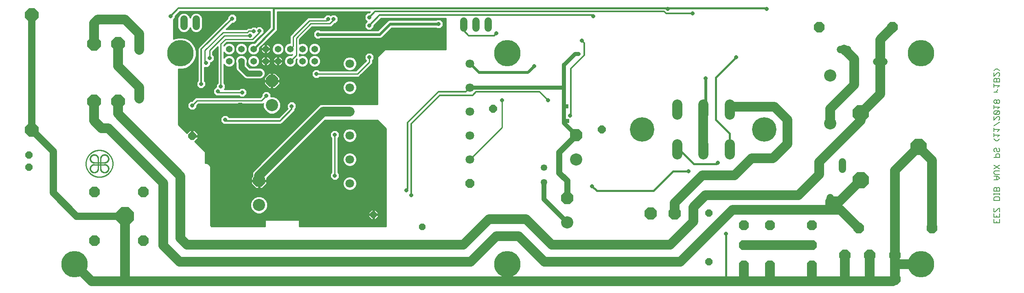
<source format=gbl>
G75*
%MOIN*%
%OFA0B0*%
%FSLAX25Y25*%
%IPPOS*%
%LPD*%
%AMOC8*
5,1,8,0,0,1.08239X$1,22.5*
%
%ADD10C,0.00500*%
%ADD11C,0.01000*%
%ADD12C,0.00100*%
%ADD13OC8,0.08850*%
%ADD14C,0.10000*%
%ADD15C,0.06000*%
%ADD16OC8,0.06000*%
%ADD17OC8,0.10000*%
%ADD18C,0.05315*%
%ADD19OC8,0.08268*%
%ADD20C,0.07087*%
%ADD21OC8,0.07087*%
%ADD22OC8,0.13386*%
%ADD23OC8,0.11268*%
%ADD24C,0.20000*%
%ADD25OC8,0.08600*%
%ADD26OC8,0.15000*%
%ADD27C,0.08250*%
%ADD28C,0.05906*%
%ADD29C,0.05400*%
%ADD30OC8,0.06496*%
%ADD31OC8,0.05400*%
%ADD32OC8,0.05906*%
%ADD33OC8,0.09055*%
%ADD34C,0.21654*%
%ADD35C,0.08000*%
%ADD36OC8,0.03175*%
%ADD37C,0.01600*%
%ADD38C,0.01200*%
%ADD39C,0.02400*%
%ADD40C,0.04000*%
%ADD41R,0.03175X0.03175*%
%ADD42C,0.07000*%
%ADD43OC8,0.03962*%
%ADD44C,0.05000*%
%ADD45C,0.03200*%
D10*
X0870449Y0115721D02*
X0870449Y0118724D01*
X0870449Y0120325D02*
X0870449Y0123328D01*
X0870449Y0124929D02*
X0870449Y0127932D01*
X0870449Y0124929D02*
X0871200Y0124929D01*
X0874203Y0127932D01*
X0874953Y0127932D01*
X0874953Y0124929D01*
X0874953Y0123328D02*
X0874953Y0120325D01*
X0870449Y0120325D01*
X0872701Y0120325D02*
X0872701Y0121827D01*
X0874953Y0118724D02*
X0874953Y0115721D01*
X0870449Y0115721D01*
X0872701Y0115721D02*
X0872701Y0117223D01*
X0870449Y0134137D02*
X0870449Y0136389D01*
X0871200Y0137140D01*
X0874203Y0137140D01*
X0874953Y0136389D01*
X0874953Y0134137D01*
X0870449Y0134137D01*
X0870449Y0138741D02*
X0870449Y0140242D01*
X0870449Y0139492D02*
X0874953Y0139492D01*
X0874953Y0140242D02*
X0874953Y0138741D01*
X0874953Y0141810D02*
X0874953Y0144062D01*
X0874203Y0144813D01*
X0873452Y0144813D01*
X0872701Y0144062D01*
X0872701Y0141810D01*
X0870449Y0141810D02*
X0870449Y0144062D01*
X0871200Y0144813D01*
X0871951Y0144813D01*
X0872701Y0144062D01*
X0870449Y0141810D02*
X0874953Y0141810D01*
X0873452Y0151018D02*
X0874953Y0152519D01*
X0873452Y0154021D01*
X0870449Y0154021D01*
X0871200Y0155622D02*
X0870449Y0156373D01*
X0870449Y0157874D01*
X0871200Y0158625D01*
X0874953Y0158625D01*
X0874953Y0160226D02*
X0870449Y0163228D01*
X0870449Y0160226D02*
X0874953Y0163228D01*
X0874953Y0169434D02*
X0874953Y0171686D01*
X0874203Y0172436D01*
X0872701Y0172436D01*
X0871951Y0171686D01*
X0871951Y0169434D01*
X0870449Y0169434D02*
X0874953Y0169434D01*
X0874203Y0174038D02*
X0873452Y0174038D01*
X0872701Y0174788D01*
X0872701Y0176290D01*
X0871951Y0177040D01*
X0871200Y0177040D01*
X0870449Y0176290D01*
X0870449Y0174788D01*
X0871200Y0174038D01*
X0874203Y0174038D02*
X0874953Y0174788D01*
X0874953Y0176290D01*
X0874203Y0177040D01*
X0873452Y0183246D02*
X0874953Y0184747D01*
X0873452Y0183246D02*
X0871951Y0183246D01*
X0870449Y0184747D01*
X0870449Y0186315D02*
X0870449Y0189317D01*
X0870449Y0187816D02*
X0874953Y0187816D01*
X0873452Y0186315D01*
X0873452Y0190919D02*
X0874953Y0192420D01*
X0870449Y0192420D01*
X0870449Y0190919D02*
X0870449Y0193921D01*
X0870449Y0195523D02*
X0874953Y0198525D01*
X0874203Y0200127D02*
X0874953Y0200877D01*
X0874953Y0202379D01*
X0874203Y0203129D01*
X0873452Y0203129D01*
X0870449Y0200127D01*
X0870449Y0203129D01*
X0871200Y0204731D02*
X0874203Y0207733D01*
X0871200Y0207733D01*
X0870449Y0206982D01*
X0870449Y0205481D01*
X0871200Y0204731D01*
X0874203Y0204731D01*
X0874953Y0205481D01*
X0874953Y0206982D01*
X0874203Y0207733D01*
X0873452Y0209334D02*
X0874953Y0210836D01*
X0870449Y0210836D01*
X0870449Y0212337D02*
X0870449Y0209334D01*
X0871200Y0213938D02*
X0871951Y0213938D01*
X0872701Y0214689D01*
X0872701Y0216190D01*
X0871951Y0216941D01*
X0871200Y0216941D01*
X0870449Y0216190D01*
X0870449Y0214689D01*
X0871200Y0213938D01*
X0872701Y0214689D02*
X0873452Y0213938D01*
X0874203Y0213938D01*
X0874953Y0214689D01*
X0874953Y0216190D01*
X0874203Y0216941D01*
X0873452Y0216941D01*
X0872701Y0216190D01*
X0871951Y0223146D02*
X0873452Y0224648D01*
X0873452Y0225398D01*
X0873452Y0226983D02*
X0874953Y0228484D01*
X0870449Y0228484D01*
X0870449Y0226983D02*
X0870449Y0229985D01*
X0870449Y0231587D02*
X0870449Y0233839D01*
X0871200Y0234589D01*
X0871951Y0234589D01*
X0872701Y0233839D01*
X0872701Y0231587D01*
X0870449Y0231587D02*
X0874953Y0231587D01*
X0874953Y0233839D01*
X0874203Y0234589D01*
X0873452Y0234589D01*
X0872701Y0233839D01*
X0874203Y0236191D02*
X0874953Y0236941D01*
X0874953Y0238443D01*
X0874203Y0239193D01*
X0873452Y0239193D01*
X0870449Y0236191D01*
X0870449Y0239193D01*
X0870449Y0240795D02*
X0871951Y0242296D01*
X0873452Y0242296D01*
X0874953Y0240795D01*
X0873452Y0223146D02*
X0870449Y0223146D01*
X0871200Y0155622D02*
X0874953Y0155622D01*
X0872701Y0154021D02*
X0872701Y0151018D01*
X0873452Y0151018D02*
X0870449Y0151018D01*
D11*
X0520949Y0199364D02*
X0518449Y0199364D01*
X0518449Y0211364D02*
X0520199Y0211364D01*
X0467699Y0216364D02*
X0467699Y0194124D01*
X0441412Y0167837D01*
X0372699Y0167953D02*
X0348630Y0167953D01*
X0348630Y0166955D02*
X0372699Y0166955D01*
X0372699Y0165956D02*
X0348316Y0165956D01*
X0348630Y0166714D02*
X0347771Y0164640D01*
X0346184Y0163052D01*
X0344109Y0162193D01*
X0341864Y0162193D01*
X0339790Y0163052D01*
X0338203Y0164640D01*
X0337344Y0166714D01*
X0337344Y0168959D01*
X0338203Y0171033D01*
X0339790Y0172621D01*
X0341864Y0173480D01*
X0344109Y0173480D01*
X0346184Y0172621D01*
X0347771Y0171033D01*
X0348630Y0168959D01*
X0348630Y0166714D01*
X0347903Y0164958D02*
X0372699Y0164958D01*
X0372699Y0163959D02*
X0347090Y0163959D01*
X0345962Y0162961D02*
X0372699Y0162961D01*
X0372699Y0161962D02*
X0333299Y0161962D01*
X0333299Y0160964D02*
X0372699Y0160964D01*
X0372699Y0159965D02*
X0333299Y0159965D01*
X0333299Y0158967D02*
X0372699Y0158967D01*
X0372699Y0157968D02*
X0333299Y0157968D01*
X0333299Y0157229D02*
X0333299Y0185499D01*
X0334387Y0186587D01*
X0334387Y0189642D01*
X0332227Y0191802D01*
X0329172Y0191802D01*
X0327012Y0189642D01*
X0327012Y0186587D01*
X0328099Y0185499D01*
X0328099Y0157229D01*
X0327012Y0156142D01*
X0327012Y0153087D01*
X0329172Y0150927D01*
X0332227Y0150927D01*
X0334387Y0153087D01*
X0334387Y0156142D01*
X0333299Y0157229D01*
X0333559Y0156970D02*
X0372699Y0156970D01*
X0372699Y0155971D02*
X0334387Y0155971D01*
X0334387Y0154973D02*
X0372699Y0154973D01*
X0372699Y0153974D02*
X0334387Y0153974D01*
X0334276Y0152976D02*
X0339887Y0152976D01*
X0339790Y0152936D02*
X0338203Y0151348D01*
X0337344Y0149274D01*
X0337344Y0147029D01*
X0338203Y0144955D01*
X0339790Y0143367D01*
X0341864Y0142508D01*
X0344109Y0142508D01*
X0346184Y0143367D01*
X0347771Y0144955D01*
X0348630Y0147029D01*
X0348630Y0149274D01*
X0347771Y0151348D01*
X0346184Y0152936D01*
X0344109Y0153795D01*
X0341864Y0153795D01*
X0339790Y0152936D01*
X0338832Y0151977D02*
X0333277Y0151977D01*
X0332279Y0150979D02*
X0338050Y0150979D01*
X0337636Y0149980D02*
X0272699Y0149980D01*
X0272699Y0149864D02*
X0272699Y0150114D01*
X0273449Y0150864D01*
X0274999Y0150864D01*
X0274999Y0152414D01*
X0322699Y0200114D01*
X0365699Y0200114D01*
X0372699Y0193114D01*
X0372699Y0112814D01*
X0301699Y0112814D01*
X0301699Y0118114D01*
X0273699Y0118114D01*
X0273699Y0112814D01*
X0229732Y0112814D01*
X0228899Y0113647D01*
X0228899Y0161850D01*
X0228336Y0163210D01*
X0227295Y0164251D01*
X0225935Y0164814D01*
X0224699Y0164814D01*
X0224699Y0174114D01*
X0216138Y0182871D01*
X0218497Y0185230D01*
X0218497Y0186614D01*
X0214450Y0186614D01*
X0214450Y0187614D01*
X0218497Y0187614D01*
X0218497Y0188998D01*
X0215833Y0191662D01*
X0214449Y0191662D01*
X0214449Y0187614D01*
X0213449Y0187614D01*
X0213449Y0191662D01*
X0212066Y0191662D01*
X0209778Y0189375D01*
X0202699Y0196614D01*
X0202699Y0242069D01*
X0206071Y0242069D01*
X0209358Y0242950D01*
X0212306Y0244652D01*
X0214713Y0247059D01*
X0216415Y0250007D01*
X0217296Y0253294D01*
X0217296Y0256698D01*
X0216415Y0259986D01*
X0214713Y0262933D01*
X0212306Y0265340D01*
X0209358Y0267042D01*
X0206071Y0267923D01*
X0202667Y0267923D01*
X0199379Y0267042D01*
X0198699Y0266649D01*
X0198699Y0282899D01*
X0199887Y0284087D01*
X0199887Y0285483D01*
X0203818Y0289414D01*
X0277799Y0289414D01*
X0277799Y0276315D01*
X0264898Y0263414D01*
X0263245Y0263414D01*
X0261480Y0262683D01*
X0260130Y0261333D01*
X0259399Y0259569D01*
X0259399Y0257659D01*
X0260130Y0255895D01*
X0261480Y0254545D01*
X0263245Y0253814D01*
X0265154Y0253814D01*
X0266918Y0254545D01*
X0268269Y0255895D01*
X0268999Y0257659D01*
X0268999Y0259313D01*
X0283158Y0273471D01*
X0283599Y0274537D01*
X0283599Y0289214D01*
X0359731Y0289214D01*
X0358818Y0288302D01*
X0357422Y0288302D01*
X0355262Y0286142D01*
X0355262Y0283087D01*
X0357110Y0281239D01*
X0355262Y0279392D01*
X0355262Y0276337D01*
X0357422Y0274177D01*
X0360477Y0274177D01*
X0362637Y0276337D01*
X0362637Y0277733D01*
X0368568Y0283664D01*
X0421699Y0283664D01*
X0421699Y0258114D01*
X0371699Y0258114D01*
X0365699Y0252114D01*
X0365699Y0213114D01*
X0318699Y0213114D01*
X0263199Y0157614D01*
X0263199Y0153774D01*
X0262399Y0152974D01*
X0262399Y0150864D01*
X0263199Y0150864D01*
X0263199Y0149864D01*
X0262399Y0149864D01*
X0262399Y0147755D01*
X0266090Y0144064D01*
X0268199Y0144064D01*
X0268199Y0147114D01*
X0269199Y0147114D01*
X0269199Y0144064D01*
X0271309Y0144064D01*
X0274999Y0147755D01*
X0274999Y0149864D01*
X0272699Y0149864D01*
X0274999Y0148982D02*
X0337344Y0148982D01*
X0337344Y0147983D02*
X0274999Y0147983D01*
X0274229Y0146985D02*
X0337362Y0146985D01*
X0337776Y0145986D02*
X0273231Y0145986D01*
X0272232Y0144988D02*
X0338189Y0144988D01*
X0339168Y0143989D02*
X0228899Y0143989D01*
X0228899Y0142991D02*
X0340700Y0142991D01*
X0345274Y0142991D02*
X0372699Y0142991D01*
X0372699Y0143989D02*
X0346805Y0143989D01*
X0347785Y0144988D02*
X0372699Y0144988D01*
X0372699Y0145986D02*
X0348198Y0145986D01*
X0348612Y0146985D02*
X0372699Y0146985D01*
X0372699Y0147983D02*
X0348630Y0147983D01*
X0348630Y0148982D02*
X0372699Y0148982D01*
X0372699Y0149980D02*
X0348338Y0149980D01*
X0347924Y0150979D02*
X0372699Y0150979D01*
X0372699Y0151977D02*
X0347142Y0151977D01*
X0346087Y0152976D02*
X0372699Y0152976D01*
X0372699Y0141992D02*
X0228899Y0141992D01*
X0228899Y0140994D02*
X0372699Y0140994D01*
X0372699Y0139995D02*
X0228899Y0139995D01*
X0228899Y0138997D02*
X0372699Y0138997D01*
X0372699Y0137998D02*
X0228899Y0137998D01*
X0228899Y0137000D02*
X0266166Y0137000D01*
X0267287Y0137464D02*
X0264678Y0136383D01*
X0262680Y0134386D01*
X0261599Y0131776D01*
X0261599Y0128952D01*
X0262680Y0126342D01*
X0264678Y0124345D01*
X0267287Y0123264D01*
X0270112Y0123264D01*
X0272721Y0124345D01*
X0274719Y0126342D01*
X0275799Y0128952D01*
X0275799Y0131776D01*
X0274719Y0134386D01*
X0272721Y0136383D01*
X0270112Y0137464D01*
X0267287Y0137464D01*
X0264295Y0136001D02*
X0228899Y0136001D01*
X0228899Y0135003D02*
X0263297Y0135003D01*
X0262522Y0134004D02*
X0228899Y0134004D01*
X0228899Y0133005D02*
X0262109Y0133005D01*
X0261695Y0132007D02*
X0228899Y0132007D01*
X0228899Y0131008D02*
X0261599Y0131008D01*
X0261599Y0130010D02*
X0228899Y0130010D01*
X0228899Y0129011D02*
X0261599Y0129011D01*
X0261988Y0128013D02*
X0228899Y0128013D01*
X0228899Y0127014D02*
X0262402Y0127014D01*
X0263007Y0126016D02*
X0228899Y0126016D01*
X0228899Y0125017D02*
X0264005Y0125017D01*
X0265465Y0124019D02*
X0228899Y0124019D01*
X0228899Y0123020D02*
X0358449Y0123020D01*
X0358449Y0123014D02*
X0362049Y0123014D01*
X0362049Y0122214D01*
X0358449Y0122214D01*
X0358449Y0120957D01*
X0360793Y0118614D01*
X0362049Y0118614D01*
X0362049Y0122214D01*
X0362849Y0122214D01*
X0362849Y0118614D01*
X0364106Y0118614D01*
X0366449Y0120957D01*
X0366449Y0122214D01*
X0362850Y0122214D01*
X0362850Y0123014D01*
X0366449Y0123014D01*
X0366449Y0124271D01*
X0364106Y0126614D01*
X0362849Y0126614D01*
X0362849Y0123014D01*
X0362049Y0123014D01*
X0362049Y0126614D01*
X0360793Y0126614D01*
X0358449Y0124271D01*
X0358449Y0123014D01*
X0358449Y0122022D02*
X0228899Y0122022D01*
X0228899Y0121023D02*
X0358449Y0121023D01*
X0359382Y0120025D02*
X0228899Y0120025D01*
X0228899Y0119026D02*
X0360380Y0119026D01*
X0362049Y0119026D02*
X0362849Y0119026D01*
X0362849Y0120025D02*
X0362049Y0120025D01*
X0362049Y0121023D02*
X0362849Y0121023D01*
X0362849Y0122022D02*
X0362049Y0122022D01*
X0362049Y0123020D02*
X0362849Y0123020D01*
X0362849Y0124019D02*
X0362049Y0124019D01*
X0362049Y0125017D02*
X0362849Y0125017D01*
X0362849Y0126016D02*
X0362049Y0126016D01*
X0360194Y0126016D02*
X0274392Y0126016D01*
X0274997Y0127014D02*
X0372699Y0127014D01*
X0372699Y0126016D02*
X0364705Y0126016D01*
X0365703Y0125017D02*
X0372699Y0125017D01*
X0372699Y0124019D02*
X0366449Y0124019D01*
X0366449Y0123020D02*
X0372699Y0123020D01*
X0372699Y0122022D02*
X0366449Y0122022D01*
X0366449Y0121023D02*
X0372699Y0121023D01*
X0372699Y0120025D02*
X0365517Y0120025D01*
X0364518Y0119026D02*
X0372699Y0119026D01*
X0372699Y0118028D02*
X0301699Y0118028D01*
X0301699Y0117029D02*
X0372699Y0117029D01*
X0372699Y0116031D02*
X0301699Y0116031D01*
X0301699Y0115032D02*
X0372699Y0115032D01*
X0372699Y0114034D02*
X0301699Y0114034D01*
X0301699Y0113035D02*
X0372699Y0113035D01*
X0358449Y0124019D02*
X0271934Y0124019D01*
X0273394Y0125017D02*
X0359196Y0125017D01*
X0372699Y0128013D02*
X0275411Y0128013D01*
X0275799Y0129011D02*
X0372699Y0129011D01*
X0372699Y0130010D02*
X0275799Y0130010D01*
X0275799Y0131008D02*
X0372699Y0131008D01*
X0372699Y0132007D02*
X0275704Y0132007D01*
X0275290Y0133005D02*
X0372699Y0133005D01*
X0372699Y0134004D02*
X0274877Y0134004D01*
X0274102Y0135003D02*
X0372699Y0135003D01*
X0372699Y0136001D02*
X0273104Y0136001D01*
X0271233Y0137000D02*
X0372699Y0137000D01*
X0330699Y0154614D02*
X0330699Y0188114D01*
X0327012Y0187924D02*
X0310509Y0187924D01*
X0311507Y0188922D02*
X0327012Y0188922D01*
X0327291Y0189921D02*
X0312506Y0189921D01*
X0313504Y0190919D02*
X0328290Y0190919D01*
X0327012Y0186925D02*
X0309510Y0186925D01*
X0308512Y0185927D02*
X0327672Y0185927D01*
X0328099Y0184928D02*
X0307513Y0184928D01*
X0306515Y0183930D02*
X0328099Y0183930D01*
X0328099Y0182931D02*
X0305516Y0182931D01*
X0304518Y0181933D02*
X0328099Y0181933D01*
X0328099Y0180934D02*
X0303519Y0180934D01*
X0302521Y0179936D02*
X0328099Y0179936D01*
X0328099Y0178937D02*
X0301522Y0178937D01*
X0300524Y0177939D02*
X0328099Y0177939D01*
X0328099Y0176940D02*
X0299525Y0176940D01*
X0298527Y0175941D02*
X0328099Y0175941D01*
X0328099Y0174943D02*
X0297528Y0174943D01*
X0296530Y0173944D02*
X0328099Y0173944D01*
X0328099Y0172946D02*
X0295531Y0172946D01*
X0294533Y0171947D02*
X0328099Y0171947D01*
X0328099Y0170949D02*
X0293534Y0170949D01*
X0292536Y0169950D02*
X0328099Y0169950D01*
X0328099Y0168952D02*
X0291537Y0168952D01*
X0290539Y0167953D02*
X0328099Y0167953D01*
X0328099Y0166955D02*
X0289540Y0166955D01*
X0288542Y0165956D02*
X0328099Y0165956D01*
X0328099Y0164958D02*
X0287543Y0164958D01*
X0286545Y0163959D02*
X0328099Y0163959D01*
X0328099Y0162961D02*
X0285546Y0162961D01*
X0284548Y0161962D02*
X0328099Y0161962D01*
X0328099Y0160964D02*
X0283549Y0160964D01*
X0282551Y0159965D02*
X0328099Y0159965D01*
X0328099Y0158967D02*
X0281552Y0158967D01*
X0280554Y0157968D02*
X0328099Y0157968D01*
X0327840Y0156970D02*
X0279555Y0156970D01*
X0278557Y0155971D02*
X0327012Y0155971D01*
X0327012Y0154973D02*
X0277558Y0154973D01*
X0276560Y0153974D02*
X0327012Y0153974D01*
X0327123Y0152976D02*
X0275561Y0152976D01*
X0274999Y0151977D02*
X0328122Y0151977D01*
X0329120Y0150979D02*
X0274999Y0150979D01*
X0269199Y0146985D02*
X0268199Y0146985D01*
X0268199Y0145986D02*
X0269199Y0145986D01*
X0269199Y0144988D02*
X0268199Y0144988D01*
X0265166Y0144988D02*
X0228899Y0144988D01*
X0228899Y0145986D02*
X0264168Y0145986D01*
X0263169Y0146985D02*
X0228899Y0146985D01*
X0228899Y0147983D02*
X0262399Y0147983D01*
X0262399Y0148982D02*
X0228899Y0148982D01*
X0228899Y0149980D02*
X0263199Y0149980D01*
X0262399Y0150979D02*
X0228899Y0150979D01*
X0228899Y0151977D02*
X0262399Y0151977D01*
X0262402Y0152976D02*
X0228899Y0152976D01*
X0228899Y0153974D02*
X0263199Y0153974D01*
X0263199Y0154973D02*
X0228899Y0154973D01*
X0228899Y0155971D02*
X0263199Y0155971D01*
X0263199Y0156970D02*
X0228899Y0156970D01*
X0228899Y0157968D02*
X0263554Y0157968D01*
X0264552Y0158967D02*
X0228899Y0158967D01*
X0228899Y0159965D02*
X0265551Y0159965D01*
X0266549Y0160964D02*
X0228899Y0160964D01*
X0228853Y0161962D02*
X0267548Y0161962D01*
X0268546Y0162961D02*
X0228439Y0162961D01*
X0227587Y0163959D02*
X0269545Y0163959D01*
X0270543Y0164958D02*
X0224699Y0164958D01*
X0224699Y0165956D02*
X0271542Y0165956D01*
X0272540Y0166955D02*
X0224699Y0166955D01*
X0224699Y0167953D02*
X0273539Y0167953D01*
X0274537Y0168952D02*
X0224699Y0168952D01*
X0224699Y0169950D02*
X0275536Y0169950D01*
X0276534Y0170949D02*
X0224699Y0170949D01*
X0224699Y0171947D02*
X0277533Y0171947D01*
X0278531Y0172946D02*
X0224699Y0172946D01*
X0224699Y0173944D02*
X0279530Y0173944D01*
X0280528Y0174943D02*
X0223889Y0174943D01*
X0222913Y0175941D02*
X0281527Y0175941D01*
X0282525Y0176940D02*
X0221936Y0176940D01*
X0220960Y0177939D02*
X0283524Y0177939D01*
X0284522Y0178937D02*
X0219984Y0178937D01*
X0219007Y0179936D02*
X0285521Y0179936D01*
X0286519Y0180934D02*
X0218031Y0180934D01*
X0217055Y0181933D02*
X0287518Y0181933D01*
X0288516Y0182931D02*
X0216198Y0182931D01*
X0217197Y0183930D02*
X0289515Y0183930D01*
X0290513Y0184928D02*
X0218195Y0184928D01*
X0218497Y0185927D02*
X0291512Y0185927D01*
X0292510Y0186925D02*
X0214450Y0186925D01*
X0214449Y0187924D02*
X0213449Y0187924D01*
X0213449Y0188922D02*
X0214449Y0188922D01*
X0214449Y0189921D02*
X0213449Y0189921D01*
X0213449Y0190919D02*
X0214449Y0190919D01*
X0216576Y0190919D02*
X0296504Y0190919D01*
X0295506Y0189921D02*
X0217575Y0189921D01*
X0218497Y0188922D02*
X0294507Y0188922D01*
X0293509Y0187924D02*
X0218497Y0187924D01*
X0211323Y0190919D02*
X0208268Y0190919D01*
X0209244Y0189921D02*
X0210324Y0189921D01*
X0207292Y0191918D02*
X0297503Y0191918D01*
X0298501Y0192916D02*
X0206315Y0192916D01*
X0205339Y0193915D02*
X0299500Y0193915D01*
X0300498Y0194913D02*
X0204363Y0194913D01*
X0203386Y0195912D02*
X0301497Y0195912D01*
X0302496Y0196910D02*
X0242710Y0196910D01*
X0242714Y0196914D02*
X0286487Y0196914D01*
X0287479Y0197325D01*
X0288238Y0198085D01*
X0297738Y0207585D01*
X0298149Y0208577D01*
X0298149Y0209099D01*
X0299137Y0210087D01*
X0299137Y0213142D01*
X0296977Y0215302D01*
X0293922Y0215302D01*
X0291762Y0213142D01*
X0291762Y0210087D01*
X0292183Y0209666D01*
X0284831Y0202314D01*
X0244214Y0202314D01*
X0242477Y0204052D01*
X0239422Y0204052D01*
X0237262Y0201892D01*
X0237262Y0198837D01*
X0239422Y0196677D01*
X0242477Y0196677D01*
X0242714Y0196914D01*
X0239189Y0196910D02*
X0202699Y0196910D01*
X0202699Y0197909D02*
X0238190Y0197909D01*
X0237262Y0198907D02*
X0202699Y0198907D01*
X0202699Y0199906D02*
X0237262Y0199906D01*
X0237262Y0200904D02*
X0202699Y0200904D01*
X0202699Y0201903D02*
X0237273Y0201903D01*
X0238272Y0202901D02*
X0202699Y0202901D01*
X0202699Y0203900D02*
X0239270Y0203900D01*
X0242629Y0203900D02*
X0286417Y0203900D01*
X0287415Y0204898D02*
X0202699Y0204898D01*
X0202699Y0205897D02*
X0276260Y0205897D01*
X0275178Y0206345D02*
X0277787Y0205264D01*
X0280612Y0205264D01*
X0283221Y0206345D01*
X0285219Y0208342D01*
X0286299Y0210952D01*
X0286299Y0213776D01*
X0285219Y0216386D01*
X0283221Y0218383D01*
X0280612Y0219464D01*
X0278387Y0219464D01*
X0278387Y0221642D01*
X0276227Y0223802D01*
X0273172Y0223802D01*
X0271012Y0221642D01*
X0271012Y0220104D01*
X0269623Y0218714D01*
X0217432Y0218714D01*
X0216477Y0218318D01*
X0213960Y0215802D01*
X0212422Y0215802D01*
X0210262Y0213642D01*
X0210262Y0210587D01*
X0212422Y0208427D01*
X0215477Y0208427D01*
X0217637Y0210587D01*
X0217637Y0212125D01*
X0219026Y0213514D01*
X0271217Y0213514D01*
X0272151Y0213901D01*
X0272099Y0213776D01*
X0272099Y0210952D01*
X0273180Y0208342D01*
X0275178Y0206345D01*
X0274627Y0206895D02*
X0202699Y0206895D01*
X0202699Y0207894D02*
X0273629Y0207894D01*
X0272953Y0208892D02*
X0215942Y0208892D01*
X0216941Y0209891D02*
X0272539Y0209891D01*
X0272125Y0210889D02*
X0217637Y0210889D01*
X0217637Y0211888D02*
X0272099Y0211888D01*
X0272099Y0212886D02*
X0218399Y0212886D01*
X0217949Y0216114D02*
X0213949Y0212114D01*
X0210262Y0211888D02*
X0202699Y0211888D01*
X0202699Y0212886D02*
X0210262Y0212886D01*
X0210505Y0213885D02*
X0202699Y0213885D01*
X0202699Y0214883D02*
X0211504Y0214883D01*
X0214040Y0215882D02*
X0202699Y0215882D01*
X0202699Y0216880D02*
X0215039Y0216880D01*
X0216037Y0217879D02*
X0202699Y0217879D01*
X0202699Y0218877D02*
X0269786Y0218877D01*
X0270784Y0219876D02*
X0257176Y0219876D01*
X0256477Y0219177D02*
X0258637Y0221337D01*
X0258637Y0224392D01*
X0256477Y0226552D01*
X0253422Y0226552D01*
X0252335Y0225464D01*
X0240264Y0225464D01*
X0241137Y0226337D01*
X0241137Y0229392D01*
X0240049Y0230479D01*
X0240049Y0246090D01*
X0240130Y0245895D01*
X0241480Y0244545D01*
X0243245Y0243814D01*
X0245154Y0243814D01*
X0246918Y0244545D01*
X0248269Y0245895D01*
X0248999Y0247659D01*
X0248999Y0249569D01*
X0248269Y0251333D01*
X0246918Y0252683D01*
X0245154Y0253414D01*
X0243245Y0253414D01*
X0241480Y0252683D01*
X0240130Y0251333D01*
X0240049Y0251138D01*
X0240049Y0256090D01*
X0240130Y0255895D01*
X0241480Y0254545D01*
X0243245Y0253814D01*
X0245154Y0253814D01*
X0246918Y0254545D01*
X0248269Y0255895D01*
X0248999Y0257659D01*
X0248999Y0259569D01*
X0248269Y0261333D01*
X0246918Y0262683D01*
X0245154Y0263414D01*
X0243245Y0263414D01*
X0241480Y0262683D01*
X0240130Y0261333D01*
X0240049Y0261138D01*
X0240049Y0261787D01*
X0242276Y0264014D01*
X0263967Y0264014D01*
X0264922Y0264410D01*
X0270189Y0269677D01*
X0270477Y0269677D01*
X0272637Y0271837D01*
X0272637Y0274892D01*
X0270477Y0277052D01*
X0267422Y0277052D01*
X0266574Y0276204D01*
X0265977Y0276802D01*
X0262922Y0276802D01*
X0262085Y0275964D01*
X0259932Y0275964D01*
X0258977Y0275568D01*
X0258245Y0274837D01*
X0258123Y0274714D01*
X0241618Y0274714D01*
X0246830Y0279927D01*
X0248227Y0279927D01*
X0250387Y0282087D01*
X0250387Y0285142D01*
X0248227Y0287302D01*
X0245172Y0287302D01*
X0243012Y0285142D01*
X0243012Y0283745D01*
X0219920Y0260653D01*
X0219161Y0259894D01*
X0218749Y0258901D01*
X0218749Y0232629D01*
X0217512Y0231392D01*
X0217512Y0228337D01*
X0219672Y0226177D01*
X0222727Y0226177D01*
X0224887Y0228337D01*
X0224887Y0231392D01*
X0224149Y0232129D01*
X0224149Y0243427D01*
X0226977Y0243427D01*
X0229137Y0245587D01*
X0229137Y0247427D01*
X0229727Y0247427D01*
X0231887Y0249587D01*
X0231887Y0252642D01*
X0230799Y0253729D01*
X0230799Y0256287D01*
X0234849Y0260337D01*
X0234849Y0230479D01*
X0233762Y0229392D01*
X0233762Y0227552D01*
X0233422Y0227552D01*
X0231262Y0225392D01*
X0231262Y0222337D01*
X0233422Y0220177D01*
X0236477Y0220177D01*
X0236564Y0220264D01*
X0252335Y0220264D01*
X0253422Y0219177D01*
X0256477Y0219177D01*
X0258175Y0220874D02*
X0271012Y0220874D01*
X0271244Y0221873D02*
X0258637Y0221873D01*
X0258637Y0222872D02*
X0272242Y0222872D01*
X0274699Y0220114D02*
X0270699Y0216114D01*
X0217949Y0216114D01*
X0231726Y0221873D02*
X0202699Y0221873D01*
X0202699Y0220874D02*
X0232724Y0220874D01*
X0231262Y0222872D02*
X0202699Y0222872D01*
X0202699Y0223870D02*
X0231262Y0223870D01*
X0231262Y0224869D02*
X0202699Y0224869D01*
X0202699Y0225867D02*
X0231738Y0225867D01*
X0232736Y0226866D02*
X0223416Y0226866D01*
X0224414Y0227864D02*
X0233762Y0227864D01*
X0233762Y0228863D02*
X0224887Y0228863D01*
X0224887Y0229861D02*
X0234232Y0229861D01*
X0234849Y0230860D02*
X0224887Y0230860D01*
X0224420Y0231858D02*
X0234849Y0231858D01*
X0234849Y0232857D02*
X0224149Y0232857D01*
X0224149Y0233855D02*
X0234849Y0233855D01*
X0234849Y0234854D02*
X0224149Y0234854D01*
X0224149Y0235852D02*
X0234849Y0235852D01*
X0234849Y0236851D02*
X0224149Y0236851D01*
X0224149Y0237849D02*
X0234849Y0237849D01*
X0234849Y0238848D02*
X0224149Y0238848D01*
X0224149Y0239846D02*
X0234849Y0239846D01*
X0234849Y0240845D02*
X0224149Y0240845D01*
X0224149Y0241843D02*
X0234849Y0241843D01*
X0234849Y0242842D02*
X0224149Y0242842D01*
X0227390Y0243840D02*
X0234849Y0243840D01*
X0234849Y0244839D02*
X0228389Y0244839D01*
X0229137Y0245837D02*
X0234849Y0245837D01*
X0234849Y0246836D02*
X0229137Y0246836D01*
X0230134Y0247834D02*
X0234849Y0247834D01*
X0234849Y0248833D02*
X0231133Y0248833D01*
X0231887Y0249831D02*
X0234849Y0249831D01*
X0234849Y0250830D02*
X0231887Y0250830D01*
X0231887Y0251828D02*
X0234849Y0251828D01*
X0234849Y0252827D02*
X0231702Y0252827D01*
X0230799Y0253825D02*
X0234849Y0253825D01*
X0234849Y0254824D02*
X0230799Y0254824D01*
X0230799Y0255822D02*
X0234849Y0255822D01*
X0234849Y0256821D02*
X0231333Y0256821D01*
X0232332Y0257819D02*
X0234849Y0257819D01*
X0234849Y0258818D02*
X0233330Y0258818D01*
X0234329Y0259816D02*
X0234849Y0259816D01*
X0237449Y0262864D02*
X0237449Y0227864D01*
X0241137Y0227864D02*
X0274790Y0227864D01*
X0275789Y0226866D02*
X0241137Y0226866D01*
X0240667Y0225867D02*
X0252738Y0225867D01*
X0254949Y0222864D02*
X0235949Y0222864D01*
X0234949Y0223864D01*
X0218983Y0226866D02*
X0202699Y0226866D01*
X0202699Y0227864D02*
X0217985Y0227864D01*
X0217512Y0228863D02*
X0202699Y0228863D01*
X0202699Y0229861D02*
X0217512Y0229861D01*
X0217512Y0230860D02*
X0202699Y0230860D01*
X0202699Y0231858D02*
X0217979Y0231858D01*
X0218749Y0232857D02*
X0202699Y0232857D01*
X0202699Y0233855D02*
X0218749Y0233855D01*
X0218749Y0234854D02*
X0202699Y0234854D01*
X0202699Y0235852D02*
X0218749Y0235852D01*
X0218749Y0236851D02*
X0202699Y0236851D01*
X0202699Y0237849D02*
X0218749Y0237849D01*
X0218749Y0238848D02*
X0202699Y0238848D01*
X0202699Y0239846D02*
X0218749Y0239846D01*
X0218749Y0240845D02*
X0202699Y0240845D01*
X0202699Y0241843D02*
X0218749Y0241843D01*
X0218749Y0242842D02*
X0208953Y0242842D01*
X0210900Y0243840D02*
X0218749Y0243840D01*
X0218749Y0244839D02*
X0212493Y0244839D01*
X0213491Y0245837D02*
X0218749Y0245837D01*
X0218749Y0246836D02*
X0214490Y0246836D01*
X0215160Y0247834D02*
X0218749Y0247834D01*
X0218749Y0248833D02*
X0215737Y0248833D01*
X0216313Y0249831D02*
X0218749Y0249831D01*
X0218749Y0250830D02*
X0216635Y0250830D01*
X0216903Y0251828D02*
X0218749Y0251828D01*
X0218749Y0252827D02*
X0217170Y0252827D01*
X0217296Y0253825D02*
X0218749Y0253825D01*
X0218749Y0254824D02*
X0217296Y0254824D01*
X0217296Y0255822D02*
X0218749Y0255822D01*
X0218749Y0256821D02*
X0217263Y0256821D01*
X0216995Y0257819D02*
X0218749Y0257819D01*
X0218749Y0258818D02*
X0216727Y0258818D01*
X0216460Y0259816D02*
X0219129Y0259816D01*
X0220082Y0260815D02*
X0215936Y0260815D01*
X0215359Y0261813D02*
X0221080Y0261813D01*
X0222079Y0262812D02*
X0214783Y0262812D01*
X0213836Y0263810D02*
X0223077Y0263810D01*
X0224076Y0264809D02*
X0212837Y0264809D01*
X0211496Y0265808D02*
X0225074Y0265808D01*
X0226073Y0266806D02*
X0209767Y0266806D01*
X0206512Y0267805D02*
X0227071Y0267805D01*
X0228070Y0268803D02*
X0198699Y0268803D01*
X0198699Y0267805D02*
X0202225Y0267805D01*
X0198971Y0266806D02*
X0198699Y0266806D01*
X0198699Y0269802D02*
X0229068Y0269802D01*
X0230067Y0270800D02*
X0198699Y0270800D01*
X0198699Y0271799D02*
X0231066Y0271799D01*
X0232064Y0272797D02*
X0219867Y0272797D01*
X0220062Y0272878D02*
X0221483Y0274299D01*
X0222252Y0276156D01*
X0222252Y0284072D01*
X0221483Y0285929D01*
X0220062Y0287350D01*
X0218205Y0288120D01*
X0216194Y0288120D01*
X0214337Y0287350D01*
X0212916Y0285929D01*
X0212199Y0284199D01*
X0211483Y0285929D01*
X0210062Y0287350D01*
X0208205Y0288120D01*
X0206194Y0288120D01*
X0204337Y0287350D01*
X0202916Y0285929D01*
X0202147Y0284072D01*
X0202147Y0276156D01*
X0202916Y0274299D01*
X0204337Y0272878D01*
X0206194Y0272109D01*
X0208205Y0272109D01*
X0210062Y0272878D01*
X0211483Y0274299D01*
X0212199Y0276029D01*
X0212916Y0274299D01*
X0214337Y0272878D01*
X0216194Y0272109D01*
X0218205Y0272109D01*
X0220062Y0272878D01*
X0220979Y0273796D02*
X0233063Y0273796D01*
X0234061Y0274794D02*
X0221688Y0274794D01*
X0222102Y0275793D02*
X0235060Y0275793D01*
X0236058Y0276791D02*
X0222252Y0276791D01*
X0222252Y0277790D02*
X0237057Y0277790D01*
X0238055Y0278788D02*
X0222252Y0278788D01*
X0222252Y0279787D02*
X0239054Y0279787D01*
X0240052Y0280785D02*
X0222252Y0280785D01*
X0222252Y0281784D02*
X0241051Y0281784D01*
X0242049Y0282782D02*
X0222252Y0282782D01*
X0222252Y0283781D02*
X0243012Y0283781D01*
X0243012Y0284779D02*
X0221959Y0284779D01*
X0221546Y0285778D02*
X0243648Y0285778D01*
X0244647Y0286776D02*
X0220636Y0286776D01*
X0219037Y0287775D02*
X0277799Y0287775D01*
X0277799Y0288773D02*
X0203177Y0288773D01*
X0202178Y0287775D02*
X0205362Y0287775D01*
X0203763Y0286776D02*
X0201180Y0286776D01*
X0200181Y0285778D02*
X0202853Y0285778D01*
X0202440Y0284779D02*
X0199887Y0284779D01*
X0199581Y0283781D02*
X0202147Y0283781D01*
X0202147Y0282782D02*
X0198699Y0282782D01*
X0198699Y0281784D02*
X0202147Y0281784D01*
X0202147Y0280785D02*
X0198699Y0280785D01*
X0198699Y0279787D02*
X0202147Y0279787D01*
X0202147Y0278788D02*
X0198699Y0278788D01*
X0198699Y0277790D02*
X0202147Y0277790D01*
X0202147Y0276791D02*
X0198699Y0276791D01*
X0198699Y0275793D02*
X0202297Y0275793D01*
X0202711Y0274794D02*
X0198699Y0274794D01*
X0198699Y0273796D02*
X0203420Y0273796D01*
X0204532Y0272797D02*
X0198699Y0272797D01*
X0209867Y0272797D02*
X0214532Y0272797D01*
X0213420Y0273796D02*
X0210979Y0273796D01*
X0211688Y0274794D02*
X0212711Y0274794D01*
X0212297Y0275793D02*
X0212102Y0275793D01*
X0211959Y0284779D02*
X0212440Y0284779D01*
X0212853Y0285778D02*
X0211546Y0285778D01*
X0210636Y0286776D02*
X0213763Y0286776D01*
X0215362Y0287775D02*
X0209037Y0287775D01*
X0244693Y0277790D02*
X0277799Y0277790D01*
X0277799Y0278788D02*
X0245692Y0278788D01*
X0246690Y0279787D02*
X0277799Y0279787D01*
X0277799Y0280785D02*
X0249085Y0280785D01*
X0250084Y0281784D02*
X0277799Y0281784D01*
X0277799Y0282782D02*
X0250387Y0282782D01*
X0250387Y0283781D02*
X0277799Y0283781D01*
X0277799Y0284779D02*
X0250387Y0284779D01*
X0249751Y0285778D02*
X0277799Y0285778D01*
X0277799Y0286776D02*
X0248752Y0286776D01*
X0243695Y0276791D02*
X0262912Y0276791D01*
X0265987Y0276791D02*
X0267162Y0276791D01*
X0270737Y0276791D02*
X0277799Y0276791D01*
X0277277Y0275793D02*
X0271736Y0275793D01*
X0272637Y0274794D02*
X0276278Y0274794D01*
X0275280Y0273796D02*
X0272637Y0273796D01*
X0272637Y0272797D02*
X0274281Y0272797D01*
X0273283Y0271799D02*
X0272599Y0271799D01*
X0272284Y0270800D02*
X0271600Y0270800D01*
X0271286Y0269802D02*
X0270602Y0269802D01*
X0270287Y0268803D02*
X0269315Y0268803D01*
X0269289Y0267805D02*
X0268317Y0267805D01*
X0268290Y0266806D02*
X0267318Y0266806D01*
X0267292Y0265808D02*
X0266320Y0265808D01*
X0266293Y0264809D02*
X0265321Y0264809D01*
X0265295Y0263810D02*
X0242073Y0263810D01*
X0241791Y0262812D02*
X0241074Y0262812D01*
X0240611Y0261813D02*
X0240076Y0261813D01*
X0237449Y0262864D02*
X0241199Y0266614D01*
X0263449Y0266614D01*
X0268949Y0272114D01*
X0268949Y0273364D01*
X0264449Y0273114D02*
X0264199Y0273364D01*
X0260449Y0273364D01*
X0259199Y0272114D01*
X0239199Y0272114D01*
X0224449Y0257364D01*
X0224449Y0248114D01*
X0225449Y0247114D01*
X0228199Y0251114D02*
X0228199Y0257364D01*
X0240199Y0269364D01*
X0261199Y0269364D01*
X0261449Y0269614D01*
X0258202Y0274794D02*
X0241698Y0274794D01*
X0242696Y0275793D02*
X0259518Y0275793D01*
X0277491Y0267805D02*
X0294099Y0267805D01*
X0294099Y0268803D02*
X0278490Y0268803D01*
X0279488Y0269802D02*
X0294377Y0269802D01*
X0294495Y0270087D02*
X0294099Y0269131D01*
X0294099Y0263414D01*
X0293245Y0263414D01*
X0291480Y0262683D01*
X0290130Y0261333D01*
X0289399Y0259569D01*
X0289399Y0257659D01*
X0290130Y0255895D01*
X0291480Y0254545D01*
X0293245Y0253814D01*
X0295154Y0253814D01*
X0296124Y0254216D01*
X0295273Y0253365D01*
X0295154Y0253414D01*
X0293245Y0253414D01*
X0291480Y0252683D01*
X0290130Y0251333D01*
X0289399Y0249569D01*
X0289399Y0247659D01*
X0290130Y0245895D01*
X0291480Y0244545D01*
X0293245Y0243814D01*
X0295154Y0243814D01*
X0296918Y0244545D01*
X0298269Y0245895D01*
X0298999Y0247659D01*
X0298999Y0249569D01*
X0298950Y0249688D01*
X0299801Y0250539D01*
X0299399Y0249569D01*
X0299399Y0247659D01*
X0300130Y0245895D01*
X0301480Y0244545D01*
X0303245Y0243814D01*
X0305154Y0243814D01*
X0306918Y0244545D01*
X0308269Y0245895D01*
X0308999Y0247659D01*
X0308999Y0249569D01*
X0308269Y0251333D01*
X0306918Y0252683D01*
X0305154Y0253414D01*
X0303245Y0253414D01*
X0301659Y0252757D01*
X0301799Y0253097D01*
X0301799Y0254413D01*
X0303245Y0253814D01*
X0305154Y0253814D01*
X0306918Y0254545D01*
X0308269Y0255895D01*
X0308999Y0257659D01*
X0308999Y0259569D01*
X0308269Y0261333D01*
X0306918Y0262683D01*
X0305154Y0263414D01*
X0303245Y0263414D01*
X0301799Y0262816D01*
X0301799Y0266537D01*
X0312026Y0276764D01*
X0327217Y0276764D01*
X0328172Y0277160D01*
X0328904Y0277891D01*
X0330439Y0279427D01*
X0331227Y0279427D01*
X0333387Y0281587D01*
X0333387Y0284642D01*
X0331227Y0286802D01*
X0328172Y0286802D01*
X0327449Y0286079D01*
X0326727Y0286802D01*
X0323672Y0286802D01*
X0321512Y0284642D01*
X0321512Y0284464D01*
X0309432Y0284464D01*
X0308477Y0284068D01*
X0295227Y0270818D01*
X0294495Y0270087D01*
X0295208Y0270800D02*
X0280487Y0270800D01*
X0281485Y0271799D02*
X0296207Y0271799D01*
X0297205Y0272797D02*
X0282484Y0272797D01*
X0283292Y0273796D02*
X0298204Y0273796D01*
X0299202Y0274794D02*
X0283599Y0274794D01*
X0283599Y0275793D02*
X0300201Y0275793D01*
X0301199Y0276791D02*
X0283599Y0276791D01*
X0283599Y0277790D02*
X0302198Y0277790D01*
X0303197Y0278788D02*
X0283599Y0278788D01*
X0283599Y0279787D02*
X0304195Y0279787D01*
X0305194Y0280785D02*
X0283599Y0280785D01*
X0283599Y0281784D02*
X0306192Y0281784D01*
X0307191Y0282782D02*
X0283599Y0282782D01*
X0283599Y0283781D02*
X0308189Y0283781D01*
X0309949Y0281864D02*
X0296699Y0268614D01*
X0296699Y0261114D01*
X0294199Y0258614D01*
X0289747Y0256821D02*
X0288652Y0256821D01*
X0288999Y0257659D02*
X0288269Y0255895D01*
X0286918Y0254545D01*
X0285154Y0253814D01*
X0283245Y0253814D01*
X0281480Y0254545D01*
X0280130Y0255895D01*
X0279399Y0257659D01*
X0279399Y0259569D01*
X0280130Y0261333D01*
X0281480Y0262683D01*
X0283245Y0263414D01*
X0285154Y0263414D01*
X0286918Y0262683D01*
X0288269Y0261333D01*
X0288999Y0259569D01*
X0288999Y0257659D01*
X0288999Y0257819D02*
X0289399Y0257819D01*
X0289399Y0258818D02*
X0288999Y0258818D01*
X0288897Y0259816D02*
X0289502Y0259816D01*
X0289916Y0260815D02*
X0288483Y0260815D01*
X0287788Y0261813D02*
X0290611Y0261813D01*
X0291791Y0262812D02*
X0286608Y0262812D01*
X0281791Y0262812D02*
X0272498Y0262812D01*
X0273033Y0262460D02*
X0272305Y0262159D01*
X0271650Y0261721D01*
X0271092Y0261164D01*
X0270655Y0260509D01*
X0270353Y0259781D01*
X0270201Y0259014D01*
X0273799Y0259014D01*
X0273799Y0258214D01*
X0270201Y0258214D01*
X0270353Y0257447D01*
X0270655Y0256719D01*
X0271092Y0256064D01*
X0271650Y0255507D01*
X0272305Y0255069D01*
X0273033Y0254768D01*
X0273799Y0254615D01*
X0273799Y0258214D01*
X0274599Y0258214D01*
X0274599Y0254615D01*
X0275366Y0254768D01*
X0276094Y0255069D01*
X0276749Y0255507D01*
X0277306Y0256064D01*
X0277744Y0256719D01*
X0278046Y0257447D01*
X0278198Y0258214D01*
X0274600Y0258214D01*
X0274600Y0259014D01*
X0278198Y0259014D01*
X0278046Y0259781D01*
X0277744Y0260509D01*
X0277306Y0261164D01*
X0276749Y0261721D01*
X0276094Y0262159D01*
X0275366Y0262460D01*
X0274599Y0262613D01*
X0274599Y0259014D01*
X0273799Y0259014D01*
X0273799Y0262613D01*
X0273033Y0262460D01*
X0273799Y0261813D02*
X0274599Y0261813D01*
X0274599Y0260815D02*
X0273799Y0260815D01*
X0273799Y0259816D02*
X0274599Y0259816D01*
X0274600Y0258818D02*
X0279399Y0258818D01*
X0279399Y0257819D02*
X0278120Y0257819D01*
X0277786Y0256821D02*
X0279747Y0256821D01*
X0280203Y0255822D02*
X0277065Y0255822D01*
X0275501Y0254824D02*
X0281202Y0254824D01*
X0283218Y0253825D02*
X0265181Y0253825D01*
X0265154Y0253414D02*
X0263245Y0253414D01*
X0261480Y0252683D01*
X0260130Y0251333D01*
X0259399Y0249569D01*
X0259399Y0247659D01*
X0260130Y0245895D01*
X0261480Y0244545D01*
X0263245Y0243814D01*
X0265154Y0243814D01*
X0266918Y0244545D01*
X0268269Y0245895D01*
X0268999Y0247659D01*
X0268999Y0249569D01*
X0268269Y0251333D01*
X0266918Y0252683D01*
X0265154Y0253414D01*
X0266572Y0252827D02*
X0291827Y0252827D01*
X0290625Y0251828D02*
X0286589Y0251828D01*
X0286749Y0251721D02*
X0286094Y0252159D01*
X0285366Y0252460D01*
X0284599Y0252613D01*
X0284599Y0249014D01*
X0283799Y0249014D01*
X0283799Y0248214D01*
X0280201Y0248214D01*
X0280353Y0247447D01*
X0280655Y0246719D01*
X0281092Y0246064D01*
X0281650Y0245507D01*
X0282305Y0245069D01*
X0283033Y0244768D01*
X0283799Y0244615D01*
X0283799Y0248214D01*
X0284599Y0248214D01*
X0284599Y0244615D01*
X0285366Y0244768D01*
X0286094Y0245069D01*
X0286749Y0245507D01*
X0287306Y0246064D01*
X0287744Y0246719D01*
X0288046Y0247447D01*
X0288198Y0248214D01*
X0284600Y0248214D01*
X0284600Y0249014D01*
X0288198Y0249014D01*
X0288046Y0249781D01*
X0287744Y0250509D01*
X0287306Y0251164D01*
X0286749Y0251721D01*
X0287530Y0250830D02*
X0289922Y0250830D01*
X0289508Y0249831D02*
X0288025Y0249831D01*
X0289399Y0248833D02*
X0284600Y0248833D01*
X0283799Y0248833D02*
X0274600Y0248833D01*
X0274600Y0249014D02*
X0278198Y0249014D01*
X0278046Y0249781D01*
X0277744Y0250509D01*
X0277306Y0251164D01*
X0276749Y0251721D01*
X0276094Y0252159D01*
X0275366Y0252460D01*
X0274599Y0252613D01*
X0274599Y0249014D01*
X0273799Y0249014D01*
X0273799Y0248214D01*
X0270201Y0248214D01*
X0270353Y0247447D01*
X0270655Y0246719D01*
X0271092Y0246064D01*
X0271650Y0245507D01*
X0272305Y0245069D01*
X0273033Y0244768D01*
X0273799Y0244615D01*
X0273799Y0248214D01*
X0274599Y0248214D01*
X0274599Y0244615D01*
X0275366Y0244768D01*
X0276094Y0245069D01*
X0276749Y0245507D01*
X0277306Y0246064D01*
X0277744Y0246719D01*
X0278046Y0247447D01*
X0278198Y0248214D01*
X0274600Y0248214D01*
X0274600Y0249014D01*
X0273799Y0249014D02*
X0273799Y0252613D01*
X0273033Y0252460D01*
X0272305Y0252159D01*
X0271650Y0251721D01*
X0271092Y0251164D01*
X0270655Y0250509D01*
X0270353Y0249781D01*
X0270201Y0249014D01*
X0273799Y0249014D01*
X0273799Y0248833D02*
X0268999Y0248833D01*
X0268999Y0247834D02*
X0270276Y0247834D01*
X0270607Y0246836D02*
X0268658Y0246836D01*
X0268211Y0245837D02*
X0271320Y0245837D01*
X0272862Y0244839D02*
X0267212Y0244839D01*
X0265217Y0243840D02*
X0293182Y0243840D01*
X0295217Y0243840D02*
X0303182Y0243840D01*
X0305217Y0243840D02*
X0313182Y0243840D01*
X0313245Y0243814D02*
X0315154Y0243814D01*
X0316918Y0244545D01*
X0318269Y0245895D01*
X0318999Y0247659D01*
X0318999Y0249569D01*
X0318269Y0251333D01*
X0316918Y0252683D01*
X0315154Y0253414D01*
X0313245Y0253414D01*
X0311480Y0252683D01*
X0310130Y0251333D01*
X0309399Y0249569D01*
X0309399Y0247659D01*
X0310130Y0245895D01*
X0311480Y0244545D01*
X0313245Y0243814D01*
X0315217Y0243840D02*
X0338012Y0243840D01*
X0338203Y0243380D02*
X0339790Y0241793D01*
X0341864Y0240933D01*
X0344109Y0240933D01*
X0346184Y0241793D01*
X0347771Y0243380D01*
X0348630Y0245454D01*
X0348630Y0247699D01*
X0347771Y0249773D01*
X0346184Y0251361D01*
X0344109Y0252220D01*
X0341864Y0252220D01*
X0339790Y0251361D01*
X0338203Y0249773D01*
X0337344Y0247699D01*
X0337344Y0245454D01*
X0338203Y0243380D01*
X0338741Y0242842D02*
X0270764Y0242842D01*
X0271555Y0242514D02*
X0269864Y0243214D01*
X0261105Y0243214D01*
X0258799Y0245520D01*
X0258799Y0247177D01*
X0258999Y0247659D01*
X0258999Y0249569D01*
X0258269Y0251333D01*
X0256918Y0252683D01*
X0255154Y0253414D01*
X0253245Y0253414D01*
X0251480Y0252683D01*
X0250130Y0251333D01*
X0249399Y0249569D01*
X0249399Y0247659D01*
X0249599Y0247177D01*
X0249599Y0242699D01*
X0250300Y0241008D01*
X0256594Y0234714D01*
X0258284Y0234014D01*
X0269864Y0234014D01*
X0271555Y0234714D01*
X0272849Y0236008D01*
X0273549Y0237699D01*
X0273549Y0239529D01*
X0272849Y0241220D01*
X0271555Y0242514D01*
X0272226Y0241843D02*
X0339740Y0241843D01*
X0337598Y0244839D02*
X0317212Y0244839D01*
X0318211Y0245837D02*
X0337344Y0245837D01*
X0337344Y0246836D02*
X0318658Y0246836D01*
X0318999Y0247834D02*
X0337399Y0247834D01*
X0337813Y0248833D02*
X0318999Y0248833D01*
X0318891Y0249831D02*
X0338261Y0249831D01*
X0339259Y0250830D02*
X0318477Y0250830D01*
X0317773Y0251828D02*
X0340919Y0251828D01*
X0345055Y0251828D02*
X0355262Y0251828D01*
X0355262Y0250830D02*
X0346715Y0250830D01*
X0347713Y0249831D02*
X0355768Y0249831D01*
X0355262Y0250337D02*
X0356349Y0249249D01*
X0356349Y0248941D01*
X0348123Y0240714D01*
X0318314Y0240714D01*
X0317227Y0241802D01*
X0314172Y0241802D01*
X0312012Y0239642D01*
X0312012Y0236587D01*
X0314172Y0234427D01*
X0317227Y0234427D01*
X0318314Y0235514D01*
X0349717Y0235514D01*
X0350672Y0235910D01*
X0351404Y0236641D01*
X0351404Y0236641D01*
X0361154Y0246391D01*
X0361549Y0247347D01*
X0361549Y0249249D01*
X0362637Y0250337D01*
X0362637Y0253392D01*
X0360477Y0255552D01*
X0357422Y0255552D01*
X0355262Y0253392D01*
X0355262Y0250337D01*
X0356241Y0248833D02*
X0348161Y0248833D01*
X0348574Y0247834D02*
X0355243Y0247834D01*
X0354244Y0246836D02*
X0348630Y0246836D01*
X0348630Y0245837D02*
X0353246Y0245837D01*
X0352247Y0244839D02*
X0348375Y0244839D01*
X0347962Y0243840D02*
X0351249Y0243840D01*
X0350250Y0242842D02*
X0347233Y0242842D01*
X0346234Y0241843D02*
X0349252Y0241843D01*
X0348253Y0240845D02*
X0318184Y0240845D01*
X0315699Y0238114D02*
X0349199Y0238114D01*
X0358949Y0247864D01*
X0358949Y0251864D01*
X0362637Y0251828D02*
X0365699Y0251828D01*
X0365699Y0250830D02*
X0362637Y0250830D01*
X0362131Y0249831D02*
X0365699Y0249831D01*
X0365699Y0248833D02*
X0361549Y0248833D01*
X0361549Y0247834D02*
X0365699Y0247834D01*
X0365699Y0246836D02*
X0361338Y0246836D01*
X0360600Y0245837D02*
X0365699Y0245837D01*
X0365699Y0244839D02*
X0359601Y0244839D01*
X0358602Y0243840D02*
X0365699Y0243840D01*
X0365699Y0242842D02*
X0357604Y0242842D01*
X0356605Y0241843D02*
X0365699Y0241843D01*
X0365699Y0240845D02*
X0355607Y0240845D01*
X0354608Y0239846D02*
X0365699Y0239846D01*
X0365699Y0238848D02*
X0353610Y0238848D01*
X0352611Y0237849D02*
X0365699Y0237849D01*
X0365699Y0236851D02*
X0351613Y0236851D01*
X0350533Y0235852D02*
X0365699Y0235852D01*
X0365699Y0234854D02*
X0317654Y0234854D01*
X0313745Y0234854D02*
X0285499Y0234854D01*
X0285499Y0234974D02*
X0281809Y0238664D01*
X0279699Y0238664D01*
X0279699Y0232864D01*
X0278699Y0232864D01*
X0278699Y0231864D01*
X0272899Y0231864D01*
X0272899Y0229755D01*
X0276590Y0226064D01*
X0278699Y0226064D01*
X0278699Y0231864D01*
X0279699Y0231864D01*
X0279699Y0226064D01*
X0281809Y0226064D01*
X0285499Y0229755D01*
X0285499Y0231864D01*
X0279700Y0231864D01*
X0279700Y0232864D01*
X0285499Y0232864D01*
X0285499Y0234974D01*
X0285499Y0233855D02*
X0365699Y0233855D01*
X0365699Y0232857D02*
X0279700Y0232857D01*
X0279699Y0233855D02*
X0278699Y0233855D01*
X0278699Y0232864D02*
X0278699Y0238664D01*
X0276590Y0238664D01*
X0272899Y0234974D01*
X0272899Y0232864D01*
X0278699Y0232864D01*
X0278699Y0232857D02*
X0240049Y0232857D01*
X0240049Y0233855D02*
X0272899Y0233855D01*
X0272899Y0234854D02*
X0271694Y0234854D01*
X0272693Y0235852D02*
X0273778Y0235852D01*
X0273198Y0236851D02*
X0274776Y0236851D01*
X0275775Y0237849D02*
X0273549Y0237849D01*
X0273549Y0238848D02*
X0312012Y0238848D01*
X0312012Y0237849D02*
X0282624Y0237849D01*
X0283622Y0236851D02*
X0312012Y0236851D01*
X0312747Y0235852D02*
X0284621Y0235852D01*
X0279699Y0235852D02*
X0278699Y0235852D01*
X0278699Y0234854D02*
X0279699Y0234854D01*
X0279699Y0236851D02*
X0278699Y0236851D01*
X0278699Y0237849D02*
X0279699Y0237849D01*
X0273418Y0239846D02*
X0312217Y0239846D01*
X0313215Y0240845D02*
X0273005Y0240845D01*
X0263182Y0243840D02*
X0260479Y0243840D01*
X0261187Y0244839D02*
X0259480Y0244839D01*
X0258799Y0245837D02*
X0260188Y0245837D01*
X0259741Y0246836D02*
X0258799Y0246836D01*
X0258999Y0247834D02*
X0259399Y0247834D01*
X0259399Y0248833D02*
X0258999Y0248833D01*
X0258891Y0249831D02*
X0259508Y0249831D01*
X0259922Y0250830D02*
X0258477Y0250830D01*
X0257773Y0251828D02*
X0260625Y0251828D01*
X0261827Y0252827D02*
X0256572Y0252827D01*
X0255181Y0253825D02*
X0263218Y0253825D01*
X0261202Y0254824D02*
X0257197Y0254824D01*
X0256918Y0254545D02*
X0258269Y0255895D01*
X0258999Y0257659D01*
X0258999Y0259569D01*
X0258269Y0261333D01*
X0256918Y0262683D01*
X0255154Y0263414D01*
X0253245Y0263414D01*
X0251480Y0262683D01*
X0250130Y0261333D01*
X0249399Y0259569D01*
X0249399Y0257659D01*
X0250130Y0255895D01*
X0251480Y0254545D01*
X0253245Y0253814D01*
X0255154Y0253814D01*
X0256918Y0254545D01*
X0258196Y0255822D02*
X0260203Y0255822D01*
X0259747Y0256821D02*
X0258652Y0256821D01*
X0258999Y0257819D02*
X0259399Y0257819D01*
X0259399Y0258818D02*
X0258999Y0258818D01*
X0258897Y0259816D02*
X0259502Y0259816D01*
X0259916Y0260815D02*
X0258483Y0260815D01*
X0257788Y0261813D02*
X0260611Y0261813D01*
X0261791Y0262812D02*
X0256608Y0262812D01*
X0251791Y0262812D02*
X0246608Y0262812D01*
X0247788Y0261813D02*
X0250611Y0261813D01*
X0249916Y0260815D02*
X0248483Y0260815D01*
X0248897Y0259816D02*
X0249502Y0259816D01*
X0249399Y0258818D02*
X0248999Y0258818D01*
X0248999Y0257819D02*
X0249399Y0257819D01*
X0249747Y0256821D02*
X0248652Y0256821D01*
X0248196Y0255822D02*
X0250203Y0255822D01*
X0251202Y0254824D02*
X0247197Y0254824D01*
X0246572Y0252827D02*
X0251827Y0252827D01*
X0250625Y0251828D02*
X0247773Y0251828D01*
X0248477Y0250830D02*
X0249922Y0250830D01*
X0249508Y0249831D02*
X0248891Y0249831D01*
X0248999Y0248833D02*
X0249399Y0248833D01*
X0249399Y0247834D02*
X0248999Y0247834D01*
X0248658Y0246836D02*
X0249599Y0246836D01*
X0249599Y0245837D02*
X0248211Y0245837D01*
X0247212Y0244839D02*
X0249599Y0244839D01*
X0249599Y0243840D02*
X0245217Y0243840D01*
X0243182Y0243840D02*
X0240049Y0243840D01*
X0240049Y0242842D02*
X0249599Y0242842D01*
X0249954Y0241843D02*
X0240049Y0241843D01*
X0240049Y0240845D02*
X0250464Y0240845D01*
X0251462Y0239846D02*
X0240049Y0239846D01*
X0240049Y0238848D02*
X0252461Y0238848D01*
X0253459Y0237849D02*
X0240049Y0237849D01*
X0240049Y0236851D02*
X0254458Y0236851D01*
X0255456Y0235852D02*
X0240049Y0235852D01*
X0240049Y0234854D02*
X0256455Y0234854D01*
X0241137Y0228863D02*
X0273792Y0228863D01*
X0272899Y0229861D02*
X0240667Y0229861D01*
X0240049Y0230860D02*
X0272899Y0230860D01*
X0272899Y0231858D02*
X0240049Y0231858D01*
X0257161Y0225867D02*
X0337344Y0225867D01*
X0337344Y0225769D02*
X0338203Y0223695D01*
X0339790Y0222108D01*
X0341864Y0221248D01*
X0344109Y0221248D01*
X0346184Y0222108D01*
X0347771Y0223695D01*
X0348630Y0225769D01*
X0348630Y0228014D01*
X0347771Y0230088D01*
X0346184Y0231676D01*
X0344109Y0232535D01*
X0341864Y0232535D01*
X0339790Y0231676D01*
X0338203Y0230088D01*
X0337344Y0228014D01*
X0337344Y0225769D01*
X0337717Y0224869D02*
X0258160Y0224869D01*
X0258637Y0223870D02*
X0338130Y0223870D01*
X0339026Y0222872D02*
X0277157Y0222872D01*
X0278155Y0221873D02*
X0340356Y0221873D01*
X0345617Y0221873D02*
X0365699Y0221873D01*
X0365699Y0220874D02*
X0278387Y0220874D01*
X0278387Y0219876D02*
X0365699Y0219876D01*
X0365699Y0218877D02*
X0282028Y0218877D01*
X0283726Y0217879D02*
X0365699Y0217879D01*
X0365699Y0216880D02*
X0284724Y0216880D01*
X0285427Y0215882D02*
X0365699Y0215882D01*
X0365699Y0214883D02*
X0297395Y0214883D01*
X0298393Y0213885D02*
X0365699Y0213885D01*
X0365699Y0222872D02*
X0346947Y0222872D01*
X0347843Y0223870D02*
X0365699Y0223870D01*
X0365699Y0224869D02*
X0348257Y0224869D01*
X0348630Y0225867D02*
X0365699Y0225867D01*
X0365699Y0226866D02*
X0348630Y0226866D01*
X0348630Y0227864D02*
X0365699Y0227864D01*
X0365699Y0228863D02*
X0348279Y0228863D01*
X0347865Y0229861D02*
X0365699Y0229861D01*
X0365699Y0230860D02*
X0347000Y0230860D01*
X0345744Y0231858D02*
X0365699Y0231858D01*
X0340230Y0231858D02*
X0285499Y0231858D01*
X0285499Y0230860D02*
X0338974Y0230860D01*
X0338109Y0229861D02*
X0285499Y0229861D01*
X0284607Y0228863D02*
X0337695Y0228863D01*
X0337344Y0227864D02*
X0283609Y0227864D01*
X0282610Y0226866D02*
X0337344Y0226866D01*
X0318472Y0212886D02*
X0299137Y0212886D01*
X0299137Y0211888D02*
X0317473Y0211888D01*
X0316475Y0210889D02*
X0299137Y0210889D01*
X0298941Y0209891D02*
X0315476Y0209891D01*
X0314478Y0208892D02*
X0298149Y0208892D01*
X0297866Y0207894D02*
X0313479Y0207894D01*
X0312481Y0206895D02*
X0297049Y0206895D01*
X0296050Y0205897D02*
X0311482Y0205897D01*
X0310484Y0204898D02*
X0295052Y0204898D01*
X0294053Y0203900D02*
X0309485Y0203900D01*
X0308487Y0202901D02*
X0293055Y0202901D01*
X0292056Y0201903D02*
X0307488Y0201903D01*
X0306490Y0200904D02*
X0291058Y0200904D01*
X0290059Y0199906D02*
X0305491Y0199906D01*
X0304493Y0198907D02*
X0289061Y0198907D01*
X0288238Y0198085D02*
X0288238Y0198085D01*
X0288062Y0197909D02*
X0303494Y0197909D01*
X0310949Y0196864D02*
X0310949Y0193614D01*
X0314503Y0191918D02*
X0339402Y0191918D01*
X0339790Y0192306D02*
X0338203Y0190718D01*
X0337344Y0188644D01*
X0337344Y0186399D01*
X0338203Y0184325D01*
X0339790Y0182737D01*
X0341864Y0181878D01*
X0344109Y0181878D01*
X0346184Y0182737D01*
X0347771Y0184325D01*
X0348630Y0186399D01*
X0348630Y0188644D01*
X0347771Y0190718D01*
X0346184Y0192306D01*
X0344109Y0193165D01*
X0341864Y0193165D01*
X0339790Y0192306D01*
X0341264Y0192916D02*
X0315501Y0192916D01*
X0316500Y0193915D02*
X0371899Y0193915D01*
X0372699Y0192916D02*
X0344710Y0192916D01*
X0346572Y0191918D02*
X0372699Y0191918D01*
X0372699Y0190919D02*
X0347570Y0190919D01*
X0348101Y0189921D02*
X0372699Y0189921D01*
X0372699Y0188922D02*
X0348515Y0188922D01*
X0348630Y0187924D02*
X0372699Y0187924D01*
X0372699Y0186925D02*
X0348630Y0186925D01*
X0348434Y0185927D02*
X0372699Y0185927D01*
X0372699Y0184928D02*
X0348021Y0184928D01*
X0347376Y0183930D02*
X0372699Y0183930D01*
X0372699Y0182931D02*
X0346377Y0182931D01*
X0344240Y0181933D02*
X0372699Y0181933D01*
X0372699Y0180934D02*
X0333299Y0180934D01*
X0333299Y0179936D02*
X0372699Y0179936D01*
X0372699Y0178937D02*
X0333299Y0178937D01*
X0333299Y0177939D02*
X0372699Y0177939D01*
X0372699Y0176940D02*
X0333299Y0176940D01*
X0333299Y0175941D02*
X0372699Y0175941D01*
X0372699Y0174943D02*
X0333299Y0174943D01*
X0333299Y0173944D02*
X0372699Y0173944D01*
X0372699Y0172946D02*
X0345398Y0172946D01*
X0346857Y0171947D02*
X0372699Y0171947D01*
X0372699Y0170949D02*
X0347806Y0170949D01*
X0348220Y0169950D02*
X0372699Y0169950D01*
X0372699Y0168952D02*
X0348630Y0168952D01*
X0340575Y0172946D02*
X0333299Y0172946D01*
X0333299Y0171947D02*
X0339117Y0171947D01*
X0338168Y0170949D02*
X0333299Y0170949D01*
X0333299Y0169950D02*
X0337754Y0169950D01*
X0337344Y0168952D02*
X0333299Y0168952D01*
X0333299Y0167953D02*
X0337344Y0167953D01*
X0337344Y0166955D02*
X0333299Y0166955D01*
X0333299Y0165956D02*
X0337657Y0165956D01*
X0338071Y0164958D02*
X0333299Y0164958D01*
X0333299Y0163959D02*
X0338883Y0163959D01*
X0340011Y0162961D02*
X0333299Y0162961D01*
X0333299Y0181933D02*
X0341733Y0181933D01*
X0339597Y0182931D02*
X0333299Y0182931D01*
X0333299Y0183930D02*
X0338598Y0183930D01*
X0337953Y0184928D02*
X0333299Y0184928D01*
X0333727Y0185927D02*
X0337539Y0185927D01*
X0337344Y0186925D02*
X0334387Y0186925D01*
X0334387Y0187924D02*
X0337344Y0187924D01*
X0337459Y0188922D02*
X0334387Y0188922D01*
X0334108Y0189921D02*
X0337872Y0189921D01*
X0338404Y0190919D02*
X0333109Y0190919D01*
X0321493Y0198907D02*
X0366906Y0198907D01*
X0365908Y0199906D02*
X0322491Y0199906D01*
X0320494Y0197909D02*
X0367905Y0197909D01*
X0368903Y0196910D02*
X0319496Y0196910D01*
X0318497Y0195912D02*
X0369902Y0195912D01*
X0370900Y0194913D02*
X0317498Y0194913D01*
X0288414Y0205897D02*
X0282139Y0205897D01*
X0283772Y0206895D02*
X0289412Y0206895D01*
X0290411Y0207894D02*
X0284770Y0207894D01*
X0285446Y0208892D02*
X0291409Y0208892D01*
X0291958Y0209891D02*
X0285860Y0209891D01*
X0286274Y0210889D02*
X0291762Y0210889D01*
X0291762Y0211888D02*
X0286299Y0211888D01*
X0286299Y0212886D02*
X0291762Y0212886D01*
X0292505Y0213885D02*
X0286255Y0213885D01*
X0285841Y0214883D02*
X0293504Y0214883D01*
X0272144Y0213885D02*
X0272112Y0213885D01*
X0252723Y0219876D02*
X0202699Y0219876D01*
X0202699Y0210889D02*
X0210262Y0210889D01*
X0210958Y0209891D02*
X0202699Y0209891D01*
X0202699Y0208892D02*
X0211957Y0208892D01*
X0243627Y0202901D02*
X0285418Y0202901D01*
X0279699Y0226866D02*
X0278699Y0226866D01*
X0278699Y0227864D02*
X0279699Y0227864D01*
X0279699Y0228863D02*
X0278699Y0228863D01*
X0278699Y0229861D02*
X0279699Y0229861D01*
X0279699Y0230860D02*
X0278699Y0230860D01*
X0278699Y0231858D02*
X0279699Y0231858D01*
X0282862Y0244839D02*
X0275537Y0244839D01*
X0274599Y0244839D02*
X0273799Y0244839D01*
X0273799Y0245837D02*
X0274599Y0245837D01*
X0274599Y0246836D02*
X0273799Y0246836D01*
X0273799Y0247834D02*
X0274599Y0247834D01*
X0274599Y0249831D02*
X0273799Y0249831D01*
X0273799Y0250830D02*
X0274599Y0250830D01*
X0274599Y0251828D02*
X0273799Y0251828D01*
X0271810Y0251828D02*
X0267773Y0251828D01*
X0268477Y0250830D02*
X0270869Y0250830D01*
X0270374Y0249831D02*
X0268891Y0249831D01*
X0276589Y0251828D02*
X0281810Y0251828D01*
X0281650Y0251721D02*
X0281092Y0251164D01*
X0280655Y0250509D01*
X0280353Y0249781D01*
X0280201Y0249014D01*
X0283799Y0249014D01*
X0283799Y0252613D01*
X0283033Y0252460D01*
X0282305Y0252159D01*
X0281650Y0251721D01*
X0280869Y0250830D02*
X0277530Y0250830D01*
X0278025Y0249831D02*
X0280374Y0249831D01*
X0280276Y0247834D02*
X0278123Y0247834D01*
X0277792Y0246836D02*
X0280607Y0246836D01*
X0281320Y0245837D02*
X0277079Y0245837D01*
X0283799Y0245837D02*
X0284599Y0245837D01*
X0284599Y0244839D02*
X0283799Y0244839D01*
X0285537Y0244839D02*
X0291187Y0244839D01*
X0290188Y0245837D02*
X0287079Y0245837D01*
X0287792Y0246836D02*
X0289741Y0246836D01*
X0289399Y0247834D02*
X0288123Y0247834D01*
X0284599Y0247834D02*
X0283799Y0247834D01*
X0283799Y0246836D02*
X0284599Y0246836D01*
X0284599Y0249831D02*
X0283799Y0249831D01*
X0283799Y0250830D02*
X0284599Y0250830D01*
X0284599Y0251828D02*
X0283799Y0251828D01*
X0285181Y0253825D02*
X0293218Y0253825D01*
X0295181Y0253825D02*
X0295734Y0253825D01*
X0299199Y0253614D02*
X0299199Y0267614D01*
X0310949Y0279364D01*
X0326699Y0279364D01*
X0329699Y0282364D01*
X0329699Y0283114D01*
X0332251Y0285778D02*
X0355262Y0285778D01*
X0355262Y0284779D02*
X0333249Y0284779D01*
X0333387Y0283781D02*
X0355262Y0283781D01*
X0355567Y0282782D02*
X0333387Y0282782D01*
X0333387Y0281784D02*
X0356565Y0281784D01*
X0356656Y0280785D02*
X0332585Y0280785D01*
X0331587Y0279787D02*
X0355657Y0279787D01*
X0355262Y0278788D02*
X0329800Y0278788D01*
X0328802Y0277790D02*
X0355262Y0277790D01*
X0355262Y0276791D02*
X0327282Y0276791D01*
X0318864Y0273914D02*
X0318477Y0274302D01*
X0315422Y0274302D01*
X0313262Y0272142D01*
X0313262Y0269087D01*
X0315422Y0266927D01*
X0318477Y0266927D01*
X0318864Y0267314D01*
X0368106Y0267314D01*
X0369319Y0267817D01*
X0377316Y0275814D01*
X0413785Y0275814D01*
X0414172Y0275427D01*
X0417227Y0275427D01*
X0419387Y0277587D01*
X0419387Y0280642D01*
X0417227Y0282802D01*
X0414172Y0282802D01*
X0413785Y0282414D01*
X0375293Y0282414D01*
X0374080Y0281912D01*
X0366083Y0273914D01*
X0318864Y0273914D01*
X0314916Y0273796D02*
X0309058Y0273796D01*
X0310056Y0274794D02*
X0356805Y0274794D01*
X0355806Y0275793D02*
X0311055Y0275793D01*
X0313918Y0272797D02*
X0308059Y0272797D01*
X0307061Y0271799D02*
X0313262Y0271799D01*
X0313262Y0270800D02*
X0306062Y0270800D01*
X0305064Y0269802D02*
X0313262Y0269802D01*
X0313546Y0268803D02*
X0304065Y0268803D01*
X0303067Y0267805D02*
X0314544Y0267805D01*
X0315154Y0263414D02*
X0313245Y0263414D01*
X0311480Y0262683D01*
X0310130Y0261333D01*
X0309399Y0259569D01*
X0309399Y0257659D01*
X0310130Y0255895D01*
X0311480Y0254545D01*
X0313245Y0253814D01*
X0315154Y0253814D01*
X0316918Y0254545D01*
X0318269Y0255895D01*
X0318999Y0257659D01*
X0318999Y0259569D01*
X0318269Y0261333D01*
X0316918Y0262683D01*
X0315154Y0263414D01*
X0316608Y0262812D02*
X0421699Y0262812D01*
X0421699Y0263810D02*
X0301799Y0263810D01*
X0301799Y0264809D02*
X0421699Y0264809D01*
X0421699Y0265808D02*
X0301799Y0265808D01*
X0302068Y0266806D02*
X0421699Y0266806D01*
X0421699Y0267805D02*
X0369290Y0267805D01*
X0370305Y0268803D02*
X0421699Y0268803D01*
X0421699Y0269802D02*
X0371304Y0269802D01*
X0372302Y0270800D02*
X0421699Y0270800D01*
X0421699Y0271799D02*
X0373301Y0271799D01*
X0374299Y0272797D02*
X0421699Y0272797D01*
X0421699Y0273796D02*
X0375298Y0273796D01*
X0376296Y0274794D02*
X0421699Y0274794D01*
X0421699Y0275793D02*
X0417593Y0275793D01*
X0418591Y0276791D02*
X0421699Y0276791D01*
X0421699Y0277790D02*
X0419387Y0277790D01*
X0419387Y0278788D02*
X0421699Y0278788D01*
X0421699Y0279787D02*
X0419387Y0279787D01*
X0419243Y0280785D02*
X0421699Y0280785D01*
X0421699Y0281784D02*
X0418245Y0281784D01*
X0417246Y0282782D02*
X0421699Y0282782D01*
X0414153Y0282782D02*
X0367686Y0282782D01*
X0366687Y0281784D02*
X0373952Y0281784D01*
X0372954Y0280785D02*
X0365689Y0280785D01*
X0364690Y0279787D02*
X0371955Y0279787D01*
X0370957Y0278788D02*
X0363692Y0278788D01*
X0362693Y0277790D02*
X0369958Y0277790D01*
X0368960Y0276791D02*
X0362637Y0276791D01*
X0362093Y0275793D02*
X0367961Y0275793D01*
X0366963Y0274794D02*
X0361094Y0274794D01*
X0377295Y0275793D02*
X0413806Y0275793D01*
X0421699Y0261813D02*
X0317788Y0261813D01*
X0318483Y0260815D02*
X0421699Y0260815D01*
X0421699Y0259816D02*
X0318897Y0259816D01*
X0318999Y0258818D02*
X0421699Y0258818D01*
X0371405Y0257819D02*
X0318999Y0257819D01*
X0318652Y0256821D02*
X0370406Y0256821D01*
X0369408Y0255822D02*
X0318196Y0255822D01*
X0317197Y0254824D02*
X0356694Y0254824D01*
X0355696Y0253825D02*
X0315181Y0253825D01*
X0316572Y0252827D02*
X0355262Y0252827D01*
X0361205Y0254824D02*
X0368409Y0254824D01*
X0367411Y0253825D02*
X0362203Y0253825D01*
X0362637Y0252827D02*
X0366412Y0252827D01*
X0313218Y0253825D02*
X0305181Y0253825D01*
X0306572Y0252827D02*
X0311827Y0252827D01*
X0310625Y0251828D02*
X0307773Y0251828D01*
X0308477Y0250830D02*
X0309922Y0250830D01*
X0309508Y0249831D02*
X0308891Y0249831D01*
X0308999Y0248833D02*
X0309399Y0248833D01*
X0309399Y0247834D02*
X0308999Y0247834D01*
X0308658Y0246836D02*
X0309741Y0246836D01*
X0310188Y0245837D02*
X0308211Y0245837D01*
X0307212Y0244839D02*
X0311187Y0244839D01*
X0301187Y0244839D02*
X0297212Y0244839D01*
X0298211Y0245837D02*
X0300188Y0245837D01*
X0299741Y0246836D02*
X0298658Y0246836D01*
X0298999Y0247834D02*
X0299399Y0247834D01*
X0299399Y0248833D02*
X0298999Y0248833D01*
X0299094Y0249831D02*
X0299508Y0249831D01*
X0301688Y0252827D02*
X0301827Y0252827D01*
X0301799Y0253825D02*
X0303218Y0253825D01*
X0299199Y0253614D02*
X0294199Y0248614D01*
X0291202Y0254824D02*
X0287197Y0254824D01*
X0288196Y0255822D02*
X0290203Y0255822D01*
X0279502Y0259816D02*
X0278031Y0259816D01*
X0277540Y0260815D02*
X0279916Y0260815D01*
X0280611Y0261813D02*
X0276611Y0261813D01*
X0274495Y0264809D02*
X0294099Y0264809D01*
X0294099Y0265808D02*
X0275494Y0265808D01*
X0276493Y0266806D02*
X0294099Y0266806D01*
X0294099Y0263810D02*
X0273497Y0263810D01*
X0271788Y0261813D02*
X0271500Y0261813D01*
X0270859Y0260815D02*
X0270501Y0260815D01*
X0270368Y0259816D02*
X0269503Y0259816D01*
X0268999Y0258818D02*
X0273799Y0258818D01*
X0273799Y0257819D02*
X0274599Y0257819D01*
X0274599Y0256821D02*
X0273799Y0256821D01*
X0273799Y0255822D02*
X0274599Y0255822D01*
X0274599Y0254824D02*
X0273799Y0254824D01*
X0272898Y0254824D02*
X0267197Y0254824D01*
X0268196Y0255822D02*
X0271334Y0255822D01*
X0270613Y0256821D02*
X0268652Y0256821D01*
X0268999Y0257819D02*
X0270279Y0257819D01*
X0253218Y0253825D02*
X0245181Y0253825D01*
X0243218Y0253825D02*
X0240049Y0253825D01*
X0240049Y0252827D02*
X0241827Y0252827D01*
X0240625Y0251828D02*
X0240049Y0251828D01*
X0240049Y0254824D02*
X0241202Y0254824D01*
X0240203Y0255822D02*
X0240049Y0255822D01*
X0240049Y0245837D02*
X0240188Y0245837D01*
X0240049Y0244839D02*
X0241187Y0244839D01*
X0307197Y0254824D02*
X0311202Y0254824D01*
X0310203Y0255822D02*
X0308196Y0255822D01*
X0308652Y0256821D02*
X0309747Y0256821D01*
X0309399Y0257819D02*
X0308999Y0257819D01*
X0308999Y0258818D02*
X0309399Y0258818D01*
X0309502Y0259816D02*
X0308897Y0259816D01*
X0308483Y0260815D02*
X0309916Y0260815D01*
X0310611Y0261813D02*
X0307788Y0261813D01*
X0306608Y0262812D02*
X0311791Y0262812D01*
X0309949Y0281864D02*
X0323949Y0281864D01*
X0325199Y0283114D01*
X0322648Y0285778D02*
X0283599Y0285778D01*
X0283599Y0286776D02*
X0323647Y0286776D01*
X0321650Y0284779D02*
X0283599Y0284779D01*
X0283599Y0287775D02*
X0356895Y0287775D01*
X0355897Y0286776D02*
X0331252Y0286776D01*
X0328147Y0286776D02*
X0326752Y0286776D01*
X0359290Y0288773D02*
X0283599Y0288773D01*
X0138961Y0168341D02*
X0138961Y0160467D01*
X0136993Y0160467D02*
X0136993Y0168341D01*
X0126977Y0164404D02*
X0126980Y0164674D01*
X0126990Y0164944D01*
X0127007Y0165213D01*
X0127030Y0165482D01*
X0127060Y0165751D01*
X0127096Y0166018D01*
X0127139Y0166285D01*
X0127188Y0166550D01*
X0127244Y0166814D01*
X0127307Y0167077D01*
X0127375Y0167338D01*
X0127451Y0167597D01*
X0127532Y0167854D01*
X0127620Y0168110D01*
X0127714Y0168363D01*
X0127814Y0168614D01*
X0127921Y0168862D01*
X0128033Y0169107D01*
X0128152Y0169350D01*
X0128276Y0169589D01*
X0128406Y0169826D01*
X0128542Y0170059D01*
X0128684Y0170289D01*
X0128831Y0170515D01*
X0128984Y0170738D01*
X0129142Y0170957D01*
X0129305Y0171172D01*
X0129474Y0171382D01*
X0129648Y0171589D01*
X0129827Y0171791D01*
X0130010Y0171989D01*
X0130199Y0172182D01*
X0130392Y0172371D01*
X0130590Y0172554D01*
X0130792Y0172733D01*
X0130999Y0172907D01*
X0131209Y0173076D01*
X0131424Y0173239D01*
X0131643Y0173397D01*
X0131866Y0173550D01*
X0132092Y0173697D01*
X0132322Y0173839D01*
X0132555Y0173975D01*
X0132792Y0174105D01*
X0133031Y0174229D01*
X0133274Y0174348D01*
X0133519Y0174460D01*
X0133767Y0174567D01*
X0134018Y0174667D01*
X0134271Y0174761D01*
X0134527Y0174849D01*
X0134784Y0174930D01*
X0135043Y0175006D01*
X0135304Y0175074D01*
X0135567Y0175137D01*
X0135831Y0175193D01*
X0136096Y0175242D01*
X0136363Y0175285D01*
X0136630Y0175321D01*
X0136899Y0175351D01*
X0137168Y0175374D01*
X0137437Y0175391D01*
X0137707Y0175401D01*
X0137977Y0175404D01*
X0138247Y0175401D01*
X0138517Y0175391D01*
X0138786Y0175374D01*
X0139055Y0175351D01*
X0139324Y0175321D01*
X0139591Y0175285D01*
X0139858Y0175242D01*
X0140123Y0175193D01*
X0140387Y0175137D01*
X0140650Y0175074D01*
X0140911Y0175006D01*
X0141170Y0174930D01*
X0141427Y0174849D01*
X0141683Y0174761D01*
X0141936Y0174667D01*
X0142187Y0174567D01*
X0142435Y0174460D01*
X0142680Y0174348D01*
X0142923Y0174229D01*
X0143162Y0174105D01*
X0143399Y0173975D01*
X0143632Y0173839D01*
X0143862Y0173697D01*
X0144088Y0173550D01*
X0144311Y0173397D01*
X0144530Y0173239D01*
X0144745Y0173076D01*
X0144955Y0172907D01*
X0145162Y0172733D01*
X0145364Y0172554D01*
X0145562Y0172371D01*
X0145755Y0172182D01*
X0145944Y0171989D01*
X0146127Y0171791D01*
X0146306Y0171589D01*
X0146480Y0171382D01*
X0146649Y0171172D01*
X0146812Y0170957D01*
X0146970Y0170738D01*
X0147123Y0170515D01*
X0147270Y0170289D01*
X0147412Y0170059D01*
X0147548Y0169826D01*
X0147678Y0169589D01*
X0147802Y0169350D01*
X0147921Y0169107D01*
X0148033Y0168862D01*
X0148140Y0168614D01*
X0148240Y0168363D01*
X0148334Y0168110D01*
X0148422Y0167854D01*
X0148503Y0167597D01*
X0148579Y0167338D01*
X0148647Y0167077D01*
X0148710Y0166814D01*
X0148766Y0166550D01*
X0148815Y0166285D01*
X0148858Y0166018D01*
X0148894Y0165751D01*
X0148924Y0165482D01*
X0148947Y0165213D01*
X0148964Y0164944D01*
X0148974Y0164674D01*
X0148977Y0164404D01*
X0148974Y0164134D01*
X0148964Y0163864D01*
X0148947Y0163595D01*
X0148924Y0163326D01*
X0148894Y0163057D01*
X0148858Y0162790D01*
X0148815Y0162523D01*
X0148766Y0162258D01*
X0148710Y0161994D01*
X0148647Y0161731D01*
X0148579Y0161470D01*
X0148503Y0161211D01*
X0148422Y0160954D01*
X0148334Y0160698D01*
X0148240Y0160445D01*
X0148140Y0160194D01*
X0148033Y0159946D01*
X0147921Y0159701D01*
X0147802Y0159458D01*
X0147678Y0159219D01*
X0147548Y0158982D01*
X0147412Y0158749D01*
X0147270Y0158519D01*
X0147123Y0158293D01*
X0146970Y0158070D01*
X0146812Y0157851D01*
X0146649Y0157636D01*
X0146480Y0157426D01*
X0146306Y0157219D01*
X0146127Y0157017D01*
X0145944Y0156819D01*
X0145755Y0156626D01*
X0145562Y0156437D01*
X0145364Y0156254D01*
X0145162Y0156075D01*
X0144955Y0155901D01*
X0144745Y0155732D01*
X0144530Y0155569D01*
X0144311Y0155411D01*
X0144088Y0155258D01*
X0143862Y0155111D01*
X0143632Y0154969D01*
X0143399Y0154833D01*
X0143162Y0154703D01*
X0142923Y0154579D01*
X0142680Y0154460D01*
X0142435Y0154348D01*
X0142187Y0154241D01*
X0141936Y0154141D01*
X0141683Y0154047D01*
X0141427Y0153959D01*
X0141170Y0153878D01*
X0140911Y0153802D01*
X0140650Y0153734D01*
X0140387Y0153671D01*
X0140123Y0153615D01*
X0139858Y0153566D01*
X0139591Y0153523D01*
X0139324Y0153487D01*
X0139055Y0153457D01*
X0138786Y0153434D01*
X0138517Y0153417D01*
X0138247Y0153407D01*
X0137977Y0153404D01*
X0137707Y0153407D01*
X0137437Y0153417D01*
X0137168Y0153434D01*
X0136899Y0153457D01*
X0136630Y0153487D01*
X0136363Y0153523D01*
X0136096Y0153566D01*
X0135831Y0153615D01*
X0135567Y0153671D01*
X0135304Y0153734D01*
X0135043Y0153802D01*
X0134784Y0153878D01*
X0134527Y0153959D01*
X0134271Y0154047D01*
X0134018Y0154141D01*
X0133767Y0154241D01*
X0133519Y0154348D01*
X0133274Y0154460D01*
X0133031Y0154579D01*
X0132792Y0154703D01*
X0132555Y0154833D01*
X0132322Y0154969D01*
X0132092Y0155111D01*
X0131866Y0155258D01*
X0131643Y0155411D01*
X0131424Y0155569D01*
X0131209Y0155732D01*
X0130999Y0155901D01*
X0130792Y0156075D01*
X0130590Y0156254D01*
X0130392Y0156437D01*
X0130199Y0156626D01*
X0130010Y0156819D01*
X0129827Y0157017D01*
X0129648Y0157219D01*
X0129474Y0157426D01*
X0129305Y0157636D01*
X0129142Y0157851D01*
X0128984Y0158070D01*
X0128831Y0158293D01*
X0128684Y0158519D01*
X0128542Y0158749D01*
X0128406Y0158982D01*
X0128276Y0159219D01*
X0128152Y0159458D01*
X0128033Y0159701D01*
X0127921Y0159946D01*
X0127814Y0160194D01*
X0127714Y0160445D01*
X0127620Y0160698D01*
X0127532Y0160954D01*
X0127451Y0161211D01*
X0127375Y0161470D01*
X0127307Y0161731D01*
X0127244Y0161994D01*
X0127188Y0162258D01*
X0127139Y0162523D01*
X0127096Y0162790D01*
X0127060Y0163057D01*
X0127030Y0163326D01*
X0127007Y0163595D01*
X0126990Y0163864D01*
X0126980Y0164134D01*
X0126977Y0164404D01*
X0133843Y0165191D02*
X0142111Y0165191D01*
X0142111Y0163616D02*
X0133843Y0163616D01*
X0228899Y0118028D02*
X0273699Y0118028D01*
X0273699Y0117029D02*
X0228899Y0117029D01*
X0228899Y0116031D02*
X0273699Y0116031D01*
X0273699Y0115032D02*
X0228899Y0115032D01*
X0228899Y0114034D02*
X0273699Y0114034D01*
X0273699Y0113035D02*
X0229511Y0113035D01*
D12*
X0138510Y0160430D02*
X0139410Y0160402D01*
X0139409Y0160403D02*
X0139410Y0160298D01*
X0139415Y0160192D01*
X0139423Y0160087D01*
X0139436Y0159983D01*
X0139452Y0159879D01*
X0139472Y0159776D01*
X0139497Y0159673D01*
X0139525Y0159572D01*
X0139556Y0159471D01*
X0139592Y0159372D01*
X0139631Y0159275D01*
X0139674Y0159179D01*
X0139721Y0159084D01*
X0139771Y0158992D01*
X0139824Y0158901D01*
X0139881Y0158812D01*
X0139941Y0158726D01*
X0140004Y0158642D01*
X0140071Y0158560D01*
X0140140Y0158481D01*
X0140213Y0158405D01*
X0140288Y0158331D01*
X0140366Y0158260D01*
X0140446Y0158192D01*
X0140529Y0158128D01*
X0140615Y0158066D01*
X0140703Y0158008D01*
X0140792Y0157953D01*
X0140884Y0157901D01*
X0140978Y0157853D01*
X0141073Y0157809D01*
X0141170Y0157768D01*
X0141269Y0157731D01*
X0141368Y0157697D01*
X0141469Y0157667D01*
X0141571Y0157642D01*
X0141674Y0157620D01*
X0141778Y0157601D01*
X0141882Y0157587D01*
X0141987Y0157577D01*
X0142092Y0157570D01*
X0142197Y0157568D01*
X0142303Y0157570D01*
X0142408Y0157575D01*
X0142513Y0157585D01*
X0142617Y0157598D01*
X0142721Y0157615D01*
X0142824Y0157636D01*
X0142926Y0157661D01*
X0143027Y0157690D01*
X0143128Y0157723D01*
X0143226Y0157759D01*
X0143324Y0157799D01*
X0143419Y0157843D01*
X0143513Y0157890D01*
X0143606Y0157941D01*
X0143696Y0157995D01*
X0143784Y0158053D01*
X0143870Y0158114D01*
X0143953Y0158178D01*
X0144035Y0158245D01*
X0144113Y0158315D01*
X0144189Y0158388D01*
X0144262Y0158464D01*
X0144332Y0158542D01*
X0144399Y0158624D01*
X0144463Y0158707D01*
X0144524Y0158793D01*
X0144582Y0158881D01*
X0144636Y0158971D01*
X0144687Y0159064D01*
X0144734Y0159158D01*
X0144778Y0159253D01*
X0144818Y0159351D01*
X0144854Y0159449D01*
X0144887Y0159550D01*
X0144916Y0159651D01*
X0144941Y0159753D01*
X0144962Y0159856D01*
X0144979Y0159960D01*
X0144992Y0160064D01*
X0145002Y0160169D01*
X0145007Y0160274D01*
X0145009Y0160380D01*
X0145007Y0160485D01*
X0145000Y0160590D01*
X0144990Y0160695D01*
X0144976Y0160799D01*
X0144957Y0160903D01*
X0144935Y0161006D01*
X0144910Y0161108D01*
X0144880Y0161209D01*
X0144846Y0161308D01*
X0144809Y0161407D01*
X0144768Y0161504D01*
X0144724Y0161599D01*
X0144676Y0161693D01*
X0144624Y0161785D01*
X0144569Y0161874D01*
X0144511Y0161962D01*
X0144449Y0162048D01*
X0144385Y0162131D01*
X0144317Y0162211D01*
X0144246Y0162289D01*
X0144172Y0162364D01*
X0144096Y0162437D01*
X0144017Y0162506D01*
X0143935Y0162573D01*
X0143851Y0162636D01*
X0143765Y0162696D01*
X0143676Y0162753D01*
X0143585Y0162806D01*
X0143493Y0162856D01*
X0143398Y0162903D01*
X0143302Y0162946D01*
X0143205Y0162985D01*
X0143106Y0163021D01*
X0143005Y0163052D01*
X0142904Y0163080D01*
X0142801Y0163105D01*
X0142698Y0163125D01*
X0142594Y0163141D01*
X0142490Y0163154D01*
X0142385Y0163162D01*
X0142279Y0163167D01*
X0142174Y0163168D01*
X0142147Y0164067D01*
X0142267Y0164068D01*
X0142387Y0164064D01*
X0142507Y0164056D01*
X0142627Y0164044D01*
X0142746Y0164029D01*
X0142865Y0164009D01*
X0142983Y0163986D01*
X0143100Y0163959D01*
X0143217Y0163928D01*
X0143332Y0163894D01*
X0143446Y0163855D01*
X0143558Y0163813D01*
X0143670Y0163768D01*
X0143779Y0163718D01*
X0143887Y0163665D01*
X0143994Y0163609D01*
X0144098Y0163549D01*
X0144200Y0163486D01*
X0144301Y0163420D01*
X0144399Y0163350D01*
X0144495Y0163278D01*
X0144588Y0163202D01*
X0144679Y0163123D01*
X0144767Y0163041D01*
X0144853Y0162957D01*
X0144935Y0162869D01*
X0145015Y0162780D01*
X0145092Y0162687D01*
X0145166Y0162592D01*
X0145237Y0162495D01*
X0145304Y0162395D01*
X0145368Y0162294D01*
X0145429Y0162190D01*
X0145487Y0162084D01*
X0145541Y0161977D01*
X0145591Y0161868D01*
X0145638Y0161757D01*
X0145682Y0161645D01*
X0145721Y0161531D01*
X0145757Y0161416D01*
X0145790Y0161301D01*
X0145818Y0161184D01*
X0145843Y0161066D01*
X0145863Y0160948D01*
X0145880Y0160828D01*
X0145893Y0160709D01*
X0145902Y0160589D01*
X0145908Y0160469D01*
X0145909Y0160349D01*
X0145906Y0160228D01*
X0145900Y0160108D01*
X0145889Y0159988D01*
X0145875Y0159869D01*
X0145857Y0159750D01*
X0145835Y0159632D01*
X0145809Y0159514D01*
X0145780Y0159398D01*
X0145746Y0159282D01*
X0145709Y0159168D01*
X0145668Y0159055D01*
X0145624Y0158943D01*
X0145576Y0158833D01*
X0145524Y0158724D01*
X0145469Y0158617D01*
X0145410Y0158512D01*
X0145348Y0158409D01*
X0145283Y0158308D01*
X0145214Y0158210D01*
X0145142Y0158113D01*
X0145068Y0158019D01*
X0144990Y0157927D01*
X0144909Y0157838D01*
X0144825Y0157752D01*
X0144739Y0157668D01*
X0144650Y0157587D01*
X0144558Y0157509D01*
X0144464Y0157435D01*
X0144367Y0157363D01*
X0144269Y0157294D01*
X0144168Y0157229D01*
X0144065Y0157167D01*
X0143960Y0157108D01*
X0143853Y0157053D01*
X0143744Y0157001D01*
X0143634Y0156953D01*
X0143522Y0156909D01*
X0143409Y0156868D01*
X0143295Y0156831D01*
X0143179Y0156797D01*
X0143063Y0156768D01*
X0142945Y0156742D01*
X0142827Y0156720D01*
X0142708Y0156702D01*
X0142589Y0156688D01*
X0142469Y0156677D01*
X0142349Y0156671D01*
X0142228Y0156668D01*
X0142108Y0156669D01*
X0141988Y0156675D01*
X0141868Y0156684D01*
X0141749Y0156697D01*
X0141629Y0156714D01*
X0141511Y0156734D01*
X0141393Y0156759D01*
X0141276Y0156787D01*
X0141161Y0156820D01*
X0141046Y0156856D01*
X0140932Y0156895D01*
X0140820Y0156939D01*
X0140709Y0156986D01*
X0140600Y0157036D01*
X0140493Y0157090D01*
X0140387Y0157148D01*
X0140283Y0157209D01*
X0140182Y0157273D01*
X0140082Y0157340D01*
X0139985Y0157411D01*
X0139890Y0157485D01*
X0139797Y0157562D01*
X0139708Y0157642D01*
X0139620Y0157724D01*
X0139536Y0157810D01*
X0139454Y0157898D01*
X0139375Y0157989D01*
X0139299Y0158082D01*
X0139227Y0158178D01*
X0139157Y0158276D01*
X0139091Y0158377D01*
X0139028Y0158479D01*
X0138968Y0158583D01*
X0138912Y0158690D01*
X0138859Y0158798D01*
X0138809Y0158907D01*
X0138764Y0159019D01*
X0138722Y0159131D01*
X0138683Y0159245D01*
X0138649Y0159360D01*
X0138618Y0159477D01*
X0138591Y0159594D01*
X0138568Y0159712D01*
X0138548Y0159831D01*
X0138533Y0159950D01*
X0138521Y0160070D01*
X0138513Y0160190D01*
X0138509Y0160310D01*
X0138510Y0160430D01*
X0138603Y0160427D01*
X0138604Y0160308D01*
X0138607Y0160188D01*
X0138615Y0160069D01*
X0138627Y0159950D01*
X0138643Y0159831D01*
X0138663Y0159713D01*
X0138687Y0159596D01*
X0138714Y0159479D01*
X0138746Y0159364D01*
X0138781Y0159249D01*
X0138820Y0159136D01*
X0138863Y0159025D01*
X0138909Y0158914D01*
X0138959Y0158806D01*
X0139013Y0158699D01*
X0139070Y0158593D01*
X0139130Y0158490D01*
X0139194Y0158389D01*
X0139262Y0158290D01*
X0139332Y0158194D01*
X0139406Y0158099D01*
X0139483Y0158008D01*
X0139563Y0157918D01*
X0139645Y0157832D01*
X0139731Y0157748D01*
X0139819Y0157668D01*
X0139910Y0157590D01*
X0140004Y0157515D01*
X0140099Y0157443D01*
X0140198Y0157375D01*
X0140298Y0157310D01*
X0140401Y0157248D01*
X0140505Y0157190D01*
X0140611Y0157135D01*
X0140720Y0157084D01*
X0140829Y0157036D01*
X0140941Y0156992D01*
X0141053Y0156952D01*
X0141167Y0156916D01*
X0141282Y0156883D01*
X0141399Y0156854D01*
X0141516Y0156829D01*
X0141633Y0156808D01*
X0141752Y0156791D01*
X0141871Y0156778D01*
X0141990Y0156769D01*
X0142109Y0156763D01*
X0142229Y0156762D01*
X0142349Y0156765D01*
X0142468Y0156771D01*
X0142587Y0156782D01*
X0142706Y0156796D01*
X0142824Y0156815D01*
X0142942Y0156837D01*
X0143059Y0156864D01*
X0143174Y0156894D01*
X0143289Y0156928D01*
X0143403Y0156965D01*
X0143515Y0157007D01*
X0143626Y0157052D01*
X0143735Y0157101D01*
X0143843Y0157153D01*
X0143948Y0157209D01*
X0144052Y0157269D01*
X0144154Y0157332D01*
X0144254Y0157398D01*
X0144351Y0157467D01*
X0144446Y0157540D01*
X0144539Y0157616D01*
X0144629Y0157694D01*
X0144716Y0157776D01*
X0144801Y0157861D01*
X0144883Y0157948D01*
X0144961Y0158038D01*
X0145037Y0158131D01*
X0145110Y0158226D01*
X0145179Y0158323D01*
X0145245Y0158423D01*
X0145308Y0158525D01*
X0145368Y0158629D01*
X0145424Y0158734D01*
X0145476Y0158842D01*
X0145525Y0158951D01*
X0145570Y0159062D01*
X0145612Y0159174D01*
X0145649Y0159288D01*
X0145683Y0159403D01*
X0145713Y0159518D01*
X0145740Y0159635D01*
X0145762Y0159753D01*
X0145781Y0159871D01*
X0145795Y0159990D01*
X0145806Y0160109D01*
X0145812Y0160228D01*
X0145815Y0160348D01*
X0145814Y0160468D01*
X0145808Y0160587D01*
X0145799Y0160706D01*
X0145786Y0160825D01*
X0145769Y0160944D01*
X0145748Y0161061D01*
X0145723Y0161178D01*
X0145694Y0161295D01*
X0145661Y0161410D01*
X0145625Y0161524D01*
X0145585Y0161636D01*
X0145541Y0161748D01*
X0145493Y0161857D01*
X0145442Y0161966D01*
X0145387Y0162072D01*
X0145329Y0162176D01*
X0145267Y0162279D01*
X0145202Y0162379D01*
X0145134Y0162478D01*
X0145062Y0162573D01*
X0144987Y0162667D01*
X0144909Y0162758D01*
X0144829Y0162846D01*
X0144745Y0162932D01*
X0144659Y0163014D01*
X0144569Y0163094D01*
X0144478Y0163171D01*
X0144383Y0163245D01*
X0144287Y0163315D01*
X0144188Y0163383D01*
X0144087Y0163447D01*
X0143984Y0163507D01*
X0143878Y0163564D01*
X0143771Y0163618D01*
X0143663Y0163668D01*
X0143552Y0163714D01*
X0143441Y0163757D01*
X0143328Y0163796D01*
X0143213Y0163831D01*
X0143098Y0163863D01*
X0142981Y0163890D01*
X0142864Y0163914D01*
X0142746Y0163934D01*
X0142627Y0163950D01*
X0142508Y0163962D01*
X0142389Y0163970D01*
X0142269Y0163973D01*
X0142150Y0163974D01*
X0142153Y0163880D01*
X0142270Y0163879D01*
X0142387Y0163875D01*
X0142504Y0163868D01*
X0142621Y0163856D01*
X0142737Y0163840D01*
X0142853Y0163820D01*
X0142968Y0163797D01*
X0143082Y0163770D01*
X0143195Y0163739D01*
X0143307Y0163704D01*
X0143418Y0163665D01*
X0143528Y0163623D01*
X0143636Y0163577D01*
X0143742Y0163528D01*
X0143847Y0163475D01*
X0143950Y0163418D01*
X0144051Y0163358D01*
X0144149Y0163295D01*
X0144246Y0163229D01*
X0144341Y0163159D01*
X0144433Y0163086D01*
X0144522Y0163011D01*
X0144609Y0162932D01*
X0144693Y0162850D01*
X0144775Y0162766D01*
X0144854Y0162679D01*
X0144929Y0162589D01*
X0145002Y0162497D01*
X0145072Y0162403D01*
X0145138Y0162306D01*
X0145201Y0162207D01*
X0145261Y0162106D01*
X0145317Y0162003D01*
X0145370Y0161898D01*
X0145419Y0161792D01*
X0145465Y0161684D01*
X0145507Y0161574D01*
X0145546Y0161463D01*
X0145581Y0161351D01*
X0145611Y0161238D01*
X0145639Y0161124D01*
X0145662Y0161009D01*
X0145681Y0160893D01*
X0145697Y0160777D01*
X0145709Y0160660D01*
X0145717Y0160543D01*
X0145721Y0160426D01*
X0145720Y0160309D01*
X0145717Y0160191D01*
X0145709Y0160074D01*
X0145697Y0159957D01*
X0145681Y0159841D01*
X0145662Y0159725D01*
X0145638Y0159611D01*
X0145611Y0159496D01*
X0145580Y0159383D01*
X0145545Y0159271D01*
X0145507Y0159160D01*
X0145465Y0159051D01*
X0145419Y0158943D01*
X0145369Y0158836D01*
X0145316Y0158732D01*
X0145260Y0158629D01*
X0145200Y0158528D01*
X0145137Y0158429D01*
X0145071Y0158332D01*
X0145001Y0158238D01*
X0144928Y0158146D01*
X0144853Y0158056D01*
X0144774Y0157969D01*
X0144692Y0157885D01*
X0144608Y0157803D01*
X0144521Y0157724D01*
X0144431Y0157649D01*
X0144339Y0157576D01*
X0144245Y0157506D01*
X0144148Y0157440D01*
X0144049Y0157377D01*
X0143948Y0157317D01*
X0143845Y0157261D01*
X0143741Y0157208D01*
X0143634Y0157158D01*
X0143526Y0157112D01*
X0143417Y0157070D01*
X0143306Y0157032D01*
X0143194Y0156997D01*
X0143081Y0156966D01*
X0142966Y0156939D01*
X0142852Y0156915D01*
X0142736Y0156896D01*
X0142620Y0156880D01*
X0142503Y0156868D01*
X0142386Y0156860D01*
X0142268Y0156857D01*
X0142151Y0156856D01*
X0142034Y0156860D01*
X0141917Y0156868D01*
X0141800Y0156880D01*
X0141684Y0156896D01*
X0141568Y0156915D01*
X0141453Y0156938D01*
X0141339Y0156966D01*
X0141226Y0156996D01*
X0141114Y0157031D01*
X0141003Y0157070D01*
X0140893Y0157112D01*
X0140785Y0157158D01*
X0140679Y0157207D01*
X0140574Y0157260D01*
X0140471Y0157316D01*
X0140370Y0157376D01*
X0140271Y0157439D01*
X0140174Y0157505D01*
X0140080Y0157575D01*
X0139988Y0157648D01*
X0139898Y0157723D01*
X0139811Y0157802D01*
X0139727Y0157884D01*
X0139645Y0157968D01*
X0139566Y0158055D01*
X0139491Y0158144D01*
X0139418Y0158236D01*
X0139348Y0158331D01*
X0139282Y0158428D01*
X0139219Y0158526D01*
X0139159Y0158627D01*
X0139102Y0158730D01*
X0139049Y0158835D01*
X0139000Y0158941D01*
X0138954Y0159049D01*
X0138912Y0159159D01*
X0138873Y0159270D01*
X0138838Y0159382D01*
X0138807Y0159495D01*
X0138780Y0159609D01*
X0138757Y0159724D01*
X0138737Y0159840D01*
X0138721Y0159956D01*
X0138709Y0160073D01*
X0138702Y0160190D01*
X0138698Y0160307D01*
X0138697Y0160424D01*
X0138791Y0160422D01*
X0138792Y0160305D01*
X0138796Y0160188D01*
X0138804Y0160072D01*
X0138816Y0159956D01*
X0138832Y0159840D01*
X0138852Y0159725D01*
X0138876Y0159611D01*
X0138904Y0159498D01*
X0138935Y0159386D01*
X0138971Y0159275D01*
X0139010Y0159165D01*
X0139053Y0159056D01*
X0139099Y0158949D01*
X0139150Y0158844D01*
X0139203Y0158741D01*
X0139261Y0158639D01*
X0139321Y0158539D01*
X0139385Y0158442D01*
X0139453Y0158347D01*
X0139523Y0158254D01*
X0139597Y0158163D01*
X0139674Y0158076D01*
X0139753Y0157990D01*
X0139836Y0157908D01*
X0139921Y0157828D01*
X0140009Y0157752D01*
X0140100Y0157678D01*
X0140193Y0157608D01*
X0140288Y0157541D01*
X0140386Y0157477D01*
X0140485Y0157416D01*
X0140587Y0157359D01*
X0140691Y0157306D01*
X0140796Y0157256D01*
X0140903Y0157209D01*
X0141012Y0157167D01*
X0141122Y0157128D01*
X0141233Y0157092D01*
X0141345Y0157061D01*
X0141459Y0157033D01*
X0141573Y0157010D01*
X0141688Y0156990D01*
X0141803Y0156974D01*
X0141919Y0156962D01*
X0142036Y0156954D01*
X0142152Y0156950D01*
X0142269Y0156951D01*
X0142385Y0156955D01*
X0142502Y0156963D01*
X0142618Y0156975D01*
X0142733Y0156990D01*
X0142848Y0157010D01*
X0142963Y0157034D01*
X0143076Y0157062D01*
X0143188Y0157093D01*
X0143299Y0157129D01*
X0143409Y0157168D01*
X0143518Y0157210D01*
X0143625Y0157257D01*
X0143730Y0157307D01*
X0143834Y0157361D01*
X0143935Y0157418D01*
X0144035Y0157479D01*
X0144132Y0157543D01*
X0144228Y0157610D01*
X0144321Y0157680D01*
X0144411Y0157754D01*
X0144499Y0157831D01*
X0144584Y0157910D01*
X0144667Y0157993D01*
X0144746Y0158078D01*
X0144823Y0158166D01*
X0144897Y0158256D01*
X0144967Y0158349D01*
X0145034Y0158445D01*
X0145098Y0158542D01*
X0145159Y0158642D01*
X0145216Y0158743D01*
X0145270Y0158847D01*
X0145320Y0158952D01*
X0145367Y0159059D01*
X0145409Y0159168D01*
X0145448Y0159278D01*
X0145484Y0159389D01*
X0145515Y0159501D01*
X0145543Y0159614D01*
X0145567Y0159729D01*
X0145587Y0159844D01*
X0145602Y0159959D01*
X0145614Y0160075D01*
X0145622Y0160192D01*
X0145626Y0160308D01*
X0145627Y0160425D01*
X0145623Y0160541D01*
X0145615Y0160658D01*
X0145603Y0160774D01*
X0145587Y0160889D01*
X0145567Y0161004D01*
X0145544Y0161118D01*
X0145516Y0161232D01*
X0145485Y0161344D01*
X0145449Y0161455D01*
X0145410Y0161565D01*
X0145368Y0161674D01*
X0145321Y0161781D01*
X0145271Y0161886D01*
X0145218Y0161990D01*
X0145161Y0162092D01*
X0145100Y0162191D01*
X0145036Y0162289D01*
X0144969Y0162384D01*
X0144899Y0162477D01*
X0144825Y0162568D01*
X0144749Y0162656D01*
X0144669Y0162741D01*
X0144587Y0162824D01*
X0144501Y0162903D01*
X0144414Y0162980D01*
X0144323Y0163054D01*
X0144230Y0163124D01*
X0144135Y0163192D01*
X0144038Y0163256D01*
X0143938Y0163316D01*
X0143836Y0163374D01*
X0143733Y0163427D01*
X0143628Y0163478D01*
X0143521Y0163524D01*
X0143412Y0163567D01*
X0143302Y0163606D01*
X0143191Y0163642D01*
X0143079Y0163673D01*
X0142966Y0163701D01*
X0142852Y0163725D01*
X0142737Y0163745D01*
X0142621Y0163761D01*
X0142505Y0163773D01*
X0142389Y0163781D01*
X0142272Y0163785D01*
X0142155Y0163786D01*
X0142158Y0163692D01*
X0142273Y0163691D01*
X0142387Y0163687D01*
X0142501Y0163679D01*
X0142614Y0163667D01*
X0142727Y0163651D01*
X0142840Y0163632D01*
X0142952Y0163608D01*
X0143063Y0163581D01*
X0143172Y0163549D01*
X0143281Y0163514D01*
X0143389Y0163476D01*
X0143495Y0163433D01*
X0143599Y0163387D01*
X0143702Y0163338D01*
X0143803Y0163285D01*
X0143903Y0163228D01*
X0144000Y0163168D01*
X0144095Y0163105D01*
X0144188Y0163039D01*
X0144279Y0162969D01*
X0144367Y0162896D01*
X0144452Y0162821D01*
X0144535Y0162742D01*
X0144616Y0162661D01*
X0144693Y0162577D01*
X0144767Y0162490D01*
X0144839Y0162401D01*
X0144907Y0162309D01*
X0144972Y0162216D01*
X0145034Y0162120D01*
X0145093Y0162021D01*
X0145148Y0161921D01*
X0145199Y0161819D01*
X0145247Y0161716D01*
X0145292Y0161611D01*
X0145333Y0161504D01*
X0145370Y0161396D01*
X0145404Y0161287D01*
X0145433Y0161176D01*
X0145459Y0161065D01*
X0145481Y0160953D01*
X0145499Y0160840D01*
X0145514Y0160727D01*
X0145524Y0160613D01*
X0145530Y0160499D01*
X0145533Y0160385D01*
X0145532Y0160271D01*
X0145526Y0160157D01*
X0145517Y0160043D01*
X0145504Y0159929D01*
X0145487Y0159816D01*
X0145466Y0159704D01*
X0145441Y0159592D01*
X0145413Y0159482D01*
X0145380Y0159372D01*
X0145344Y0159264D01*
X0145304Y0159157D01*
X0145261Y0159051D01*
X0145214Y0158947D01*
X0145163Y0158845D01*
X0145109Y0158744D01*
X0145052Y0158645D01*
X0144991Y0158549D01*
X0144927Y0158454D01*
X0144859Y0158362D01*
X0144789Y0158272D01*
X0144715Y0158185D01*
X0144639Y0158100D01*
X0144559Y0158018D01*
X0144477Y0157938D01*
X0144392Y0157862D01*
X0144305Y0157788D01*
X0144215Y0157718D01*
X0144123Y0157650D01*
X0144028Y0157586D01*
X0143932Y0157525D01*
X0143833Y0157468D01*
X0143732Y0157414D01*
X0143630Y0157363D01*
X0143526Y0157316D01*
X0143420Y0157273D01*
X0143313Y0157233D01*
X0143205Y0157197D01*
X0143095Y0157164D01*
X0142985Y0157136D01*
X0142873Y0157111D01*
X0142761Y0157090D01*
X0142648Y0157073D01*
X0142534Y0157060D01*
X0142420Y0157051D01*
X0142306Y0157045D01*
X0142192Y0157044D01*
X0142078Y0157047D01*
X0141964Y0157053D01*
X0141850Y0157063D01*
X0141737Y0157078D01*
X0141624Y0157096D01*
X0141512Y0157118D01*
X0141401Y0157144D01*
X0141290Y0157173D01*
X0141181Y0157207D01*
X0141073Y0157244D01*
X0140966Y0157285D01*
X0140861Y0157330D01*
X0140758Y0157378D01*
X0140656Y0157429D01*
X0140556Y0157484D01*
X0140457Y0157543D01*
X0140361Y0157605D01*
X0140268Y0157670D01*
X0140176Y0157738D01*
X0140087Y0157810D01*
X0140000Y0157884D01*
X0139916Y0157961D01*
X0139835Y0158042D01*
X0139756Y0158125D01*
X0139681Y0158210D01*
X0139608Y0158298D01*
X0139538Y0158389D01*
X0139472Y0158482D01*
X0139409Y0158577D01*
X0139349Y0158674D01*
X0139292Y0158774D01*
X0139239Y0158875D01*
X0139190Y0158978D01*
X0139144Y0159082D01*
X0139101Y0159188D01*
X0139063Y0159296D01*
X0139028Y0159405D01*
X0138996Y0159514D01*
X0138969Y0159625D01*
X0138945Y0159737D01*
X0138926Y0159850D01*
X0138910Y0159963D01*
X0138898Y0160076D01*
X0138890Y0160190D01*
X0138886Y0160304D01*
X0138885Y0160419D01*
X0138979Y0160416D01*
X0138980Y0160303D01*
X0138984Y0160191D01*
X0138992Y0160078D01*
X0139004Y0159966D01*
X0139020Y0159855D01*
X0139040Y0159744D01*
X0139064Y0159634D01*
X0139091Y0159525D01*
X0139122Y0159417D01*
X0139157Y0159310D01*
X0139196Y0159204D01*
X0139239Y0159099D01*
X0139285Y0158997D01*
X0139334Y0158896D01*
X0139387Y0158796D01*
X0139444Y0158699D01*
X0139504Y0158603D01*
X0139567Y0158510D01*
X0139633Y0158419D01*
X0139703Y0158331D01*
X0139775Y0158244D01*
X0139851Y0158161D01*
X0139929Y0158080D01*
X0140010Y0158002D01*
X0140094Y0157927D01*
X0140180Y0157855D01*
X0140269Y0157785D01*
X0140360Y0157719D01*
X0140454Y0157656D01*
X0140550Y0157597D01*
X0140647Y0157541D01*
X0140747Y0157488D01*
X0140848Y0157439D01*
X0140951Y0157393D01*
X0141055Y0157351D01*
X0141161Y0157313D01*
X0141268Y0157278D01*
X0141377Y0157247D01*
X0141486Y0157220D01*
X0141596Y0157197D01*
X0141707Y0157177D01*
X0141819Y0157162D01*
X0141931Y0157150D01*
X0142043Y0157142D01*
X0142156Y0157138D01*
X0142268Y0157139D01*
X0142381Y0157143D01*
X0142493Y0157151D01*
X0142605Y0157162D01*
X0142717Y0157178D01*
X0142827Y0157198D01*
X0142938Y0157221D01*
X0143047Y0157249D01*
X0143155Y0157280D01*
X0143262Y0157315D01*
X0143368Y0157353D01*
X0143472Y0157395D01*
X0143575Y0157441D01*
X0143676Y0157491D01*
X0143776Y0157543D01*
X0143873Y0157600D01*
X0143969Y0157660D01*
X0144062Y0157722D01*
X0144153Y0157789D01*
X0144242Y0157858D01*
X0144328Y0157930D01*
X0144412Y0158006D01*
X0144493Y0158084D01*
X0144571Y0158165D01*
X0144647Y0158249D01*
X0144719Y0158335D01*
X0144788Y0158424D01*
X0144855Y0158515D01*
X0144917Y0158608D01*
X0144977Y0158704D01*
X0145034Y0158801D01*
X0145086Y0158901D01*
X0145136Y0159002D01*
X0145182Y0159105D01*
X0145224Y0159209D01*
X0145262Y0159315D01*
X0145297Y0159422D01*
X0145328Y0159530D01*
X0145356Y0159639D01*
X0145379Y0159750D01*
X0145399Y0159860D01*
X0145415Y0159972D01*
X0145426Y0160084D01*
X0145434Y0160196D01*
X0145438Y0160309D01*
X0145439Y0160421D01*
X0145435Y0160534D01*
X0145427Y0160646D01*
X0145415Y0160758D01*
X0145400Y0160870D01*
X0145380Y0160981D01*
X0145357Y0161091D01*
X0145330Y0161200D01*
X0145299Y0161309D01*
X0145264Y0161416D01*
X0145226Y0161522D01*
X0145184Y0161626D01*
X0145138Y0161729D01*
X0145089Y0161830D01*
X0145036Y0161930D01*
X0144980Y0162027D01*
X0144921Y0162123D01*
X0144858Y0162217D01*
X0144792Y0162308D01*
X0144722Y0162397D01*
X0144650Y0162483D01*
X0144575Y0162567D01*
X0144497Y0162648D01*
X0144416Y0162726D01*
X0144333Y0162802D01*
X0144246Y0162874D01*
X0144158Y0162944D01*
X0144067Y0163010D01*
X0143974Y0163073D01*
X0143878Y0163133D01*
X0143781Y0163190D01*
X0143681Y0163243D01*
X0143580Y0163292D01*
X0143478Y0163338D01*
X0143373Y0163381D01*
X0143267Y0163420D01*
X0143160Y0163455D01*
X0143052Y0163486D01*
X0142943Y0163513D01*
X0142833Y0163537D01*
X0142722Y0163557D01*
X0142611Y0163573D01*
X0142499Y0163585D01*
X0142386Y0163593D01*
X0142274Y0163597D01*
X0142161Y0163598D01*
X0142164Y0163504D01*
X0142276Y0163503D01*
X0142387Y0163499D01*
X0142499Y0163491D01*
X0142610Y0163478D01*
X0142721Y0163462D01*
X0142831Y0163442D01*
X0142940Y0163418D01*
X0143048Y0163390D01*
X0143155Y0163358D01*
X0143261Y0163322D01*
X0143366Y0163283D01*
X0143469Y0163240D01*
X0143570Y0163193D01*
X0143670Y0163143D01*
X0143768Y0163089D01*
X0143864Y0163032D01*
X0143958Y0162971D01*
X0144050Y0162907D01*
X0144139Y0162840D01*
X0144226Y0162769D01*
X0144310Y0162696D01*
X0144392Y0162620D01*
X0144471Y0162540D01*
X0144547Y0162458D01*
X0144620Y0162374D01*
X0144690Y0162287D01*
X0144756Y0162197D01*
X0144820Y0162105D01*
X0144880Y0162011D01*
X0144937Y0161915D01*
X0144991Y0161816D01*
X0145040Y0161716D01*
X0145087Y0161615D01*
X0145129Y0161511D01*
X0145168Y0161406D01*
X0145203Y0161300D01*
X0145235Y0161193D01*
X0145262Y0161085D01*
X0145286Y0160975D01*
X0145305Y0160865D01*
X0145321Y0160755D01*
X0145333Y0160643D01*
X0145341Y0160532D01*
X0145345Y0160420D01*
X0145344Y0160308D01*
X0145340Y0160197D01*
X0145332Y0160085D01*
X0145320Y0159974D01*
X0145304Y0159864D01*
X0145284Y0159754D01*
X0145260Y0159644D01*
X0145233Y0159536D01*
X0145201Y0159429D01*
X0145166Y0159323D01*
X0145127Y0159218D01*
X0145084Y0159115D01*
X0145037Y0159013D01*
X0144987Y0158913D01*
X0144934Y0158815D01*
X0144876Y0158719D01*
X0144816Y0158625D01*
X0144752Y0158533D01*
X0144685Y0158444D01*
X0144615Y0158357D01*
X0144542Y0158272D01*
X0144466Y0158190D01*
X0144387Y0158111D01*
X0144305Y0158035D01*
X0144220Y0157962D01*
X0144133Y0157892D01*
X0144044Y0157825D01*
X0143952Y0157761D01*
X0143858Y0157701D01*
X0143762Y0157643D01*
X0143664Y0157590D01*
X0143564Y0157540D01*
X0143462Y0157493D01*
X0143359Y0157450D01*
X0143254Y0157411D01*
X0143148Y0157376D01*
X0143041Y0157344D01*
X0142933Y0157317D01*
X0142823Y0157293D01*
X0142713Y0157273D01*
X0142603Y0157257D01*
X0142492Y0157245D01*
X0142380Y0157237D01*
X0142269Y0157233D01*
X0142157Y0157232D01*
X0142045Y0157236D01*
X0141934Y0157244D01*
X0141822Y0157256D01*
X0141712Y0157272D01*
X0141602Y0157291D01*
X0141492Y0157315D01*
X0141384Y0157342D01*
X0141277Y0157374D01*
X0141171Y0157409D01*
X0141066Y0157448D01*
X0140962Y0157490D01*
X0140861Y0157537D01*
X0140761Y0157586D01*
X0140662Y0157640D01*
X0140566Y0157697D01*
X0140472Y0157757D01*
X0140380Y0157821D01*
X0140290Y0157887D01*
X0140203Y0157957D01*
X0140119Y0158030D01*
X0140037Y0158106D01*
X0139957Y0158185D01*
X0139881Y0158267D01*
X0139808Y0158351D01*
X0139737Y0158438D01*
X0139670Y0158527D01*
X0139606Y0158619D01*
X0139545Y0158713D01*
X0139488Y0158809D01*
X0139434Y0158907D01*
X0139384Y0159007D01*
X0139337Y0159108D01*
X0139294Y0159211D01*
X0139255Y0159316D01*
X0139219Y0159422D01*
X0139187Y0159529D01*
X0139159Y0159637D01*
X0139135Y0159746D01*
X0139115Y0159856D01*
X0139099Y0159967D01*
X0139086Y0160078D01*
X0139078Y0160190D01*
X0139074Y0160301D01*
X0139073Y0160413D01*
X0139167Y0160410D01*
X0139168Y0160301D01*
X0139172Y0160192D01*
X0139180Y0160083D01*
X0139193Y0159974D01*
X0139209Y0159866D01*
X0139229Y0159759D01*
X0139252Y0159652D01*
X0139280Y0159547D01*
X0139311Y0159442D01*
X0139347Y0159339D01*
X0139385Y0159236D01*
X0139428Y0159136D01*
X0139474Y0159037D01*
X0139523Y0158939D01*
X0139576Y0158844D01*
X0139633Y0158750D01*
X0139693Y0158659D01*
X0139756Y0158570D01*
X0139822Y0158483D01*
X0139891Y0158398D01*
X0139963Y0158316D01*
X0140038Y0158237D01*
X0140116Y0158160D01*
X0140197Y0158087D01*
X0140280Y0158016D01*
X0140366Y0157948D01*
X0140454Y0157884D01*
X0140544Y0157822D01*
X0140636Y0157764D01*
X0140731Y0157709D01*
X0140827Y0157658D01*
X0140926Y0157610D01*
X0141025Y0157566D01*
X0141127Y0157525D01*
X0141230Y0157488D01*
X0141334Y0157455D01*
X0141439Y0157425D01*
X0141545Y0157399D01*
X0141652Y0157377D01*
X0141760Y0157359D01*
X0141868Y0157345D01*
X0141977Y0157335D01*
X0142086Y0157328D01*
X0142195Y0157326D01*
X0142304Y0157327D01*
X0142413Y0157333D01*
X0142522Y0157342D01*
X0142631Y0157355D01*
X0142738Y0157372D01*
X0142846Y0157393D01*
X0142952Y0157418D01*
X0143057Y0157447D01*
X0143162Y0157479D01*
X0143265Y0157515D01*
X0143367Y0157555D01*
X0143467Y0157598D01*
X0143566Y0157645D01*
X0143662Y0157696D01*
X0143757Y0157750D01*
X0143850Y0157807D01*
X0143941Y0157867D01*
X0144030Y0157931D01*
X0144116Y0157998D01*
X0144200Y0158068D01*
X0144281Y0158141D01*
X0144360Y0158217D01*
X0144436Y0158296D01*
X0144509Y0158377D01*
X0144579Y0158461D01*
X0144646Y0158547D01*
X0144710Y0158636D01*
X0144770Y0158727D01*
X0144827Y0158820D01*
X0144881Y0158915D01*
X0144932Y0159011D01*
X0144979Y0159110D01*
X0145022Y0159210D01*
X0145062Y0159312D01*
X0145098Y0159415D01*
X0145130Y0159520D01*
X0145159Y0159625D01*
X0145184Y0159731D01*
X0145205Y0159839D01*
X0145222Y0159946D01*
X0145235Y0160055D01*
X0145244Y0160164D01*
X0145250Y0160273D01*
X0145251Y0160382D01*
X0145249Y0160491D01*
X0145242Y0160600D01*
X0145232Y0160709D01*
X0145218Y0160817D01*
X0145200Y0160925D01*
X0145178Y0161032D01*
X0145152Y0161138D01*
X0145122Y0161243D01*
X0145089Y0161347D01*
X0145052Y0161450D01*
X0145011Y0161552D01*
X0144967Y0161651D01*
X0144919Y0161750D01*
X0144868Y0161846D01*
X0144813Y0161941D01*
X0144755Y0162033D01*
X0144693Y0162123D01*
X0144629Y0162211D01*
X0144561Y0162297D01*
X0144490Y0162380D01*
X0144417Y0162461D01*
X0144340Y0162539D01*
X0144261Y0162614D01*
X0144179Y0162686D01*
X0144094Y0162755D01*
X0144007Y0162821D01*
X0143918Y0162884D01*
X0143827Y0162944D01*
X0143733Y0163001D01*
X0143638Y0163054D01*
X0143540Y0163103D01*
X0143441Y0163149D01*
X0143341Y0163192D01*
X0143238Y0163230D01*
X0143135Y0163266D01*
X0143030Y0163297D01*
X0142925Y0163325D01*
X0142818Y0163348D01*
X0142711Y0163368D01*
X0142603Y0163384D01*
X0142494Y0163397D01*
X0142385Y0163405D01*
X0142276Y0163409D01*
X0142167Y0163410D01*
X0142170Y0163316D01*
X0142278Y0163315D01*
X0142386Y0163311D01*
X0142494Y0163302D01*
X0142602Y0163290D01*
X0142709Y0163273D01*
X0142815Y0163253D01*
X0142921Y0163229D01*
X0143025Y0163201D01*
X0143129Y0163169D01*
X0143231Y0163133D01*
X0143332Y0163094D01*
X0143431Y0163051D01*
X0143529Y0163004D01*
X0143625Y0162954D01*
X0143719Y0162900D01*
X0143811Y0162843D01*
X0143901Y0162782D01*
X0143988Y0162719D01*
X0144073Y0162652D01*
X0144156Y0162582D01*
X0144236Y0162509D01*
X0144313Y0162433D01*
X0144388Y0162354D01*
X0144459Y0162273D01*
X0144528Y0162189D01*
X0144593Y0162102D01*
X0144655Y0162014D01*
X0144714Y0161923D01*
X0144769Y0161830D01*
X0144821Y0161735D01*
X0144870Y0161638D01*
X0144914Y0161539D01*
X0144956Y0161439D01*
X0144993Y0161337D01*
X0145027Y0161235D01*
X0145057Y0161130D01*
X0145083Y0161025D01*
X0145105Y0160919D01*
X0145123Y0160813D01*
X0145138Y0160705D01*
X0145148Y0160597D01*
X0145155Y0160489D01*
X0145157Y0160381D01*
X0145155Y0160273D01*
X0145150Y0160165D01*
X0145141Y0160057D01*
X0145127Y0159949D01*
X0145110Y0159842D01*
X0145089Y0159736D01*
X0145063Y0159631D01*
X0145034Y0159527D01*
X0145002Y0159423D01*
X0144965Y0159321D01*
X0144925Y0159221D01*
X0144881Y0159122D01*
X0144833Y0159025D01*
X0144782Y0158929D01*
X0144727Y0158836D01*
X0144669Y0158744D01*
X0144608Y0158655D01*
X0144544Y0158568D01*
X0144476Y0158483D01*
X0144405Y0158401D01*
X0144331Y0158322D01*
X0144255Y0158246D01*
X0144176Y0158172D01*
X0144094Y0158101D01*
X0144009Y0158033D01*
X0143922Y0157969D01*
X0143833Y0157908D01*
X0143741Y0157850D01*
X0143648Y0157795D01*
X0143552Y0157744D01*
X0143455Y0157696D01*
X0143356Y0157652D01*
X0143256Y0157612D01*
X0143154Y0157575D01*
X0143050Y0157543D01*
X0142946Y0157514D01*
X0142841Y0157488D01*
X0142735Y0157467D01*
X0142628Y0157450D01*
X0142520Y0157436D01*
X0142412Y0157427D01*
X0142304Y0157422D01*
X0142196Y0157420D01*
X0142088Y0157422D01*
X0141980Y0157429D01*
X0141872Y0157439D01*
X0141764Y0157454D01*
X0141658Y0157472D01*
X0141552Y0157494D01*
X0141447Y0157520D01*
X0141342Y0157550D01*
X0141240Y0157584D01*
X0141138Y0157621D01*
X0141038Y0157663D01*
X0140939Y0157707D01*
X0140842Y0157756D01*
X0140747Y0157808D01*
X0140654Y0157863D01*
X0140563Y0157922D01*
X0140475Y0157984D01*
X0140388Y0158049D01*
X0140304Y0158118D01*
X0140223Y0158189D01*
X0140144Y0158264D01*
X0140068Y0158341D01*
X0139995Y0158421D01*
X0139925Y0158504D01*
X0139858Y0158589D01*
X0139795Y0158676D01*
X0139734Y0158766D01*
X0139677Y0158858D01*
X0139623Y0158952D01*
X0139573Y0159048D01*
X0139526Y0159146D01*
X0139483Y0159245D01*
X0139444Y0159346D01*
X0139408Y0159448D01*
X0139376Y0159552D01*
X0139348Y0159656D01*
X0139324Y0159762D01*
X0139304Y0159868D01*
X0139287Y0159975D01*
X0139275Y0160083D01*
X0139266Y0160191D01*
X0139262Y0160299D01*
X0139261Y0160407D01*
X0139355Y0160404D01*
X0139356Y0160298D01*
X0139360Y0160192D01*
X0139369Y0160085D01*
X0139382Y0159980D01*
X0139398Y0159875D01*
X0139418Y0159770D01*
X0139443Y0159666D01*
X0139471Y0159564D01*
X0139503Y0159462D01*
X0139538Y0159362D01*
X0139578Y0159263D01*
X0139621Y0159166D01*
X0139667Y0159070D01*
X0139718Y0158976D01*
X0139771Y0158884D01*
X0139828Y0158794D01*
X0139889Y0158706D01*
X0139952Y0158621D01*
X0140019Y0158538D01*
X0140089Y0158458D01*
X0140161Y0158380D01*
X0140237Y0158305D01*
X0140315Y0158233D01*
X0140396Y0158164D01*
X0140480Y0158098D01*
X0140566Y0158035D01*
X0140654Y0157975D01*
X0140744Y0157919D01*
X0140837Y0157866D01*
X0140931Y0157816D01*
X0141027Y0157770D01*
X0141125Y0157728D01*
X0141224Y0157689D01*
X0141324Y0157655D01*
X0141426Y0157623D01*
X0141529Y0157596D01*
X0141633Y0157573D01*
X0141738Y0157553D01*
X0141843Y0157538D01*
X0141949Y0157526D01*
X0142055Y0157518D01*
X0142161Y0157514D01*
X0142268Y0157515D01*
X0142374Y0157519D01*
X0142480Y0157527D01*
X0142586Y0157539D01*
X0142691Y0157555D01*
X0142796Y0157575D01*
X0142900Y0157599D01*
X0143003Y0157627D01*
X0143104Y0157658D01*
X0143205Y0157693D01*
X0143304Y0157732D01*
X0143401Y0157775D01*
X0143497Y0157821D01*
X0143591Y0157871D01*
X0143683Y0157924D01*
X0143774Y0157981D01*
X0143862Y0158041D01*
X0143947Y0158104D01*
X0144030Y0158171D01*
X0144111Y0158240D01*
X0144189Y0158313D01*
X0144264Y0158388D01*
X0144337Y0158466D01*
X0144406Y0158547D01*
X0144473Y0158630D01*
X0144536Y0158715D01*
X0144596Y0158803D01*
X0144653Y0158894D01*
X0144706Y0158986D01*
X0144756Y0159080D01*
X0144802Y0159176D01*
X0144845Y0159273D01*
X0144884Y0159372D01*
X0144919Y0159473D01*
X0144950Y0159574D01*
X0144978Y0159677D01*
X0145002Y0159781D01*
X0145022Y0159886D01*
X0145038Y0159991D01*
X0145050Y0160097D01*
X0145058Y0160203D01*
X0145062Y0160309D01*
X0145063Y0160416D01*
X0145059Y0160522D01*
X0145051Y0160628D01*
X0145039Y0160734D01*
X0145024Y0160839D01*
X0145004Y0160944D01*
X0144981Y0161048D01*
X0144954Y0161151D01*
X0144922Y0161253D01*
X0144888Y0161353D01*
X0144849Y0161452D01*
X0144807Y0161550D01*
X0144761Y0161646D01*
X0144711Y0161740D01*
X0144658Y0161833D01*
X0144602Y0161923D01*
X0144542Y0162011D01*
X0144479Y0162097D01*
X0144413Y0162181D01*
X0144344Y0162262D01*
X0144272Y0162340D01*
X0144197Y0162416D01*
X0144119Y0162488D01*
X0144039Y0162558D01*
X0143956Y0162625D01*
X0143871Y0162688D01*
X0143783Y0162749D01*
X0143693Y0162806D01*
X0143601Y0162859D01*
X0143507Y0162910D01*
X0143411Y0162956D01*
X0143314Y0162999D01*
X0143215Y0163039D01*
X0143115Y0163074D01*
X0143013Y0163106D01*
X0142911Y0163134D01*
X0142807Y0163159D01*
X0142702Y0163179D01*
X0142597Y0163195D01*
X0142492Y0163208D01*
X0142385Y0163217D01*
X0142279Y0163221D01*
X0142173Y0163222D01*
X0133807Y0164067D02*
X0133779Y0163167D01*
X0133780Y0163168D02*
X0133675Y0163167D01*
X0133569Y0163162D01*
X0133464Y0163154D01*
X0133360Y0163141D01*
X0133256Y0163125D01*
X0133153Y0163105D01*
X0133050Y0163080D01*
X0132949Y0163052D01*
X0132848Y0163021D01*
X0132749Y0162985D01*
X0132652Y0162946D01*
X0132556Y0162903D01*
X0132461Y0162856D01*
X0132369Y0162806D01*
X0132278Y0162753D01*
X0132189Y0162696D01*
X0132103Y0162636D01*
X0132019Y0162573D01*
X0131937Y0162506D01*
X0131858Y0162437D01*
X0131782Y0162364D01*
X0131708Y0162289D01*
X0131637Y0162211D01*
X0131569Y0162131D01*
X0131505Y0162048D01*
X0131443Y0161962D01*
X0131385Y0161874D01*
X0131330Y0161785D01*
X0131278Y0161693D01*
X0131230Y0161599D01*
X0131186Y0161504D01*
X0131145Y0161407D01*
X0131108Y0161308D01*
X0131074Y0161209D01*
X0131044Y0161108D01*
X0131019Y0161006D01*
X0130997Y0160903D01*
X0130978Y0160799D01*
X0130964Y0160695D01*
X0130954Y0160590D01*
X0130947Y0160485D01*
X0130945Y0160380D01*
X0130947Y0160274D01*
X0130952Y0160169D01*
X0130962Y0160064D01*
X0130975Y0159960D01*
X0130992Y0159856D01*
X0131013Y0159753D01*
X0131038Y0159651D01*
X0131067Y0159550D01*
X0131100Y0159449D01*
X0131136Y0159351D01*
X0131176Y0159253D01*
X0131220Y0159158D01*
X0131267Y0159064D01*
X0131318Y0158971D01*
X0131372Y0158881D01*
X0131430Y0158793D01*
X0131491Y0158707D01*
X0131555Y0158624D01*
X0131622Y0158542D01*
X0131692Y0158464D01*
X0131765Y0158388D01*
X0131841Y0158315D01*
X0131919Y0158245D01*
X0132001Y0158178D01*
X0132084Y0158114D01*
X0132170Y0158053D01*
X0132258Y0157995D01*
X0132348Y0157941D01*
X0132441Y0157890D01*
X0132535Y0157843D01*
X0132630Y0157799D01*
X0132728Y0157759D01*
X0132826Y0157723D01*
X0132927Y0157690D01*
X0133028Y0157661D01*
X0133130Y0157636D01*
X0133233Y0157615D01*
X0133337Y0157598D01*
X0133441Y0157585D01*
X0133546Y0157575D01*
X0133651Y0157570D01*
X0133757Y0157568D01*
X0133862Y0157570D01*
X0133967Y0157577D01*
X0134072Y0157587D01*
X0134176Y0157601D01*
X0134280Y0157620D01*
X0134383Y0157642D01*
X0134485Y0157667D01*
X0134586Y0157697D01*
X0134685Y0157731D01*
X0134784Y0157768D01*
X0134881Y0157809D01*
X0134976Y0157853D01*
X0135070Y0157901D01*
X0135162Y0157953D01*
X0135251Y0158008D01*
X0135339Y0158066D01*
X0135425Y0158128D01*
X0135508Y0158192D01*
X0135588Y0158260D01*
X0135666Y0158331D01*
X0135741Y0158405D01*
X0135814Y0158481D01*
X0135883Y0158560D01*
X0135950Y0158642D01*
X0136013Y0158726D01*
X0136073Y0158812D01*
X0136130Y0158901D01*
X0136183Y0158992D01*
X0136233Y0159084D01*
X0136280Y0159179D01*
X0136323Y0159275D01*
X0136362Y0159372D01*
X0136398Y0159471D01*
X0136429Y0159572D01*
X0136457Y0159673D01*
X0136482Y0159776D01*
X0136502Y0159879D01*
X0136518Y0159983D01*
X0136531Y0160087D01*
X0136539Y0160192D01*
X0136544Y0160298D01*
X0136545Y0160403D01*
X0137444Y0160430D01*
X0137445Y0160310D01*
X0137441Y0160190D01*
X0137433Y0160070D01*
X0137421Y0159950D01*
X0137406Y0159831D01*
X0137386Y0159712D01*
X0137363Y0159594D01*
X0137336Y0159477D01*
X0137305Y0159360D01*
X0137271Y0159245D01*
X0137232Y0159131D01*
X0137190Y0159019D01*
X0137145Y0158907D01*
X0137095Y0158798D01*
X0137042Y0158690D01*
X0136986Y0158583D01*
X0136926Y0158479D01*
X0136863Y0158377D01*
X0136797Y0158276D01*
X0136727Y0158178D01*
X0136655Y0158082D01*
X0136579Y0157989D01*
X0136500Y0157898D01*
X0136418Y0157810D01*
X0136334Y0157724D01*
X0136246Y0157642D01*
X0136157Y0157562D01*
X0136064Y0157485D01*
X0135969Y0157411D01*
X0135872Y0157340D01*
X0135772Y0157273D01*
X0135671Y0157209D01*
X0135567Y0157148D01*
X0135461Y0157090D01*
X0135354Y0157036D01*
X0135245Y0156986D01*
X0135134Y0156939D01*
X0135022Y0156895D01*
X0134908Y0156856D01*
X0134793Y0156820D01*
X0134678Y0156787D01*
X0134561Y0156759D01*
X0134443Y0156734D01*
X0134325Y0156714D01*
X0134205Y0156697D01*
X0134086Y0156684D01*
X0133966Y0156675D01*
X0133846Y0156669D01*
X0133726Y0156668D01*
X0133605Y0156671D01*
X0133485Y0156677D01*
X0133365Y0156688D01*
X0133246Y0156702D01*
X0133127Y0156720D01*
X0133009Y0156742D01*
X0132891Y0156768D01*
X0132775Y0156797D01*
X0132659Y0156831D01*
X0132545Y0156868D01*
X0132432Y0156909D01*
X0132320Y0156953D01*
X0132210Y0157001D01*
X0132101Y0157053D01*
X0131994Y0157108D01*
X0131889Y0157167D01*
X0131786Y0157229D01*
X0131685Y0157294D01*
X0131587Y0157363D01*
X0131490Y0157435D01*
X0131396Y0157509D01*
X0131304Y0157587D01*
X0131215Y0157668D01*
X0131129Y0157752D01*
X0131045Y0157838D01*
X0130964Y0157927D01*
X0130886Y0158019D01*
X0130812Y0158113D01*
X0130740Y0158210D01*
X0130671Y0158308D01*
X0130606Y0158409D01*
X0130544Y0158512D01*
X0130485Y0158617D01*
X0130430Y0158724D01*
X0130378Y0158833D01*
X0130330Y0158943D01*
X0130286Y0159055D01*
X0130245Y0159168D01*
X0130208Y0159282D01*
X0130174Y0159398D01*
X0130145Y0159514D01*
X0130119Y0159632D01*
X0130097Y0159750D01*
X0130079Y0159869D01*
X0130065Y0159988D01*
X0130054Y0160108D01*
X0130048Y0160228D01*
X0130045Y0160349D01*
X0130046Y0160469D01*
X0130052Y0160589D01*
X0130061Y0160709D01*
X0130074Y0160828D01*
X0130091Y0160948D01*
X0130111Y0161066D01*
X0130136Y0161184D01*
X0130164Y0161301D01*
X0130197Y0161416D01*
X0130233Y0161531D01*
X0130272Y0161645D01*
X0130316Y0161757D01*
X0130363Y0161868D01*
X0130413Y0161977D01*
X0130467Y0162084D01*
X0130525Y0162190D01*
X0130586Y0162294D01*
X0130650Y0162395D01*
X0130717Y0162495D01*
X0130788Y0162592D01*
X0130862Y0162687D01*
X0130939Y0162780D01*
X0131019Y0162869D01*
X0131101Y0162957D01*
X0131187Y0163041D01*
X0131275Y0163123D01*
X0131366Y0163202D01*
X0131459Y0163278D01*
X0131555Y0163350D01*
X0131653Y0163420D01*
X0131754Y0163486D01*
X0131856Y0163549D01*
X0131960Y0163609D01*
X0132067Y0163665D01*
X0132175Y0163718D01*
X0132284Y0163768D01*
X0132396Y0163813D01*
X0132508Y0163855D01*
X0132622Y0163894D01*
X0132737Y0163928D01*
X0132854Y0163959D01*
X0132971Y0163986D01*
X0133089Y0164009D01*
X0133208Y0164029D01*
X0133327Y0164044D01*
X0133447Y0164056D01*
X0133567Y0164064D01*
X0133687Y0164068D01*
X0133807Y0164067D01*
X0133804Y0163974D01*
X0133685Y0163973D01*
X0133565Y0163970D01*
X0133446Y0163962D01*
X0133327Y0163950D01*
X0133208Y0163934D01*
X0133090Y0163914D01*
X0132973Y0163890D01*
X0132856Y0163863D01*
X0132741Y0163831D01*
X0132626Y0163796D01*
X0132513Y0163757D01*
X0132402Y0163714D01*
X0132291Y0163668D01*
X0132183Y0163618D01*
X0132076Y0163564D01*
X0131970Y0163507D01*
X0131867Y0163447D01*
X0131766Y0163383D01*
X0131667Y0163315D01*
X0131571Y0163245D01*
X0131476Y0163171D01*
X0131385Y0163094D01*
X0131295Y0163014D01*
X0131209Y0162932D01*
X0131125Y0162846D01*
X0131045Y0162758D01*
X0130967Y0162667D01*
X0130892Y0162573D01*
X0130820Y0162478D01*
X0130752Y0162379D01*
X0130687Y0162279D01*
X0130625Y0162176D01*
X0130567Y0162072D01*
X0130512Y0161966D01*
X0130461Y0161857D01*
X0130413Y0161748D01*
X0130369Y0161636D01*
X0130329Y0161524D01*
X0130293Y0161410D01*
X0130260Y0161295D01*
X0130231Y0161178D01*
X0130206Y0161061D01*
X0130185Y0160944D01*
X0130168Y0160825D01*
X0130155Y0160706D01*
X0130146Y0160587D01*
X0130140Y0160468D01*
X0130139Y0160348D01*
X0130142Y0160228D01*
X0130148Y0160109D01*
X0130159Y0159990D01*
X0130173Y0159871D01*
X0130192Y0159753D01*
X0130214Y0159635D01*
X0130241Y0159518D01*
X0130271Y0159403D01*
X0130305Y0159288D01*
X0130342Y0159174D01*
X0130384Y0159062D01*
X0130429Y0158951D01*
X0130478Y0158842D01*
X0130530Y0158734D01*
X0130586Y0158629D01*
X0130646Y0158525D01*
X0130709Y0158423D01*
X0130775Y0158323D01*
X0130844Y0158226D01*
X0130917Y0158131D01*
X0130993Y0158038D01*
X0131071Y0157948D01*
X0131153Y0157861D01*
X0131238Y0157776D01*
X0131325Y0157694D01*
X0131415Y0157616D01*
X0131508Y0157540D01*
X0131603Y0157467D01*
X0131700Y0157398D01*
X0131800Y0157332D01*
X0131902Y0157269D01*
X0132006Y0157209D01*
X0132111Y0157153D01*
X0132219Y0157101D01*
X0132328Y0157052D01*
X0132439Y0157007D01*
X0132551Y0156965D01*
X0132665Y0156928D01*
X0132780Y0156894D01*
X0132895Y0156864D01*
X0133012Y0156837D01*
X0133130Y0156815D01*
X0133248Y0156796D01*
X0133367Y0156782D01*
X0133486Y0156771D01*
X0133605Y0156765D01*
X0133725Y0156762D01*
X0133845Y0156763D01*
X0133964Y0156769D01*
X0134083Y0156778D01*
X0134202Y0156791D01*
X0134321Y0156808D01*
X0134438Y0156829D01*
X0134555Y0156854D01*
X0134672Y0156883D01*
X0134787Y0156916D01*
X0134901Y0156952D01*
X0135013Y0156992D01*
X0135125Y0157036D01*
X0135234Y0157084D01*
X0135343Y0157135D01*
X0135449Y0157190D01*
X0135553Y0157248D01*
X0135656Y0157310D01*
X0135756Y0157375D01*
X0135855Y0157443D01*
X0135950Y0157515D01*
X0136044Y0157590D01*
X0136135Y0157668D01*
X0136223Y0157748D01*
X0136309Y0157832D01*
X0136391Y0157918D01*
X0136471Y0158008D01*
X0136548Y0158099D01*
X0136622Y0158194D01*
X0136692Y0158290D01*
X0136760Y0158389D01*
X0136824Y0158490D01*
X0136884Y0158593D01*
X0136941Y0158699D01*
X0136995Y0158806D01*
X0137045Y0158914D01*
X0137091Y0159025D01*
X0137134Y0159136D01*
X0137173Y0159249D01*
X0137208Y0159364D01*
X0137240Y0159479D01*
X0137267Y0159596D01*
X0137291Y0159713D01*
X0137311Y0159831D01*
X0137327Y0159950D01*
X0137339Y0160069D01*
X0137347Y0160188D01*
X0137350Y0160308D01*
X0137351Y0160427D01*
X0137257Y0160424D01*
X0137256Y0160307D01*
X0137252Y0160190D01*
X0137245Y0160073D01*
X0137233Y0159956D01*
X0137217Y0159840D01*
X0137197Y0159724D01*
X0137174Y0159609D01*
X0137147Y0159495D01*
X0137116Y0159382D01*
X0137081Y0159270D01*
X0137042Y0159159D01*
X0137000Y0159049D01*
X0136954Y0158941D01*
X0136905Y0158835D01*
X0136852Y0158730D01*
X0136795Y0158627D01*
X0136735Y0158526D01*
X0136672Y0158428D01*
X0136606Y0158331D01*
X0136536Y0158236D01*
X0136463Y0158144D01*
X0136388Y0158055D01*
X0136309Y0157968D01*
X0136227Y0157884D01*
X0136143Y0157802D01*
X0136056Y0157723D01*
X0135966Y0157648D01*
X0135874Y0157575D01*
X0135780Y0157505D01*
X0135683Y0157439D01*
X0135584Y0157376D01*
X0135483Y0157316D01*
X0135380Y0157260D01*
X0135275Y0157207D01*
X0135169Y0157158D01*
X0135061Y0157112D01*
X0134951Y0157070D01*
X0134840Y0157031D01*
X0134728Y0156996D01*
X0134615Y0156966D01*
X0134501Y0156938D01*
X0134386Y0156915D01*
X0134270Y0156896D01*
X0134154Y0156880D01*
X0134037Y0156868D01*
X0133920Y0156860D01*
X0133803Y0156856D01*
X0133686Y0156857D01*
X0133568Y0156860D01*
X0133451Y0156868D01*
X0133334Y0156880D01*
X0133218Y0156896D01*
X0133102Y0156915D01*
X0132988Y0156939D01*
X0132873Y0156966D01*
X0132760Y0156997D01*
X0132648Y0157032D01*
X0132537Y0157070D01*
X0132428Y0157112D01*
X0132320Y0157158D01*
X0132213Y0157208D01*
X0132109Y0157261D01*
X0132006Y0157317D01*
X0131905Y0157377D01*
X0131806Y0157440D01*
X0131709Y0157506D01*
X0131615Y0157576D01*
X0131523Y0157649D01*
X0131433Y0157724D01*
X0131346Y0157803D01*
X0131262Y0157885D01*
X0131180Y0157969D01*
X0131101Y0158056D01*
X0131026Y0158146D01*
X0130953Y0158238D01*
X0130883Y0158332D01*
X0130817Y0158429D01*
X0130754Y0158528D01*
X0130694Y0158629D01*
X0130638Y0158732D01*
X0130585Y0158836D01*
X0130535Y0158943D01*
X0130489Y0159051D01*
X0130447Y0159160D01*
X0130409Y0159271D01*
X0130374Y0159383D01*
X0130343Y0159496D01*
X0130316Y0159611D01*
X0130292Y0159725D01*
X0130273Y0159841D01*
X0130257Y0159957D01*
X0130245Y0160074D01*
X0130237Y0160191D01*
X0130234Y0160309D01*
X0130233Y0160426D01*
X0130237Y0160543D01*
X0130245Y0160660D01*
X0130257Y0160777D01*
X0130273Y0160893D01*
X0130292Y0161009D01*
X0130315Y0161124D01*
X0130343Y0161238D01*
X0130373Y0161351D01*
X0130408Y0161463D01*
X0130447Y0161574D01*
X0130489Y0161684D01*
X0130535Y0161792D01*
X0130584Y0161898D01*
X0130637Y0162003D01*
X0130693Y0162106D01*
X0130753Y0162207D01*
X0130816Y0162306D01*
X0130882Y0162403D01*
X0130952Y0162497D01*
X0131025Y0162589D01*
X0131100Y0162679D01*
X0131179Y0162766D01*
X0131261Y0162850D01*
X0131345Y0162932D01*
X0131432Y0163011D01*
X0131521Y0163086D01*
X0131613Y0163159D01*
X0131708Y0163229D01*
X0131805Y0163295D01*
X0131903Y0163358D01*
X0132004Y0163418D01*
X0132107Y0163475D01*
X0132212Y0163528D01*
X0132318Y0163577D01*
X0132426Y0163623D01*
X0132536Y0163665D01*
X0132647Y0163704D01*
X0132759Y0163739D01*
X0132872Y0163770D01*
X0132986Y0163797D01*
X0133101Y0163820D01*
X0133217Y0163840D01*
X0133333Y0163856D01*
X0133450Y0163868D01*
X0133567Y0163875D01*
X0133684Y0163879D01*
X0133801Y0163880D01*
X0133799Y0163786D01*
X0133682Y0163785D01*
X0133565Y0163781D01*
X0133449Y0163773D01*
X0133333Y0163761D01*
X0133217Y0163745D01*
X0133102Y0163725D01*
X0132988Y0163701D01*
X0132875Y0163673D01*
X0132763Y0163642D01*
X0132652Y0163606D01*
X0132542Y0163567D01*
X0132433Y0163524D01*
X0132326Y0163478D01*
X0132221Y0163427D01*
X0132118Y0163374D01*
X0132016Y0163316D01*
X0131916Y0163256D01*
X0131819Y0163192D01*
X0131724Y0163124D01*
X0131631Y0163054D01*
X0131540Y0162980D01*
X0131453Y0162903D01*
X0131367Y0162824D01*
X0131285Y0162741D01*
X0131205Y0162656D01*
X0131129Y0162568D01*
X0131055Y0162477D01*
X0130985Y0162384D01*
X0130918Y0162289D01*
X0130854Y0162191D01*
X0130793Y0162092D01*
X0130736Y0161990D01*
X0130683Y0161886D01*
X0130633Y0161781D01*
X0130586Y0161674D01*
X0130544Y0161565D01*
X0130505Y0161455D01*
X0130469Y0161344D01*
X0130438Y0161232D01*
X0130410Y0161118D01*
X0130387Y0161004D01*
X0130367Y0160889D01*
X0130351Y0160774D01*
X0130339Y0160658D01*
X0130331Y0160541D01*
X0130327Y0160425D01*
X0130328Y0160308D01*
X0130332Y0160192D01*
X0130340Y0160075D01*
X0130352Y0159959D01*
X0130367Y0159844D01*
X0130387Y0159729D01*
X0130411Y0159614D01*
X0130439Y0159501D01*
X0130470Y0159389D01*
X0130506Y0159278D01*
X0130545Y0159168D01*
X0130587Y0159059D01*
X0130634Y0158952D01*
X0130684Y0158847D01*
X0130738Y0158743D01*
X0130795Y0158642D01*
X0130856Y0158542D01*
X0130920Y0158445D01*
X0130987Y0158349D01*
X0131057Y0158256D01*
X0131131Y0158166D01*
X0131208Y0158078D01*
X0131287Y0157993D01*
X0131370Y0157910D01*
X0131455Y0157831D01*
X0131543Y0157754D01*
X0131633Y0157680D01*
X0131726Y0157610D01*
X0131822Y0157543D01*
X0131919Y0157479D01*
X0132019Y0157418D01*
X0132120Y0157361D01*
X0132224Y0157307D01*
X0132329Y0157257D01*
X0132436Y0157210D01*
X0132545Y0157168D01*
X0132655Y0157129D01*
X0132766Y0157093D01*
X0132878Y0157062D01*
X0132991Y0157034D01*
X0133106Y0157010D01*
X0133221Y0156990D01*
X0133336Y0156975D01*
X0133452Y0156963D01*
X0133569Y0156955D01*
X0133685Y0156951D01*
X0133802Y0156950D01*
X0133918Y0156954D01*
X0134035Y0156962D01*
X0134151Y0156974D01*
X0134266Y0156990D01*
X0134381Y0157010D01*
X0134495Y0157033D01*
X0134609Y0157061D01*
X0134721Y0157092D01*
X0134832Y0157128D01*
X0134942Y0157167D01*
X0135051Y0157209D01*
X0135158Y0157256D01*
X0135263Y0157306D01*
X0135367Y0157359D01*
X0135469Y0157416D01*
X0135568Y0157477D01*
X0135666Y0157541D01*
X0135761Y0157608D01*
X0135854Y0157678D01*
X0135945Y0157752D01*
X0136033Y0157828D01*
X0136118Y0157908D01*
X0136201Y0157990D01*
X0136280Y0158076D01*
X0136357Y0158163D01*
X0136431Y0158254D01*
X0136501Y0158347D01*
X0136569Y0158442D01*
X0136633Y0158539D01*
X0136693Y0158639D01*
X0136751Y0158741D01*
X0136804Y0158844D01*
X0136855Y0158949D01*
X0136901Y0159056D01*
X0136944Y0159165D01*
X0136983Y0159275D01*
X0137019Y0159386D01*
X0137050Y0159498D01*
X0137078Y0159611D01*
X0137102Y0159725D01*
X0137122Y0159840D01*
X0137138Y0159956D01*
X0137150Y0160072D01*
X0137158Y0160188D01*
X0137162Y0160305D01*
X0137163Y0160422D01*
X0137069Y0160419D01*
X0137068Y0160304D01*
X0137064Y0160190D01*
X0137056Y0160076D01*
X0137044Y0159963D01*
X0137028Y0159850D01*
X0137009Y0159737D01*
X0136985Y0159625D01*
X0136958Y0159514D01*
X0136926Y0159405D01*
X0136891Y0159296D01*
X0136853Y0159188D01*
X0136810Y0159082D01*
X0136764Y0158978D01*
X0136715Y0158875D01*
X0136662Y0158774D01*
X0136605Y0158674D01*
X0136545Y0158577D01*
X0136482Y0158482D01*
X0136416Y0158389D01*
X0136346Y0158298D01*
X0136273Y0158210D01*
X0136198Y0158125D01*
X0136119Y0158042D01*
X0136038Y0157961D01*
X0135954Y0157884D01*
X0135867Y0157810D01*
X0135778Y0157738D01*
X0135686Y0157670D01*
X0135593Y0157605D01*
X0135497Y0157543D01*
X0135398Y0157484D01*
X0135298Y0157429D01*
X0135196Y0157378D01*
X0135093Y0157330D01*
X0134988Y0157285D01*
X0134881Y0157244D01*
X0134773Y0157207D01*
X0134664Y0157173D01*
X0134553Y0157144D01*
X0134442Y0157118D01*
X0134330Y0157096D01*
X0134217Y0157078D01*
X0134104Y0157063D01*
X0133990Y0157053D01*
X0133876Y0157047D01*
X0133762Y0157044D01*
X0133648Y0157045D01*
X0133534Y0157051D01*
X0133420Y0157060D01*
X0133306Y0157073D01*
X0133193Y0157090D01*
X0133081Y0157111D01*
X0132969Y0157136D01*
X0132859Y0157164D01*
X0132749Y0157197D01*
X0132641Y0157233D01*
X0132534Y0157273D01*
X0132428Y0157316D01*
X0132324Y0157363D01*
X0132222Y0157414D01*
X0132121Y0157468D01*
X0132022Y0157525D01*
X0131926Y0157586D01*
X0131831Y0157650D01*
X0131739Y0157718D01*
X0131649Y0157788D01*
X0131562Y0157862D01*
X0131477Y0157938D01*
X0131395Y0158018D01*
X0131315Y0158100D01*
X0131239Y0158185D01*
X0131165Y0158272D01*
X0131095Y0158362D01*
X0131027Y0158454D01*
X0130963Y0158549D01*
X0130902Y0158645D01*
X0130845Y0158744D01*
X0130791Y0158845D01*
X0130740Y0158947D01*
X0130693Y0159051D01*
X0130650Y0159157D01*
X0130610Y0159264D01*
X0130574Y0159372D01*
X0130541Y0159482D01*
X0130513Y0159592D01*
X0130488Y0159704D01*
X0130467Y0159816D01*
X0130450Y0159929D01*
X0130437Y0160043D01*
X0130428Y0160157D01*
X0130422Y0160271D01*
X0130421Y0160385D01*
X0130424Y0160499D01*
X0130430Y0160613D01*
X0130440Y0160727D01*
X0130455Y0160840D01*
X0130473Y0160953D01*
X0130495Y0161065D01*
X0130521Y0161176D01*
X0130550Y0161287D01*
X0130584Y0161396D01*
X0130621Y0161504D01*
X0130662Y0161611D01*
X0130707Y0161716D01*
X0130755Y0161819D01*
X0130806Y0161921D01*
X0130861Y0162021D01*
X0130920Y0162120D01*
X0130982Y0162216D01*
X0131047Y0162309D01*
X0131115Y0162401D01*
X0131187Y0162490D01*
X0131261Y0162577D01*
X0131338Y0162661D01*
X0131419Y0162742D01*
X0131502Y0162821D01*
X0131587Y0162896D01*
X0131675Y0162969D01*
X0131766Y0163039D01*
X0131859Y0163105D01*
X0131954Y0163168D01*
X0132051Y0163228D01*
X0132151Y0163285D01*
X0132252Y0163338D01*
X0132355Y0163387D01*
X0132459Y0163433D01*
X0132565Y0163476D01*
X0132673Y0163514D01*
X0132782Y0163549D01*
X0132891Y0163581D01*
X0133002Y0163608D01*
X0133114Y0163632D01*
X0133227Y0163651D01*
X0133340Y0163667D01*
X0133453Y0163679D01*
X0133567Y0163687D01*
X0133681Y0163691D01*
X0133796Y0163692D01*
X0133793Y0163598D01*
X0133680Y0163597D01*
X0133568Y0163593D01*
X0133455Y0163585D01*
X0133343Y0163573D01*
X0133232Y0163557D01*
X0133121Y0163537D01*
X0133011Y0163513D01*
X0132902Y0163486D01*
X0132794Y0163455D01*
X0132687Y0163420D01*
X0132581Y0163381D01*
X0132476Y0163338D01*
X0132374Y0163292D01*
X0132273Y0163243D01*
X0132173Y0163190D01*
X0132076Y0163133D01*
X0131980Y0163073D01*
X0131887Y0163010D01*
X0131796Y0162944D01*
X0131708Y0162874D01*
X0131621Y0162802D01*
X0131538Y0162726D01*
X0131457Y0162648D01*
X0131379Y0162567D01*
X0131304Y0162483D01*
X0131232Y0162397D01*
X0131162Y0162308D01*
X0131096Y0162217D01*
X0131033Y0162123D01*
X0130974Y0162027D01*
X0130918Y0161930D01*
X0130865Y0161830D01*
X0130816Y0161729D01*
X0130770Y0161626D01*
X0130728Y0161522D01*
X0130690Y0161416D01*
X0130655Y0161309D01*
X0130624Y0161200D01*
X0130597Y0161091D01*
X0130574Y0160981D01*
X0130554Y0160870D01*
X0130539Y0160758D01*
X0130527Y0160646D01*
X0130519Y0160534D01*
X0130515Y0160421D01*
X0130516Y0160309D01*
X0130520Y0160196D01*
X0130528Y0160084D01*
X0130539Y0159972D01*
X0130555Y0159860D01*
X0130575Y0159750D01*
X0130598Y0159639D01*
X0130626Y0159530D01*
X0130657Y0159422D01*
X0130692Y0159315D01*
X0130730Y0159209D01*
X0130772Y0159105D01*
X0130818Y0159002D01*
X0130868Y0158901D01*
X0130920Y0158801D01*
X0130977Y0158704D01*
X0131037Y0158608D01*
X0131099Y0158515D01*
X0131166Y0158424D01*
X0131235Y0158335D01*
X0131307Y0158249D01*
X0131383Y0158165D01*
X0131461Y0158084D01*
X0131542Y0158006D01*
X0131626Y0157930D01*
X0131712Y0157858D01*
X0131801Y0157789D01*
X0131892Y0157722D01*
X0131985Y0157660D01*
X0132081Y0157600D01*
X0132178Y0157543D01*
X0132278Y0157491D01*
X0132379Y0157441D01*
X0132482Y0157395D01*
X0132586Y0157353D01*
X0132692Y0157315D01*
X0132799Y0157280D01*
X0132907Y0157249D01*
X0133016Y0157221D01*
X0133127Y0157198D01*
X0133237Y0157178D01*
X0133349Y0157162D01*
X0133461Y0157151D01*
X0133573Y0157143D01*
X0133686Y0157139D01*
X0133798Y0157138D01*
X0133911Y0157142D01*
X0134023Y0157150D01*
X0134135Y0157162D01*
X0134247Y0157177D01*
X0134358Y0157197D01*
X0134468Y0157220D01*
X0134577Y0157247D01*
X0134686Y0157278D01*
X0134793Y0157313D01*
X0134899Y0157351D01*
X0135003Y0157393D01*
X0135106Y0157439D01*
X0135207Y0157488D01*
X0135307Y0157541D01*
X0135404Y0157597D01*
X0135500Y0157656D01*
X0135594Y0157719D01*
X0135685Y0157785D01*
X0135774Y0157855D01*
X0135860Y0157927D01*
X0135944Y0158002D01*
X0136025Y0158080D01*
X0136103Y0158161D01*
X0136179Y0158244D01*
X0136251Y0158331D01*
X0136321Y0158419D01*
X0136387Y0158510D01*
X0136450Y0158603D01*
X0136510Y0158699D01*
X0136567Y0158796D01*
X0136620Y0158896D01*
X0136669Y0158997D01*
X0136715Y0159099D01*
X0136758Y0159204D01*
X0136797Y0159310D01*
X0136832Y0159417D01*
X0136863Y0159525D01*
X0136890Y0159634D01*
X0136914Y0159744D01*
X0136934Y0159855D01*
X0136950Y0159966D01*
X0136962Y0160078D01*
X0136970Y0160191D01*
X0136974Y0160303D01*
X0136975Y0160416D01*
X0136881Y0160413D01*
X0136880Y0160301D01*
X0136876Y0160190D01*
X0136868Y0160078D01*
X0136855Y0159967D01*
X0136839Y0159856D01*
X0136819Y0159746D01*
X0136795Y0159637D01*
X0136767Y0159529D01*
X0136735Y0159422D01*
X0136699Y0159316D01*
X0136660Y0159211D01*
X0136617Y0159108D01*
X0136570Y0159007D01*
X0136520Y0158907D01*
X0136466Y0158809D01*
X0136409Y0158713D01*
X0136348Y0158619D01*
X0136284Y0158527D01*
X0136217Y0158438D01*
X0136146Y0158351D01*
X0136073Y0158267D01*
X0135997Y0158185D01*
X0135917Y0158106D01*
X0135835Y0158030D01*
X0135751Y0157957D01*
X0135664Y0157887D01*
X0135574Y0157821D01*
X0135482Y0157757D01*
X0135388Y0157697D01*
X0135292Y0157640D01*
X0135193Y0157586D01*
X0135093Y0157537D01*
X0134992Y0157490D01*
X0134888Y0157448D01*
X0134783Y0157409D01*
X0134677Y0157374D01*
X0134570Y0157342D01*
X0134462Y0157315D01*
X0134352Y0157291D01*
X0134242Y0157272D01*
X0134132Y0157256D01*
X0134020Y0157244D01*
X0133909Y0157236D01*
X0133797Y0157232D01*
X0133685Y0157233D01*
X0133574Y0157237D01*
X0133462Y0157245D01*
X0133351Y0157257D01*
X0133241Y0157273D01*
X0133131Y0157293D01*
X0133021Y0157317D01*
X0132913Y0157344D01*
X0132806Y0157376D01*
X0132700Y0157411D01*
X0132595Y0157450D01*
X0132492Y0157493D01*
X0132390Y0157540D01*
X0132290Y0157590D01*
X0132192Y0157643D01*
X0132096Y0157701D01*
X0132002Y0157761D01*
X0131910Y0157825D01*
X0131821Y0157892D01*
X0131734Y0157962D01*
X0131649Y0158035D01*
X0131567Y0158111D01*
X0131488Y0158190D01*
X0131412Y0158272D01*
X0131339Y0158357D01*
X0131269Y0158444D01*
X0131202Y0158533D01*
X0131138Y0158625D01*
X0131078Y0158719D01*
X0131020Y0158815D01*
X0130967Y0158913D01*
X0130917Y0159013D01*
X0130870Y0159115D01*
X0130827Y0159218D01*
X0130788Y0159323D01*
X0130753Y0159429D01*
X0130721Y0159536D01*
X0130694Y0159644D01*
X0130670Y0159754D01*
X0130650Y0159864D01*
X0130634Y0159974D01*
X0130622Y0160085D01*
X0130614Y0160197D01*
X0130610Y0160308D01*
X0130609Y0160420D01*
X0130613Y0160532D01*
X0130621Y0160643D01*
X0130633Y0160755D01*
X0130649Y0160865D01*
X0130668Y0160975D01*
X0130692Y0161085D01*
X0130719Y0161193D01*
X0130751Y0161300D01*
X0130786Y0161406D01*
X0130825Y0161511D01*
X0130867Y0161615D01*
X0130914Y0161716D01*
X0130963Y0161816D01*
X0131017Y0161915D01*
X0131074Y0162011D01*
X0131134Y0162105D01*
X0131198Y0162197D01*
X0131264Y0162287D01*
X0131334Y0162374D01*
X0131407Y0162458D01*
X0131483Y0162540D01*
X0131562Y0162620D01*
X0131644Y0162696D01*
X0131728Y0162769D01*
X0131815Y0162840D01*
X0131904Y0162907D01*
X0131996Y0162971D01*
X0132090Y0163032D01*
X0132186Y0163089D01*
X0132284Y0163143D01*
X0132384Y0163193D01*
X0132485Y0163240D01*
X0132588Y0163283D01*
X0132693Y0163322D01*
X0132799Y0163358D01*
X0132906Y0163390D01*
X0133014Y0163418D01*
X0133123Y0163442D01*
X0133233Y0163462D01*
X0133344Y0163478D01*
X0133455Y0163491D01*
X0133567Y0163499D01*
X0133678Y0163503D01*
X0133790Y0163504D01*
X0133787Y0163410D01*
X0133678Y0163409D01*
X0133569Y0163405D01*
X0133460Y0163397D01*
X0133351Y0163384D01*
X0133243Y0163368D01*
X0133136Y0163348D01*
X0133029Y0163325D01*
X0132924Y0163297D01*
X0132819Y0163266D01*
X0132716Y0163230D01*
X0132613Y0163192D01*
X0132513Y0163149D01*
X0132414Y0163103D01*
X0132316Y0163054D01*
X0132221Y0163001D01*
X0132127Y0162944D01*
X0132036Y0162884D01*
X0131947Y0162821D01*
X0131860Y0162755D01*
X0131775Y0162686D01*
X0131693Y0162614D01*
X0131614Y0162539D01*
X0131537Y0162461D01*
X0131464Y0162380D01*
X0131393Y0162297D01*
X0131325Y0162211D01*
X0131261Y0162123D01*
X0131199Y0162033D01*
X0131141Y0161941D01*
X0131086Y0161846D01*
X0131035Y0161750D01*
X0130987Y0161651D01*
X0130943Y0161552D01*
X0130902Y0161450D01*
X0130865Y0161347D01*
X0130832Y0161243D01*
X0130802Y0161138D01*
X0130776Y0161032D01*
X0130754Y0160925D01*
X0130736Y0160817D01*
X0130722Y0160709D01*
X0130712Y0160600D01*
X0130705Y0160491D01*
X0130703Y0160382D01*
X0130704Y0160273D01*
X0130710Y0160164D01*
X0130719Y0160055D01*
X0130732Y0159946D01*
X0130749Y0159839D01*
X0130770Y0159731D01*
X0130795Y0159625D01*
X0130824Y0159520D01*
X0130856Y0159415D01*
X0130892Y0159312D01*
X0130932Y0159210D01*
X0130975Y0159110D01*
X0131022Y0159011D01*
X0131073Y0158915D01*
X0131127Y0158820D01*
X0131184Y0158727D01*
X0131244Y0158636D01*
X0131308Y0158547D01*
X0131375Y0158461D01*
X0131445Y0158377D01*
X0131518Y0158296D01*
X0131594Y0158217D01*
X0131673Y0158141D01*
X0131754Y0158068D01*
X0131838Y0157998D01*
X0131924Y0157931D01*
X0132013Y0157867D01*
X0132104Y0157807D01*
X0132197Y0157750D01*
X0132292Y0157696D01*
X0132388Y0157645D01*
X0132487Y0157598D01*
X0132587Y0157555D01*
X0132689Y0157515D01*
X0132792Y0157479D01*
X0132897Y0157447D01*
X0133002Y0157418D01*
X0133108Y0157393D01*
X0133216Y0157372D01*
X0133323Y0157355D01*
X0133432Y0157342D01*
X0133541Y0157333D01*
X0133650Y0157327D01*
X0133759Y0157326D01*
X0133868Y0157328D01*
X0133977Y0157335D01*
X0134086Y0157345D01*
X0134194Y0157359D01*
X0134302Y0157377D01*
X0134409Y0157399D01*
X0134515Y0157425D01*
X0134620Y0157455D01*
X0134724Y0157488D01*
X0134827Y0157525D01*
X0134929Y0157566D01*
X0135028Y0157610D01*
X0135127Y0157658D01*
X0135223Y0157709D01*
X0135318Y0157764D01*
X0135410Y0157822D01*
X0135500Y0157884D01*
X0135588Y0157948D01*
X0135674Y0158016D01*
X0135757Y0158087D01*
X0135838Y0158160D01*
X0135916Y0158237D01*
X0135991Y0158316D01*
X0136063Y0158398D01*
X0136132Y0158483D01*
X0136198Y0158570D01*
X0136261Y0158659D01*
X0136321Y0158750D01*
X0136378Y0158844D01*
X0136431Y0158939D01*
X0136480Y0159037D01*
X0136526Y0159136D01*
X0136569Y0159236D01*
X0136607Y0159339D01*
X0136643Y0159442D01*
X0136674Y0159547D01*
X0136702Y0159652D01*
X0136725Y0159759D01*
X0136745Y0159866D01*
X0136761Y0159974D01*
X0136774Y0160083D01*
X0136782Y0160192D01*
X0136786Y0160301D01*
X0136787Y0160410D01*
X0136693Y0160407D01*
X0136692Y0160299D01*
X0136688Y0160191D01*
X0136679Y0160083D01*
X0136667Y0159975D01*
X0136650Y0159868D01*
X0136630Y0159762D01*
X0136606Y0159656D01*
X0136578Y0159552D01*
X0136546Y0159448D01*
X0136510Y0159346D01*
X0136471Y0159245D01*
X0136428Y0159146D01*
X0136381Y0159048D01*
X0136331Y0158952D01*
X0136277Y0158858D01*
X0136220Y0158766D01*
X0136159Y0158676D01*
X0136096Y0158589D01*
X0136029Y0158504D01*
X0135959Y0158421D01*
X0135886Y0158341D01*
X0135810Y0158264D01*
X0135731Y0158189D01*
X0135650Y0158118D01*
X0135566Y0158049D01*
X0135479Y0157984D01*
X0135391Y0157922D01*
X0135300Y0157863D01*
X0135207Y0157808D01*
X0135112Y0157756D01*
X0135015Y0157707D01*
X0134916Y0157663D01*
X0134816Y0157621D01*
X0134714Y0157584D01*
X0134612Y0157550D01*
X0134507Y0157520D01*
X0134402Y0157494D01*
X0134296Y0157472D01*
X0134190Y0157454D01*
X0134082Y0157439D01*
X0133974Y0157429D01*
X0133866Y0157422D01*
X0133758Y0157420D01*
X0133650Y0157422D01*
X0133542Y0157427D01*
X0133434Y0157436D01*
X0133326Y0157450D01*
X0133219Y0157467D01*
X0133113Y0157488D01*
X0133008Y0157514D01*
X0132904Y0157543D01*
X0132800Y0157575D01*
X0132698Y0157612D01*
X0132598Y0157652D01*
X0132499Y0157696D01*
X0132402Y0157744D01*
X0132306Y0157795D01*
X0132213Y0157850D01*
X0132121Y0157908D01*
X0132032Y0157969D01*
X0131945Y0158033D01*
X0131860Y0158101D01*
X0131778Y0158172D01*
X0131699Y0158246D01*
X0131623Y0158322D01*
X0131549Y0158401D01*
X0131478Y0158483D01*
X0131410Y0158568D01*
X0131346Y0158655D01*
X0131285Y0158744D01*
X0131227Y0158836D01*
X0131172Y0158929D01*
X0131121Y0159025D01*
X0131073Y0159122D01*
X0131029Y0159221D01*
X0130989Y0159321D01*
X0130952Y0159423D01*
X0130920Y0159527D01*
X0130891Y0159631D01*
X0130865Y0159736D01*
X0130844Y0159842D01*
X0130827Y0159949D01*
X0130813Y0160057D01*
X0130804Y0160165D01*
X0130799Y0160273D01*
X0130797Y0160381D01*
X0130799Y0160489D01*
X0130806Y0160597D01*
X0130816Y0160705D01*
X0130831Y0160813D01*
X0130849Y0160919D01*
X0130871Y0161025D01*
X0130897Y0161130D01*
X0130927Y0161235D01*
X0130961Y0161337D01*
X0130998Y0161439D01*
X0131040Y0161539D01*
X0131084Y0161638D01*
X0131133Y0161735D01*
X0131185Y0161830D01*
X0131240Y0161923D01*
X0131299Y0162014D01*
X0131361Y0162102D01*
X0131426Y0162189D01*
X0131495Y0162273D01*
X0131566Y0162354D01*
X0131641Y0162433D01*
X0131718Y0162509D01*
X0131798Y0162582D01*
X0131881Y0162652D01*
X0131966Y0162719D01*
X0132053Y0162782D01*
X0132143Y0162843D01*
X0132235Y0162900D01*
X0132329Y0162954D01*
X0132425Y0163004D01*
X0132523Y0163051D01*
X0132622Y0163094D01*
X0132723Y0163133D01*
X0132825Y0163169D01*
X0132929Y0163201D01*
X0133033Y0163229D01*
X0133139Y0163253D01*
X0133245Y0163273D01*
X0133352Y0163290D01*
X0133460Y0163302D01*
X0133568Y0163311D01*
X0133676Y0163315D01*
X0133784Y0163316D01*
X0133781Y0163222D01*
X0133675Y0163221D01*
X0133569Y0163217D01*
X0133462Y0163208D01*
X0133357Y0163195D01*
X0133252Y0163179D01*
X0133147Y0163159D01*
X0133043Y0163134D01*
X0132941Y0163106D01*
X0132839Y0163074D01*
X0132739Y0163039D01*
X0132640Y0162999D01*
X0132543Y0162956D01*
X0132447Y0162910D01*
X0132353Y0162859D01*
X0132261Y0162806D01*
X0132171Y0162749D01*
X0132083Y0162688D01*
X0131998Y0162625D01*
X0131915Y0162558D01*
X0131835Y0162488D01*
X0131757Y0162416D01*
X0131682Y0162340D01*
X0131610Y0162262D01*
X0131541Y0162181D01*
X0131475Y0162097D01*
X0131412Y0162011D01*
X0131352Y0161923D01*
X0131296Y0161833D01*
X0131243Y0161740D01*
X0131193Y0161646D01*
X0131147Y0161550D01*
X0131105Y0161452D01*
X0131066Y0161353D01*
X0131032Y0161253D01*
X0131000Y0161151D01*
X0130973Y0161048D01*
X0130950Y0160944D01*
X0130930Y0160839D01*
X0130915Y0160734D01*
X0130903Y0160628D01*
X0130895Y0160522D01*
X0130891Y0160416D01*
X0130892Y0160309D01*
X0130896Y0160203D01*
X0130904Y0160097D01*
X0130916Y0159991D01*
X0130932Y0159886D01*
X0130952Y0159781D01*
X0130976Y0159677D01*
X0131004Y0159574D01*
X0131035Y0159473D01*
X0131070Y0159372D01*
X0131109Y0159273D01*
X0131152Y0159176D01*
X0131198Y0159080D01*
X0131248Y0158986D01*
X0131301Y0158894D01*
X0131358Y0158803D01*
X0131418Y0158715D01*
X0131481Y0158630D01*
X0131548Y0158547D01*
X0131617Y0158466D01*
X0131690Y0158388D01*
X0131765Y0158313D01*
X0131843Y0158240D01*
X0131924Y0158171D01*
X0132007Y0158104D01*
X0132092Y0158041D01*
X0132180Y0157981D01*
X0132271Y0157924D01*
X0132363Y0157871D01*
X0132457Y0157821D01*
X0132553Y0157775D01*
X0132650Y0157732D01*
X0132749Y0157693D01*
X0132850Y0157658D01*
X0132951Y0157627D01*
X0133054Y0157599D01*
X0133158Y0157575D01*
X0133263Y0157555D01*
X0133368Y0157539D01*
X0133474Y0157527D01*
X0133580Y0157519D01*
X0133686Y0157515D01*
X0133793Y0157514D01*
X0133899Y0157518D01*
X0134005Y0157526D01*
X0134111Y0157538D01*
X0134216Y0157553D01*
X0134321Y0157573D01*
X0134425Y0157596D01*
X0134528Y0157623D01*
X0134630Y0157655D01*
X0134730Y0157689D01*
X0134829Y0157728D01*
X0134927Y0157770D01*
X0135023Y0157816D01*
X0135117Y0157866D01*
X0135210Y0157919D01*
X0135300Y0157975D01*
X0135388Y0158035D01*
X0135474Y0158098D01*
X0135558Y0158164D01*
X0135639Y0158233D01*
X0135717Y0158305D01*
X0135793Y0158380D01*
X0135865Y0158458D01*
X0135935Y0158538D01*
X0136002Y0158621D01*
X0136065Y0158706D01*
X0136126Y0158794D01*
X0136183Y0158884D01*
X0136236Y0158976D01*
X0136287Y0159070D01*
X0136333Y0159166D01*
X0136376Y0159263D01*
X0136416Y0159362D01*
X0136451Y0159462D01*
X0136483Y0159564D01*
X0136511Y0159666D01*
X0136536Y0159770D01*
X0136556Y0159875D01*
X0136572Y0159980D01*
X0136585Y0160085D01*
X0136594Y0160192D01*
X0136598Y0160298D01*
X0136599Y0160404D01*
X0137444Y0168377D02*
X0136544Y0168405D01*
X0136545Y0168404D02*
X0136544Y0168509D01*
X0136539Y0168615D01*
X0136531Y0168720D01*
X0136518Y0168824D01*
X0136502Y0168928D01*
X0136482Y0169031D01*
X0136457Y0169134D01*
X0136429Y0169235D01*
X0136398Y0169336D01*
X0136362Y0169435D01*
X0136323Y0169532D01*
X0136280Y0169628D01*
X0136233Y0169723D01*
X0136183Y0169815D01*
X0136130Y0169906D01*
X0136073Y0169995D01*
X0136013Y0170081D01*
X0135950Y0170165D01*
X0135883Y0170247D01*
X0135814Y0170326D01*
X0135741Y0170402D01*
X0135666Y0170476D01*
X0135588Y0170547D01*
X0135508Y0170615D01*
X0135425Y0170679D01*
X0135339Y0170741D01*
X0135251Y0170799D01*
X0135162Y0170854D01*
X0135070Y0170906D01*
X0134976Y0170954D01*
X0134881Y0170998D01*
X0134784Y0171039D01*
X0134685Y0171076D01*
X0134586Y0171110D01*
X0134485Y0171140D01*
X0134383Y0171165D01*
X0134280Y0171187D01*
X0134176Y0171206D01*
X0134072Y0171220D01*
X0133967Y0171230D01*
X0133862Y0171237D01*
X0133757Y0171239D01*
X0133651Y0171237D01*
X0133546Y0171232D01*
X0133441Y0171222D01*
X0133337Y0171209D01*
X0133233Y0171192D01*
X0133130Y0171171D01*
X0133028Y0171146D01*
X0132927Y0171117D01*
X0132826Y0171084D01*
X0132728Y0171048D01*
X0132630Y0171008D01*
X0132535Y0170964D01*
X0132441Y0170917D01*
X0132348Y0170866D01*
X0132258Y0170812D01*
X0132170Y0170754D01*
X0132084Y0170693D01*
X0132001Y0170629D01*
X0131919Y0170562D01*
X0131841Y0170492D01*
X0131765Y0170419D01*
X0131692Y0170343D01*
X0131622Y0170265D01*
X0131555Y0170183D01*
X0131491Y0170100D01*
X0131430Y0170014D01*
X0131372Y0169926D01*
X0131318Y0169836D01*
X0131267Y0169743D01*
X0131220Y0169649D01*
X0131176Y0169554D01*
X0131136Y0169456D01*
X0131100Y0169358D01*
X0131067Y0169257D01*
X0131038Y0169156D01*
X0131013Y0169054D01*
X0130992Y0168951D01*
X0130975Y0168847D01*
X0130962Y0168743D01*
X0130952Y0168638D01*
X0130947Y0168533D01*
X0130945Y0168427D01*
X0130947Y0168322D01*
X0130954Y0168217D01*
X0130964Y0168112D01*
X0130978Y0168008D01*
X0130997Y0167904D01*
X0131019Y0167801D01*
X0131044Y0167699D01*
X0131074Y0167598D01*
X0131108Y0167499D01*
X0131145Y0167400D01*
X0131186Y0167303D01*
X0131230Y0167208D01*
X0131278Y0167114D01*
X0131330Y0167022D01*
X0131385Y0166933D01*
X0131443Y0166845D01*
X0131505Y0166759D01*
X0131569Y0166676D01*
X0131637Y0166596D01*
X0131708Y0166518D01*
X0131782Y0166443D01*
X0131858Y0166370D01*
X0131937Y0166301D01*
X0132019Y0166234D01*
X0132103Y0166171D01*
X0132189Y0166111D01*
X0132278Y0166054D01*
X0132369Y0166001D01*
X0132461Y0165951D01*
X0132556Y0165904D01*
X0132652Y0165861D01*
X0132749Y0165822D01*
X0132848Y0165786D01*
X0132949Y0165755D01*
X0133050Y0165727D01*
X0133153Y0165702D01*
X0133256Y0165682D01*
X0133360Y0165666D01*
X0133464Y0165653D01*
X0133569Y0165645D01*
X0133675Y0165640D01*
X0133780Y0165639D01*
X0133807Y0164740D01*
X0133687Y0164739D01*
X0133567Y0164743D01*
X0133447Y0164751D01*
X0133327Y0164763D01*
X0133208Y0164778D01*
X0133089Y0164798D01*
X0132971Y0164821D01*
X0132854Y0164848D01*
X0132737Y0164879D01*
X0132622Y0164913D01*
X0132508Y0164952D01*
X0132396Y0164994D01*
X0132284Y0165039D01*
X0132175Y0165089D01*
X0132067Y0165142D01*
X0131960Y0165198D01*
X0131856Y0165258D01*
X0131754Y0165321D01*
X0131653Y0165387D01*
X0131555Y0165457D01*
X0131459Y0165529D01*
X0131366Y0165605D01*
X0131275Y0165684D01*
X0131187Y0165766D01*
X0131101Y0165850D01*
X0131019Y0165938D01*
X0130939Y0166027D01*
X0130862Y0166120D01*
X0130788Y0166215D01*
X0130717Y0166312D01*
X0130650Y0166412D01*
X0130586Y0166513D01*
X0130525Y0166617D01*
X0130467Y0166723D01*
X0130413Y0166830D01*
X0130363Y0166939D01*
X0130316Y0167050D01*
X0130272Y0167162D01*
X0130233Y0167276D01*
X0130197Y0167391D01*
X0130164Y0167506D01*
X0130136Y0167623D01*
X0130111Y0167741D01*
X0130091Y0167859D01*
X0130074Y0167979D01*
X0130061Y0168098D01*
X0130052Y0168218D01*
X0130046Y0168338D01*
X0130045Y0168458D01*
X0130048Y0168579D01*
X0130054Y0168699D01*
X0130065Y0168819D01*
X0130079Y0168938D01*
X0130097Y0169057D01*
X0130119Y0169175D01*
X0130145Y0169293D01*
X0130174Y0169409D01*
X0130208Y0169525D01*
X0130245Y0169639D01*
X0130286Y0169752D01*
X0130330Y0169864D01*
X0130378Y0169974D01*
X0130430Y0170083D01*
X0130485Y0170190D01*
X0130544Y0170295D01*
X0130606Y0170398D01*
X0130671Y0170499D01*
X0130740Y0170597D01*
X0130812Y0170694D01*
X0130886Y0170788D01*
X0130964Y0170880D01*
X0131045Y0170969D01*
X0131129Y0171055D01*
X0131215Y0171139D01*
X0131304Y0171220D01*
X0131396Y0171298D01*
X0131490Y0171372D01*
X0131587Y0171444D01*
X0131685Y0171513D01*
X0131786Y0171578D01*
X0131889Y0171640D01*
X0131994Y0171699D01*
X0132101Y0171754D01*
X0132210Y0171806D01*
X0132320Y0171854D01*
X0132432Y0171898D01*
X0132545Y0171939D01*
X0132659Y0171976D01*
X0132775Y0172010D01*
X0132891Y0172039D01*
X0133009Y0172065D01*
X0133127Y0172087D01*
X0133246Y0172105D01*
X0133365Y0172119D01*
X0133485Y0172130D01*
X0133605Y0172136D01*
X0133726Y0172139D01*
X0133846Y0172138D01*
X0133966Y0172132D01*
X0134086Y0172123D01*
X0134205Y0172110D01*
X0134325Y0172093D01*
X0134443Y0172073D01*
X0134561Y0172048D01*
X0134678Y0172020D01*
X0134793Y0171987D01*
X0134908Y0171951D01*
X0135022Y0171912D01*
X0135134Y0171868D01*
X0135245Y0171821D01*
X0135354Y0171771D01*
X0135461Y0171717D01*
X0135567Y0171659D01*
X0135671Y0171598D01*
X0135772Y0171534D01*
X0135872Y0171467D01*
X0135969Y0171396D01*
X0136064Y0171322D01*
X0136157Y0171245D01*
X0136246Y0171165D01*
X0136334Y0171083D01*
X0136418Y0170997D01*
X0136500Y0170909D01*
X0136579Y0170818D01*
X0136655Y0170725D01*
X0136727Y0170629D01*
X0136797Y0170531D01*
X0136863Y0170430D01*
X0136926Y0170328D01*
X0136986Y0170224D01*
X0137042Y0170117D01*
X0137095Y0170009D01*
X0137145Y0169900D01*
X0137190Y0169788D01*
X0137232Y0169676D01*
X0137271Y0169562D01*
X0137305Y0169447D01*
X0137336Y0169330D01*
X0137363Y0169213D01*
X0137386Y0169095D01*
X0137406Y0168976D01*
X0137421Y0168857D01*
X0137433Y0168737D01*
X0137441Y0168617D01*
X0137445Y0168497D01*
X0137444Y0168377D01*
X0137351Y0168380D01*
X0137350Y0168499D01*
X0137347Y0168619D01*
X0137339Y0168738D01*
X0137327Y0168857D01*
X0137311Y0168976D01*
X0137291Y0169094D01*
X0137267Y0169211D01*
X0137240Y0169328D01*
X0137208Y0169443D01*
X0137173Y0169558D01*
X0137134Y0169671D01*
X0137091Y0169782D01*
X0137045Y0169893D01*
X0136995Y0170001D01*
X0136941Y0170108D01*
X0136884Y0170214D01*
X0136824Y0170317D01*
X0136760Y0170418D01*
X0136692Y0170517D01*
X0136622Y0170613D01*
X0136548Y0170708D01*
X0136471Y0170799D01*
X0136391Y0170889D01*
X0136309Y0170975D01*
X0136223Y0171059D01*
X0136135Y0171139D01*
X0136044Y0171217D01*
X0135950Y0171292D01*
X0135855Y0171364D01*
X0135756Y0171432D01*
X0135656Y0171497D01*
X0135553Y0171559D01*
X0135449Y0171617D01*
X0135343Y0171672D01*
X0135234Y0171723D01*
X0135125Y0171771D01*
X0135013Y0171815D01*
X0134901Y0171855D01*
X0134787Y0171891D01*
X0134672Y0171924D01*
X0134555Y0171953D01*
X0134438Y0171978D01*
X0134321Y0171999D01*
X0134202Y0172016D01*
X0134083Y0172029D01*
X0133964Y0172038D01*
X0133845Y0172044D01*
X0133725Y0172045D01*
X0133605Y0172042D01*
X0133486Y0172036D01*
X0133367Y0172025D01*
X0133248Y0172011D01*
X0133130Y0171992D01*
X0133012Y0171970D01*
X0132895Y0171943D01*
X0132780Y0171913D01*
X0132665Y0171879D01*
X0132551Y0171842D01*
X0132439Y0171800D01*
X0132328Y0171755D01*
X0132219Y0171706D01*
X0132111Y0171654D01*
X0132006Y0171598D01*
X0131902Y0171538D01*
X0131800Y0171475D01*
X0131700Y0171409D01*
X0131603Y0171340D01*
X0131508Y0171267D01*
X0131415Y0171191D01*
X0131325Y0171113D01*
X0131238Y0171031D01*
X0131153Y0170946D01*
X0131071Y0170859D01*
X0130993Y0170769D01*
X0130917Y0170676D01*
X0130844Y0170581D01*
X0130775Y0170484D01*
X0130709Y0170384D01*
X0130646Y0170282D01*
X0130586Y0170178D01*
X0130530Y0170073D01*
X0130478Y0169965D01*
X0130429Y0169856D01*
X0130384Y0169745D01*
X0130342Y0169633D01*
X0130305Y0169519D01*
X0130271Y0169404D01*
X0130241Y0169289D01*
X0130214Y0169172D01*
X0130192Y0169054D01*
X0130173Y0168936D01*
X0130159Y0168817D01*
X0130148Y0168698D01*
X0130142Y0168579D01*
X0130139Y0168459D01*
X0130140Y0168339D01*
X0130146Y0168220D01*
X0130155Y0168101D01*
X0130168Y0167982D01*
X0130185Y0167863D01*
X0130206Y0167746D01*
X0130231Y0167629D01*
X0130260Y0167512D01*
X0130293Y0167397D01*
X0130329Y0167283D01*
X0130369Y0167171D01*
X0130413Y0167059D01*
X0130461Y0166950D01*
X0130512Y0166841D01*
X0130567Y0166735D01*
X0130625Y0166631D01*
X0130687Y0166528D01*
X0130752Y0166428D01*
X0130820Y0166329D01*
X0130892Y0166234D01*
X0130967Y0166140D01*
X0131045Y0166049D01*
X0131125Y0165961D01*
X0131209Y0165875D01*
X0131295Y0165793D01*
X0131385Y0165713D01*
X0131476Y0165636D01*
X0131571Y0165562D01*
X0131667Y0165492D01*
X0131766Y0165424D01*
X0131867Y0165360D01*
X0131970Y0165300D01*
X0132076Y0165243D01*
X0132183Y0165189D01*
X0132291Y0165139D01*
X0132402Y0165093D01*
X0132513Y0165050D01*
X0132626Y0165011D01*
X0132741Y0164976D01*
X0132856Y0164944D01*
X0132973Y0164917D01*
X0133090Y0164893D01*
X0133208Y0164873D01*
X0133327Y0164857D01*
X0133446Y0164845D01*
X0133565Y0164837D01*
X0133685Y0164834D01*
X0133804Y0164833D01*
X0133801Y0164927D01*
X0133684Y0164928D01*
X0133567Y0164932D01*
X0133450Y0164939D01*
X0133333Y0164951D01*
X0133217Y0164967D01*
X0133101Y0164987D01*
X0132986Y0165010D01*
X0132872Y0165037D01*
X0132759Y0165068D01*
X0132647Y0165103D01*
X0132536Y0165142D01*
X0132426Y0165184D01*
X0132318Y0165230D01*
X0132212Y0165279D01*
X0132107Y0165332D01*
X0132004Y0165389D01*
X0131903Y0165449D01*
X0131805Y0165512D01*
X0131708Y0165578D01*
X0131613Y0165648D01*
X0131521Y0165721D01*
X0131432Y0165796D01*
X0131345Y0165875D01*
X0131261Y0165957D01*
X0131179Y0166041D01*
X0131100Y0166128D01*
X0131025Y0166218D01*
X0130952Y0166310D01*
X0130882Y0166404D01*
X0130816Y0166501D01*
X0130753Y0166600D01*
X0130693Y0166701D01*
X0130637Y0166804D01*
X0130584Y0166909D01*
X0130535Y0167015D01*
X0130489Y0167123D01*
X0130447Y0167233D01*
X0130408Y0167344D01*
X0130373Y0167456D01*
X0130343Y0167569D01*
X0130315Y0167683D01*
X0130292Y0167798D01*
X0130273Y0167914D01*
X0130257Y0168030D01*
X0130245Y0168147D01*
X0130237Y0168264D01*
X0130233Y0168381D01*
X0130234Y0168498D01*
X0130237Y0168616D01*
X0130245Y0168733D01*
X0130257Y0168850D01*
X0130273Y0168966D01*
X0130292Y0169082D01*
X0130316Y0169196D01*
X0130343Y0169311D01*
X0130374Y0169424D01*
X0130409Y0169536D01*
X0130447Y0169647D01*
X0130489Y0169756D01*
X0130535Y0169864D01*
X0130585Y0169971D01*
X0130638Y0170075D01*
X0130694Y0170178D01*
X0130754Y0170279D01*
X0130817Y0170378D01*
X0130883Y0170475D01*
X0130953Y0170569D01*
X0131026Y0170661D01*
X0131101Y0170751D01*
X0131180Y0170838D01*
X0131262Y0170922D01*
X0131346Y0171004D01*
X0131433Y0171083D01*
X0131523Y0171158D01*
X0131615Y0171231D01*
X0131709Y0171301D01*
X0131806Y0171367D01*
X0131905Y0171430D01*
X0132006Y0171490D01*
X0132109Y0171546D01*
X0132213Y0171599D01*
X0132320Y0171649D01*
X0132428Y0171695D01*
X0132537Y0171737D01*
X0132648Y0171775D01*
X0132760Y0171810D01*
X0132873Y0171841D01*
X0132988Y0171868D01*
X0133102Y0171892D01*
X0133218Y0171911D01*
X0133334Y0171927D01*
X0133451Y0171939D01*
X0133568Y0171947D01*
X0133686Y0171950D01*
X0133803Y0171951D01*
X0133920Y0171947D01*
X0134037Y0171939D01*
X0134154Y0171927D01*
X0134270Y0171911D01*
X0134386Y0171892D01*
X0134501Y0171869D01*
X0134615Y0171841D01*
X0134728Y0171811D01*
X0134840Y0171776D01*
X0134951Y0171737D01*
X0135061Y0171695D01*
X0135169Y0171649D01*
X0135275Y0171600D01*
X0135380Y0171547D01*
X0135483Y0171491D01*
X0135584Y0171431D01*
X0135683Y0171368D01*
X0135780Y0171302D01*
X0135874Y0171232D01*
X0135966Y0171159D01*
X0136056Y0171084D01*
X0136143Y0171005D01*
X0136227Y0170923D01*
X0136309Y0170839D01*
X0136388Y0170752D01*
X0136463Y0170663D01*
X0136536Y0170571D01*
X0136606Y0170476D01*
X0136672Y0170379D01*
X0136735Y0170281D01*
X0136795Y0170180D01*
X0136852Y0170077D01*
X0136905Y0169972D01*
X0136954Y0169866D01*
X0137000Y0169758D01*
X0137042Y0169648D01*
X0137081Y0169537D01*
X0137116Y0169425D01*
X0137147Y0169312D01*
X0137174Y0169198D01*
X0137197Y0169083D01*
X0137217Y0168967D01*
X0137233Y0168851D01*
X0137245Y0168734D01*
X0137252Y0168617D01*
X0137256Y0168500D01*
X0137257Y0168383D01*
X0137163Y0168385D01*
X0137162Y0168502D01*
X0137158Y0168619D01*
X0137150Y0168735D01*
X0137138Y0168851D01*
X0137122Y0168967D01*
X0137102Y0169082D01*
X0137078Y0169196D01*
X0137050Y0169309D01*
X0137019Y0169421D01*
X0136983Y0169532D01*
X0136944Y0169642D01*
X0136901Y0169751D01*
X0136855Y0169858D01*
X0136804Y0169963D01*
X0136751Y0170066D01*
X0136693Y0170168D01*
X0136633Y0170268D01*
X0136569Y0170365D01*
X0136501Y0170460D01*
X0136431Y0170553D01*
X0136357Y0170644D01*
X0136280Y0170731D01*
X0136201Y0170817D01*
X0136118Y0170899D01*
X0136033Y0170979D01*
X0135945Y0171055D01*
X0135854Y0171129D01*
X0135761Y0171199D01*
X0135666Y0171266D01*
X0135568Y0171330D01*
X0135469Y0171391D01*
X0135367Y0171448D01*
X0135263Y0171501D01*
X0135158Y0171551D01*
X0135051Y0171598D01*
X0134942Y0171640D01*
X0134832Y0171679D01*
X0134721Y0171715D01*
X0134609Y0171746D01*
X0134495Y0171774D01*
X0134381Y0171797D01*
X0134266Y0171817D01*
X0134151Y0171833D01*
X0134035Y0171845D01*
X0133918Y0171853D01*
X0133802Y0171857D01*
X0133685Y0171856D01*
X0133569Y0171852D01*
X0133452Y0171844D01*
X0133336Y0171832D01*
X0133221Y0171817D01*
X0133106Y0171797D01*
X0132991Y0171773D01*
X0132878Y0171745D01*
X0132766Y0171714D01*
X0132655Y0171678D01*
X0132545Y0171639D01*
X0132436Y0171597D01*
X0132329Y0171550D01*
X0132224Y0171500D01*
X0132120Y0171446D01*
X0132019Y0171389D01*
X0131919Y0171328D01*
X0131822Y0171264D01*
X0131726Y0171197D01*
X0131633Y0171127D01*
X0131543Y0171053D01*
X0131455Y0170976D01*
X0131370Y0170897D01*
X0131287Y0170814D01*
X0131208Y0170729D01*
X0131131Y0170641D01*
X0131057Y0170551D01*
X0130987Y0170458D01*
X0130920Y0170362D01*
X0130856Y0170265D01*
X0130795Y0170165D01*
X0130738Y0170064D01*
X0130684Y0169960D01*
X0130634Y0169855D01*
X0130587Y0169748D01*
X0130545Y0169639D01*
X0130506Y0169529D01*
X0130470Y0169418D01*
X0130439Y0169306D01*
X0130411Y0169193D01*
X0130387Y0169078D01*
X0130367Y0168963D01*
X0130352Y0168848D01*
X0130340Y0168732D01*
X0130332Y0168615D01*
X0130328Y0168499D01*
X0130327Y0168382D01*
X0130331Y0168266D01*
X0130339Y0168149D01*
X0130351Y0168033D01*
X0130367Y0167918D01*
X0130387Y0167803D01*
X0130410Y0167689D01*
X0130438Y0167575D01*
X0130469Y0167463D01*
X0130505Y0167352D01*
X0130544Y0167242D01*
X0130586Y0167133D01*
X0130633Y0167026D01*
X0130683Y0166921D01*
X0130736Y0166817D01*
X0130793Y0166715D01*
X0130854Y0166616D01*
X0130918Y0166518D01*
X0130985Y0166423D01*
X0131055Y0166330D01*
X0131129Y0166239D01*
X0131205Y0166151D01*
X0131285Y0166066D01*
X0131367Y0165983D01*
X0131453Y0165904D01*
X0131540Y0165827D01*
X0131631Y0165753D01*
X0131724Y0165683D01*
X0131819Y0165615D01*
X0131916Y0165551D01*
X0132016Y0165491D01*
X0132118Y0165433D01*
X0132221Y0165380D01*
X0132326Y0165329D01*
X0132433Y0165283D01*
X0132542Y0165240D01*
X0132652Y0165201D01*
X0132763Y0165165D01*
X0132875Y0165134D01*
X0132988Y0165106D01*
X0133102Y0165082D01*
X0133217Y0165062D01*
X0133333Y0165046D01*
X0133449Y0165034D01*
X0133565Y0165026D01*
X0133682Y0165022D01*
X0133799Y0165021D01*
X0133796Y0165115D01*
X0133681Y0165116D01*
X0133567Y0165120D01*
X0133453Y0165128D01*
X0133340Y0165140D01*
X0133227Y0165156D01*
X0133114Y0165175D01*
X0133002Y0165199D01*
X0132891Y0165226D01*
X0132782Y0165258D01*
X0132673Y0165293D01*
X0132565Y0165331D01*
X0132459Y0165374D01*
X0132355Y0165420D01*
X0132252Y0165469D01*
X0132151Y0165522D01*
X0132051Y0165579D01*
X0131954Y0165639D01*
X0131859Y0165702D01*
X0131766Y0165768D01*
X0131675Y0165838D01*
X0131587Y0165911D01*
X0131502Y0165986D01*
X0131419Y0166065D01*
X0131338Y0166146D01*
X0131261Y0166230D01*
X0131187Y0166317D01*
X0131115Y0166406D01*
X0131047Y0166498D01*
X0130982Y0166591D01*
X0130920Y0166687D01*
X0130861Y0166786D01*
X0130806Y0166886D01*
X0130755Y0166988D01*
X0130707Y0167091D01*
X0130662Y0167196D01*
X0130621Y0167303D01*
X0130584Y0167411D01*
X0130550Y0167520D01*
X0130521Y0167631D01*
X0130495Y0167742D01*
X0130473Y0167854D01*
X0130455Y0167967D01*
X0130440Y0168080D01*
X0130430Y0168194D01*
X0130424Y0168308D01*
X0130421Y0168422D01*
X0130422Y0168536D01*
X0130428Y0168650D01*
X0130437Y0168764D01*
X0130450Y0168878D01*
X0130467Y0168991D01*
X0130488Y0169103D01*
X0130513Y0169215D01*
X0130541Y0169325D01*
X0130574Y0169435D01*
X0130610Y0169543D01*
X0130650Y0169650D01*
X0130693Y0169756D01*
X0130740Y0169860D01*
X0130791Y0169962D01*
X0130845Y0170063D01*
X0130902Y0170162D01*
X0130963Y0170258D01*
X0131027Y0170353D01*
X0131095Y0170445D01*
X0131165Y0170535D01*
X0131239Y0170622D01*
X0131315Y0170707D01*
X0131395Y0170789D01*
X0131477Y0170869D01*
X0131562Y0170945D01*
X0131649Y0171019D01*
X0131739Y0171089D01*
X0131831Y0171157D01*
X0131926Y0171221D01*
X0132022Y0171282D01*
X0132121Y0171339D01*
X0132222Y0171393D01*
X0132324Y0171444D01*
X0132428Y0171491D01*
X0132534Y0171534D01*
X0132641Y0171574D01*
X0132749Y0171610D01*
X0132859Y0171643D01*
X0132969Y0171671D01*
X0133081Y0171696D01*
X0133193Y0171717D01*
X0133306Y0171734D01*
X0133420Y0171747D01*
X0133534Y0171756D01*
X0133648Y0171762D01*
X0133762Y0171763D01*
X0133876Y0171760D01*
X0133990Y0171754D01*
X0134104Y0171744D01*
X0134217Y0171729D01*
X0134330Y0171711D01*
X0134442Y0171689D01*
X0134553Y0171663D01*
X0134664Y0171634D01*
X0134773Y0171600D01*
X0134881Y0171563D01*
X0134988Y0171522D01*
X0135093Y0171477D01*
X0135196Y0171429D01*
X0135298Y0171378D01*
X0135398Y0171323D01*
X0135497Y0171264D01*
X0135593Y0171202D01*
X0135686Y0171137D01*
X0135778Y0171069D01*
X0135867Y0170997D01*
X0135954Y0170923D01*
X0136038Y0170846D01*
X0136119Y0170765D01*
X0136198Y0170682D01*
X0136273Y0170597D01*
X0136346Y0170509D01*
X0136416Y0170418D01*
X0136482Y0170325D01*
X0136545Y0170230D01*
X0136605Y0170133D01*
X0136662Y0170033D01*
X0136715Y0169932D01*
X0136764Y0169829D01*
X0136810Y0169725D01*
X0136853Y0169619D01*
X0136891Y0169511D01*
X0136926Y0169402D01*
X0136958Y0169293D01*
X0136985Y0169182D01*
X0137009Y0169070D01*
X0137028Y0168957D01*
X0137044Y0168844D01*
X0137056Y0168731D01*
X0137064Y0168617D01*
X0137068Y0168503D01*
X0137069Y0168388D01*
X0136975Y0168391D01*
X0136974Y0168504D01*
X0136970Y0168616D01*
X0136962Y0168729D01*
X0136950Y0168841D01*
X0136934Y0168952D01*
X0136914Y0169063D01*
X0136890Y0169173D01*
X0136863Y0169282D01*
X0136832Y0169390D01*
X0136797Y0169497D01*
X0136758Y0169603D01*
X0136715Y0169708D01*
X0136669Y0169810D01*
X0136620Y0169911D01*
X0136567Y0170011D01*
X0136510Y0170108D01*
X0136450Y0170204D01*
X0136387Y0170297D01*
X0136321Y0170388D01*
X0136251Y0170476D01*
X0136179Y0170563D01*
X0136103Y0170646D01*
X0136025Y0170727D01*
X0135944Y0170805D01*
X0135860Y0170880D01*
X0135774Y0170952D01*
X0135685Y0171022D01*
X0135594Y0171088D01*
X0135500Y0171151D01*
X0135404Y0171210D01*
X0135307Y0171266D01*
X0135207Y0171319D01*
X0135106Y0171368D01*
X0135003Y0171414D01*
X0134899Y0171456D01*
X0134793Y0171494D01*
X0134686Y0171529D01*
X0134577Y0171560D01*
X0134468Y0171587D01*
X0134358Y0171610D01*
X0134247Y0171630D01*
X0134135Y0171645D01*
X0134023Y0171657D01*
X0133911Y0171665D01*
X0133798Y0171669D01*
X0133686Y0171668D01*
X0133573Y0171664D01*
X0133461Y0171656D01*
X0133349Y0171645D01*
X0133237Y0171629D01*
X0133127Y0171609D01*
X0133016Y0171586D01*
X0132907Y0171558D01*
X0132799Y0171527D01*
X0132692Y0171492D01*
X0132586Y0171454D01*
X0132482Y0171412D01*
X0132379Y0171366D01*
X0132278Y0171316D01*
X0132178Y0171264D01*
X0132081Y0171207D01*
X0131985Y0171147D01*
X0131892Y0171085D01*
X0131801Y0171018D01*
X0131712Y0170949D01*
X0131626Y0170877D01*
X0131542Y0170801D01*
X0131461Y0170723D01*
X0131383Y0170642D01*
X0131307Y0170558D01*
X0131235Y0170472D01*
X0131166Y0170383D01*
X0131099Y0170292D01*
X0131037Y0170199D01*
X0130977Y0170103D01*
X0130920Y0170006D01*
X0130868Y0169906D01*
X0130818Y0169805D01*
X0130772Y0169702D01*
X0130730Y0169598D01*
X0130692Y0169492D01*
X0130657Y0169385D01*
X0130626Y0169277D01*
X0130598Y0169168D01*
X0130575Y0169057D01*
X0130555Y0168947D01*
X0130539Y0168835D01*
X0130528Y0168723D01*
X0130520Y0168611D01*
X0130516Y0168498D01*
X0130515Y0168386D01*
X0130519Y0168273D01*
X0130527Y0168161D01*
X0130539Y0168049D01*
X0130554Y0167937D01*
X0130574Y0167826D01*
X0130597Y0167716D01*
X0130624Y0167607D01*
X0130655Y0167498D01*
X0130690Y0167391D01*
X0130728Y0167285D01*
X0130770Y0167181D01*
X0130816Y0167078D01*
X0130865Y0166977D01*
X0130918Y0166877D01*
X0130974Y0166780D01*
X0131033Y0166684D01*
X0131096Y0166590D01*
X0131162Y0166499D01*
X0131232Y0166410D01*
X0131304Y0166324D01*
X0131379Y0166240D01*
X0131457Y0166159D01*
X0131538Y0166081D01*
X0131621Y0166005D01*
X0131708Y0165933D01*
X0131796Y0165863D01*
X0131887Y0165797D01*
X0131980Y0165734D01*
X0132076Y0165674D01*
X0132173Y0165617D01*
X0132273Y0165564D01*
X0132374Y0165515D01*
X0132476Y0165469D01*
X0132581Y0165426D01*
X0132687Y0165387D01*
X0132794Y0165352D01*
X0132902Y0165321D01*
X0133011Y0165294D01*
X0133121Y0165270D01*
X0133232Y0165250D01*
X0133343Y0165234D01*
X0133455Y0165222D01*
X0133568Y0165214D01*
X0133680Y0165210D01*
X0133793Y0165209D01*
X0133790Y0165303D01*
X0133678Y0165304D01*
X0133567Y0165308D01*
X0133455Y0165316D01*
X0133344Y0165329D01*
X0133233Y0165345D01*
X0133123Y0165365D01*
X0133014Y0165389D01*
X0132906Y0165417D01*
X0132799Y0165449D01*
X0132693Y0165485D01*
X0132588Y0165524D01*
X0132485Y0165567D01*
X0132384Y0165614D01*
X0132284Y0165664D01*
X0132186Y0165718D01*
X0132090Y0165775D01*
X0131996Y0165836D01*
X0131904Y0165900D01*
X0131815Y0165967D01*
X0131728Y0166038D01*
X0131644Y0166111D01*
X0131562Y0166187D01*
X0131483Y0166267D01*
X0131407Y0166349D01*
X0131334Y0166433D01*
X0131264Y0166520D01*
X0131198Y0166610D01*
X0131134Y0166702D01*
X0131074Y0166796D01*
X0131017Y0166892D01*
X0130963Y0166991D01*
X0130914Y0167091D01*
X0130867Y0167192D01*
X0130825Y0167296D01*
X0130786Y0167401D01*
X0130751Y0167507D01*
X0130719Y0167614D01*
X0130692Y0167722D01*
X0130668Y0167832D01*
X0130649Y0167942D01*
X0130633Y0168052D01*
X0130621Y0168164D01*
X0130613Y0168275D01*
X0130609Y0168387D01*
X0130610Y0168499D01*
X0130614Y0168610D01*
X0130622Y0168722D01*
X0130634Y0168833D01*
X0130650Y0168943D01*
X0130670Y0169053D01*
X0130694Y0169163D01*
X0130721Y0169271D01*
X0130753Y0169378D01*
X0130788Y0169484D01*
X0130827Y0169589D01*
X0130870Y0169692D01*
X0130917Y0169794D01*
X0130967Y0169894D01*
X0131020Y0169992D01*
X0131078Y0170088D01*
X0131138Y0170182D01*
X0131202Y0170274D01*
X0131269Y0170363D01*
X0131339Y0170450D01*
X0131412Y0170535D01*
X0131488Y0170617D01*
X0131567Y0170696D01*
X0131649Y0170772D01*
X0131734Y0170845D01*
X0131821Y0170915D01*
X0131910Y0170982D01*
X0132002Y0171046D01*
X0132096Y0171106D01*
X0132192Y0171164D01*
X0132290Y0171217D01*
X0132390Y0171267D01*
X0132492Y0171314D01*
X0132595Y0171357D01*
X0132700Y0171396D01*
X0132806Y0171431D01*
X0132913Y0171463D01*
X0133021Y0171490D01*
X0133131Y0171514D01*
X0133241Y0171534D01*
X0133351Y0171550D01*
X0133462Y0171562D01*
X0133574Y0171570D01*
X0133685Y0171574D01*
X0133797Y0171575D01*
X0133909Y0171571D01*
X0134020Y0171563D01*
X0134132Y0171551D01*
X0134242Y0171535D01*
X0134352Y0171516D01*
X0134462Y0171492D01*
X0134570Y0171465D01*
X0134677Y0171433D01*
X0134783Y0171398D01*
X0134888Y0171359D01*
X0134992Y0171317D01*
X0135093Y0171270D01*
X0135193Y0171221D01*
X0135292Y0171167D01*
X0135388Y0171110D01*
X0135482Y0171050D01*
X0135574Y0170986D01*
X0135664Y0170920D01*
X0135751Y0170850D01*
X0135835Y0170777D01*
X0135917Y0170701D01*
X0135997Y0170622D01*
X0136073Y0170540D01*
X0136146Y0170456D01*
X0136217Y0170369D01*
X0136284Y0170280D01*
X0136348Y0170188D01*
X0136409Y0170094D01*
X0136466Y0169998D01*
X0136520Y0169900D01*
X0136570Y0169800D01*
X0136617Y0169699D01*
X0136660Y0169596D01*
X0136699Y0169491D01*
X0136735Y0169385D01*
X0136767Y0169278D01*
X0136795Y0169170D01*
X0136819Y0169061D01*
X0136839Y0168951D01*
X0136855Y0168840D01*
X0136868Y0168729D01*
X0136876Y0168617D01*
X0136880Y0168506D01*
X0136881Y0168394D01*
X0136787Y0168397D01*
X0136786Y0168506D01*
X0136782Y0168615D01*
X0136774Y0168724D01*
X0136761Y0168833D01*
X0136745Y0168941D01*
X0136725Y0169048D01*
X0136702Y0169155D01*
X0136674Y0169260D01*
X0136643Y0169365D01*
X0136607Y0169468D01*
X0136569Y0169571D01*
X0136526Y0169671D01*
X0136480Y0169770D01*
X0136431Y0169868D01*
X0136378Y0169963D01*
X0136321Y0170057D01*
X0136261Y0170148D01*
X0136198Y0170237D01*
X0136132Y0170324D01*
X0136063Y0170409D01*
X0135991Y0170491D01*
X0135916Y0170570D01*
X0135838Y0170647D01*
X0135757Y0170720D01*
X0135674Y0170791D01*
X0135588Y0170859D01*
X0135500Y0170923D01*
X0135410Y0170985D01*
X0135318Y0171043D01*
X0135223Y0171098D01*
X0135127Y0171149D01*
X0135028Y0171197D01*
X0134929Y0171241D01*
X0134827Y0171282D01*
X0134724Y0171319D01*
X0134620Y0171352D01*
X0134515Y0171382D01*
X0134409Y0171408D01*
X0134302Y0171430D01*
X0134194Y0171448D01*
X0134086Y0171462D01*
X0133977Y0171472D01*
X0133868Y0171479D01*
X0133759Y0171481D01*
X0133650Y0171480D01*
X0133541Y0171474D01*
X0133432Y0171465D01*
X0133323Y0171452D01*
X0133216Y0171435D01*
X0133108Y0171414D01*
X0133002Y0171389D01*
X0132897Y0171360D01*
X0132792Y0171328D01*
X0132689Y0171292D01*
X0132587Y0171252D01*
X0132487Y0171209D01*
X0132388Y0171162D01*
X0132292Y0171111D01*
X0132197Y0171057D01*
X0132104Y0171000D01*
X0132013Y0170940D01*
X0131924Y0170876D01*
X0131838Y0170809D01*
X0131754Y0170739D01*
X0131673Y0170666D01*
X0131594Y0170590D01*
X0131518Y0170511D01*
X0131445Y0170430D01*
X0131375Y0170346D01*
X0131308Y0170260D01*
X0131244Y0170171D01*
X0131184Y0170080D01*
X0131127Y0169987D01*
X0131073Y0169892D01*
X0131022Y0169796D01*
X0130975Y0169697D01*
X0130932Y0169597D01*
X0130892Y0169495D01*
X0130856Y0169392D01*
X0130824Y0169287D01*
X0130795Y0169182D01*
X0130770Y0169076D01*
X0130749Y0168968D01*
X0130732Y0168861D01*
X0130719Y0168752D01*
X0130710Y0168643D01*
X0130704Y0168534D01*
X0130703Y0168425D01*
X0130705Y0168316D01*
X0130712Y0168207D01*
X0130722Y0168098D01*
X0130736Y0167990D01*
X0130754Y0167882D01*
X0130776Y0167775D01*
X0130802Y0167669D01*
X0130832Y0167564D01*
X0130865Y0167460D01*
X0130902Y0167357D01*
X0130943Y0167255D01*
X0130987Y0167156D01*
X0131035Y0167057D01*
X0131086Y0166961D01*
X0131141Y0166866D01*
X0131199Y0166774D01*
X0131261Y0166684D01*
X0131325Y0166596D01*
X0131393Y0166510D01*
X0131464Y0166427D01*
X0131537Y0166346D01*
X0131614Y0166268D01*
X0131693Y0166193D01*
X0131775Y0166121D01*
X0131860Y0166052D01*
X0131947Y0165986D01*
X0132036Y0165923D01*
X0132127Y0165863D01*
X0132221Y0165806D01*
X0132316Y0165753D01*
X0132414Y0165704D01*
X0132513Y0165658D01*
X0132613Y0165615D01*
X0132716Y0165577D01*
X0132819Y0165541D01*
X0132924Y0165510D01*
X0133029Y0165482D01*
X0133136Y0165459D01*
X0133243Y0165439D01*
X0133351Y0165423D01*
X0133460Y0165410D01*
X0133569Y0165402D01*
X0133678Y0165398D01*
X0133787Y0165397D01*
X0133784Y0165491D01*
X0133676Y0165492D01*
X0133568Y0165496D01*
X0133460Y0165505D01*
X0133352Y0165517D01*
X0133245Y0165534D01*
X0133139Y0165554D01*
X0133033Y0165578D01*
X0132929Y0165606D01*
X0132825Y0165638D01*
X0132723Y0165674D01*
X0132622Y0165713D01*
X0132523Y0165756D01*
X0132425Y0165803D01*
X0132329Y0165853D01*
X0132235Y0165907D01*
X0132143Y0165964D01*
X0132053Y0166025D01*
X0131966Y0166088D01*
X0131881Y0166155D01*
X0131798Y0166225D01*
X0131718Y0166298D01*
X0131641Y0166374D01*
X0131566Y0166453D01*
X0131495Y0166534D01*
X0131426Y0166618D01*
X0131361Y0166705D01*
X0131299Y0166793D01*
X0131240Y0166884D01*
X0131185Y0166977D01*
X0131133Y0167072D01*
X0131084Y0167169D01*
X0131040Y0167268D01*
X0130998Y0167368D01*
X0130961Y0167470D01*
X0130927Y0167572D01*
X0130897Y0167677D01*
X0130871Y0167782D01*
X0130849Y0167888D01*
X0130831Y0167994D01*
X0130816Y0168102D01*
X0130806Y0168210D01*
X0130799Y0168318D01*
X0130797Y0168426D01*
X0130799Y0168534D01*
X0130804Y0168642D01*
X0130813Y0168750D01*
X0130827Y0168858D01*
X0130844Y0168965D01*
X0130865Y0169071D01*
X0130891Y0169176D01*
X0130920Y0169280D01*
X0130952Y0169384D01*
X0130989Y0169486D01*
X0131029Y0169586D01*
X0131073Y0169685D01*
X0131121Y0169782D01*
X0131172Y0169878D01*
X0131227Y0169971D01*
X0131285Y0170063D01*
X0131346Y0170152D01*
X0131410Y0170239D01*
X0131478Y0170324D01*
X0131549Y0170406D01*
X0131623Y0170485D01*
X0131699Y0170561D01*
X0131778Y0170635D01*
X0131860Y0170706D01*
X0131945Y0170774D01*
X0132032Y0170838D01*
X0132121Y0170899D01*
X0132213Y0170957D01*
X0132306Y0171012D01*
X0132402Y0171063D01*
X0132499Y0171111D01*
X0132598Y0171155D01*
X0132698Y0171195D01*
X0132800Y0171232D01*
X0132904Y0171264D01*
X0133008Y0171293D01*
X0133113Y0171319D01*
X0133219Y0171340D01*
X0133326Y0171357D01*
X0133434Y0171371D01*
X0133542Y0171380D01*
X0133650Y0171385D01*
X0133758Y0171387D01*
X0133866Y0171385D01*
X0133974Y0171378D01*
X0134082Y0171368D01*
X0134190Y0171353D01*
X0134296Y0171335D01*
X0134402Y0171313D01*
X0134507Y0171287D01*
X0134612Y0171257D01*
X0134714Y0171223D01*
X0134816Y0171186D01*
X0134916Y0171144D01*
X0135015Y0171100D01*
X0135112Y0171051D01*
X0135207Y0170999D01*
X0135300Y0170944D01*
X0135391Y0170885D01*
X0135479Y0170823D01*
X0135566Y0170758D01*
X0135650Y0170689D01*
X0135731Y0170618D01*
X0135810Y0170543D01*
X0135886Y0170466D01*
X0135959Y0170386D01*
X0136029Y0170303D01*
X0136096Y0170218D01*
X0136159Y0170131D01*
X0136220Y0170041D01*
X0136277Y0169949D01*
X0136331Y0169855D01*
X0136381Y0169759D01*
X0136428Y0169661D01*
X0136471Y0169562D01*
X0136510Y0169461D01*
X0136546Y0169359D01*
X0136578Y0169255D01*
X0136606Y0169151D01*
X0136630Y0169045D01*
X0136650Y0168939D01*
X0136667Y0168832D01*
X0136679Y0168724D01*
X0136688Y0168616D01*
X0136692Y0168508D01*
X0136693Y0168400D01*
X0136599Y0168403D01*
X0136598Y0168509D01*
X0136594Y0168615D01*
X0136585Y0168722D01*
X0136572Y0168827D01*
X0136556Y0168932D01*
X0136536Y0169037D01*
X0136511Y0169141D01*
X0136483Y0169243D01*
X0136451Y0169345D01*
X0136416Y0169445D01*
X0136376Y0169544D01*
X0136333Y0169641D01*
X0136287Y0169737D01*
X0136236Y0169831D01*
X0136183Y0169923D01*
X0136126Y0170013D01*
X0136065Y0170101D01*
X0136002Y0170186D01*
X0135935Y0170269D01*
X0135865Y0170349D01*
X0135793Y0170427D01*
X0135717Y0170502D01*
X0135639Y0170574D01*
X0135558Y0170643D01*
X0135474Y0170709D01*
X0135388Y0170772D01*
X0135300Y0170832D01*
X0135210Y0170888D01*
X0135117Y0170941D01*
X0135023Y0170991D01*
X0134927Y0171037D01*
X0134829Y0171079D01*
X0134730Y0171118D01*
X0134630Y0171152D01*
X0134528Y0171184D01*
X0134425Y0171211D01*
X0134321Y0171234D01*
X0134216Y0171254D01*
X0134111Y0171269D01*
X0134005Y0171281D01*
X0133899Y0171289D01*
X0133793Y0171293D01*
X0133686Y0171292D01*
X0133580Y0171288D01*
X0133474Y0171280D01*
X0133368Y0171268D01*
X0133263Y0171252D01*
X0133158Y0171232D01*
X0133054Y0171208D01*
X0132951Y0171180D01*
X0132850Y0171149D01*
X0132749Y0171114D01*
X0132650Y0171075D01*
X0132553Y0171032D01*
X0132457Y0170986D01*
X0132363Y0170936D01*
X0132271Y0170883D01*
X0132180Y0170826D01*
X0132092Y0170766D01*
X0132007Y0170703D01*
X0131924Y0170636D01*
X0131843Y0170567D01*
X0131765Y0170494D01*
X0131690Y0170419D01*
X0131617Y0170341D01*
X0131548Y0170260D01*
X0131481Y0170177D01*
X0131418Y0170092D01*
X0131358Y0170004D01*
X0131301Y0169913D01*
X0131248Y0169821D01*
X0131198Y0169727D01*
X0131152Y0169631D01*
X0131109Y0169534D01*
X0131070Y0169435D01*
X0131035Y0169334D01*
X0131004Y0169233D01*
X0130976Y0169130D01*
X0130952Y0169026D01*
X0130932Y0168921D01*
X0130916Y0168816D01*
X0130904Y0168710D01*
X0130896Y0168604D01*
X0130892Y0168498D01*
X0130891Y0168391D01*
X0130895Y0168285D01*
X0130903Y0168179D01*
X0130915Y0168073D01*
X0130930Y0167968D01*
X0130950Y0167863D01*
X0130973Y0167759D01*
X0131000Y0167656D01*
X0131032Y0167554D01*
X0131066Y0167454D01*
X0131105Y0167355D01*
X0131147Y0167257D01*
X0131193Y0167161D01*
X0131243Y0167067D01*
X0131296Y0166974D01*
X0131352Y0166884D01*
X0131412Y0166796D01*
X0131475Y0166710D01*
X0131541Y0166626D01*
X0131610Y0166545D01*
X0131682Y0166467D01*
X0131757Y0166391D01*
X0131835Y0166319D01*
X0131915Y0166249D01*
X0131998Y0166182D01*
X0132083Y0166119D01*
X0132171Y0166058D01*
X0132261Y0166001D01*
X0132353Y0165948D01*
X0132447Y0165897D01*
X0132543Y0165851D01*
X0132640Y0165808D01*
X0132739Y0165768D01*
X0132839Y0165733D01*
X0132941Y0165701D01*
X0133043Y0165673D01*
X0133147Y0165648D01*
X0133252Y0165628D01*
X0133357Y0165612D01*
X0133462Y0165599D01*
X0133569Y0165590D01*
X0133675Y0165586D01*
X0133781Y0165585D01*
X0142147Y0164740D02*
X0142175Y0165640D01*
X0142174Y0165639D02*
X0142279Y0165640D01*
X0142385Y0165645D01*
X0142490Y0165653D01*
X0142594Y0165666D01*
X0142698Y0165682D01*
X0142801Y0165702D01*
X0142904Y0165727D01*
X0143005Y0165755D01*
X0143106Y0165786D01*
X0143205Y0165822D01*
X0143302Y0165861D01*
X0143398Y0165904D01*
X0143493Y0165951D01*
X0143585Y0166001D01*
X0143676Y0166054D01*
X0143765Y0166111D01*
X0143851Y0166171D01*
X0143935Y0166234D01*
X0144017Y0166301D01*
X0144096Y0166370D01*
X0144172Y0166443D01*
X0144246Y0166518D01*
X0144317Y0166596D01*
X0144385Y0166676D01*
X0144449Y0166759D01*
X0144511Y0166845D01*
X0144569Y0166933D01*
X0144624Y0167022D01*
X0144676Y0167114D01*
X0144724Y0167208D01*
X0144768Y0167303D01*
X0144809Y0167400D01*
X0144846Y0167499D01*
X0144880Y0167598D01*
X0144910Y0167699D01*
X0144935Y0167801D01*
X0144957Y0167904D01*
X0144976Y0168008D01*
X0144990Y0168112D01*
X0145000Y0168217D01*
X0145007Y0168322D01*
X0145009Y0168427D01*
X0145007Y0168533D01*
X0145002Y0168638D01*
X0144992Y0168743D01*
X0144979Y0168847D01*
X0144962Y0168951D01*
X0144941Y0169054D01*
X0144916Y0169156D01*
X0144887Y0169257D01*
X0144854Y0169358D01*
X0144818Y0169456D01*
X0144778Y0169554D01*
X0144734Y0169649D01*
X0144687Y0169743D01*
X0144636Y0169836D01*
X0144582Y0169926D01*
X0144524Y0170014D01*
X0144463Y0170100D01*
X0144399Y0170183D01*
X0144332Y0170265D01*
X0144262Y0170343D01*
X0144189Y0170419D01*
X0144113Y0170492D01*
X0144035Y0170562D01*
X0143953Y0170629D01*
X0143870Y0170693D01*
X0143784Y0170754D01*
X0143696Y0170812D01*
X0143606Y0170866D01*
X0143513Y0170917D01*
X0143419Y0170964D01*
X0143324Y0171008D01*
X0143226Y0171048D01*
X0143128Y0171084D01*
X0143027Y0171117D01*
X0142926Y0171146D01*
X0142824Y0171171D01*
X0142721Y0171192D01*
X0142617Y0171209D01*
X0142513Y0171222D01*
X0142408Y0171232D01*
X0142303Y0171237D01*
X0142197Y0171239D01*
X0142092Y0171237D01*
X0141987Y0171230D01*
X0141882Y0171220D01*
X0141778Y0171206D01*
X0141674Y0171187D01*
X0141571Y0171165D01*
X0141469Y0171140D01*
X0141368Y0171110D01*
X0141269Y0171076D01*
X0141170Y0171039D01*
X0141073Y0170998D01*
X0140978Y0170954D01*
X0140884Y0170906D01*
X0140792Y0170854D01*
X0140703Y0170799D01*
X0140615Y0170741D01*
X0140529Y0170679D01*
X0140446Y0170615D01*
X0140366Y0170547D01*
X0140288Y0170476D01*
X0140213Y0170402D01*
X0140140Y0170326D01*
X0140071Y0170247D01*
X0140004Y0170165D01*
X0139941Y0170081D01*
X0139881Y0169995D01*
X0139824Y0169906D01*
X0139771Y0169815D01*
X0139721Y0169723D01*
X0139674Y0169628D01*
X0139631Y0169532D01*
X0139592Y0169435D01*
X0139556Y0169336D01*
X0139525Y0169235D01*
X0139497Y0169134D01*
X0139472Y0169031D01*
X0139452Y0168928D01*
X0139436Y0168824D01*
X0139423Y0168720D01*
X0139415Y0168615D01*
X0139410Y0168509D01*
X0139409Y0168404D01*
X0138510Y0168377D01*
X0138509Y0168497D01*
X0138513Y0168617D01*
X0138521Y0168737D01*
X0138533Y0168857D01*
X0138548Y0168976D01*
X0138568Y0169095D01*
X0138591Y0169213D01*
X0138618Y0169330D01*
X0138649Y0169447D01*
X0138683Y0169562D01*
X0138722Y0169676D01*
X0138764Y0169788D01*
X0138809Y0169900D01*
X0138859Y0170009D01*
X0138912Y0170117D01*
X0138968Y0170224D01*
X0139028Y0170328D01*
X0139091Y0170430D01*
X0139157Y0170531D01*
X0139227Y0170629D01*
X0139299Y0170725D01*
X0139375Y0170818D01*
X0139454Y0170909D01*
X0139536Y0170997D01*
X0139620Y0171083D01*
X0139708Y0171165D01*
X0139797Y0171245D01*
X0139890Y0171322D01*
X0139985Y0171396D01*
X0140082Y0171467D01*
X0140182Y0171534D01*
X0140283Y0171598D01*
X0140387Y0171659D01*
X0140493Y0171717D01*
X0140600Y0171771D01*
X0140709Y0171821D01*
X0140820Y0171868D01*
X0140932Y0171912D01*
X0141046Y0171951D01*
X0141161Y0171987D01*
X0141276Y0172020D01*
X0141393Y0172048D01*
X0141511Y0172073D01*
X0141629Y0172093D01*
X0141749Y0172110D01*
X0141868Y0172123D01*
X0141988Y0172132D01*
X0142108Y0172138D01*
X0142228Y0172139D01*
X0142349Y0172136D01*
X0142469Y0172130D01*
X0142589Y0172119D01*
X0142708Y0172105D01*
X0142827Y0172087D01*
X0142945Y0172065D01*
X0143063Y0172039D01*
X0143179Y0172010D01*
X0143295Y0171976D01*
X0143409Y0171939D01*
X0143522Y0171898D01*
X0143634Y0171854D01*
X0143744Y0171806D01*
X0143853Y0171754D01*
X0143960Y0171699D01*
X0144065Y0171640D01*
X0144168Y0171578D01*
X0144269Y0171513D01*
X0144367Y0171444D01*
X0144464Y0171372D01*
X0144558Y0171298D01*
X0144650Y0171220D01*
X0144739Y0171139D01*
X0144825Y0171055D01*
X0144909Y0170969D01*
X0144990Y0170880D01*
X0145068Y0170788D01*
X0145142Y0170694D01*
X0145214Y0170597D01*
X0145283Y0170499D01*
X0145348Y0170398D01*
X0145410Y0170295D01*
X0145469Y0170190D01*
X0145524Y0170083D01*
X0145576Y0169974D01*
X0145624Y0169864D01*
X0145668Y0169752D01*
X0145709Y0169639D01*
X0145746Y0169525D01*
X0145780Y0169409D01*
X0145809Y0169293D01*
X0145835Y0169175D01*
X0145857Y0169057D01*
X0145875Y0168938D01*
X0145889Y0168819D01*
X0145900Y0168699D01*
X0145906Y0168579D01*
X0145909Y0168458D01*
X0145908Y0168338D01*
X0145902Y0168218D01*
X0145893Y0168098D01*
X0145880Y0167979D01*
X0145863Y0167859D01*
X0145843Y0167741D01*
X0145818Y0167623D01*
X0145790Y0167506D01*
X0145757Y0167391D01*
X0145721Y0167276D01*
X0145682Y0167162D01*
X0145638Y0167050D01*
X0145591Y0166939D01*
X0145541Y0166830D01*
X0145487Y0166723D01*
X0145429Y0166617D01*
X0145368Y0166513D01*
X0145304Y0166412D01*
X0145237Y0166312D01*
X0145166Y0166215D01*
X0145092Y0166120D01*
X0145015Y0166027D01*
X0144935Y0165938D01*
X0144853Y0165850D01*
X0144767Y0165766D01*
X0144679Y0165684D01*
X0144588Y0165605D01*
X0144495Y0165529D01*
X0144399Y0165457D01*
X0144301Y0165387D01*
X0144200Y0165321D01*
X0144098Y0165258D01*
X0143994Y0165198D01*
X0143887Y0165142D01*
X0143779Y0165089D01*
X0143670Y0165039D01*
X0143558Y0164994D01*
X0143446Y0164952D01*
X0143332Y0164913D01*
X0143217Y0164879D01*
X0143100Y0164848D01*
X0142983Y0164821D01*
X0142865Y0164798D01*
X0142746Y0164778D01*
X0142627Y0164763D01*
X0142507Y0164751D01*
X0142387Y0164743D01*
X0142267Y0164739D01*
X0142147Y0164740D01*
X0142150Y0164833D01*
X0142269Y0164834D01*
X0142389Y0164837D01*
X0142508Y0164845D01*
X0142627Y0164857D01*
X0142746Y0164873D01*
X0142864Y0164893D01*
X0142981Y0164917D01*
X0143098Y0164944D01*
X0143213Y0164976D01*
X0143328Y0165011D01*
X0143441Y0165050D01*
X0143552Y0165093D01*
X0143663Y0165139D01*
X0143771Y0165189D01*
X0143878Y0165243D01*
X0143984Y0165300D01*
X0144087Y0165360D01*
X0144188Y0165424D01*
X0144287Y0165492D01*
X0144383Y0165562D01*
X0144478Y0165636D01*
X0144569Y0165713D01*
X0144659Y0165793D01*
X0144745Y0165875D01*
X0144829Y0165961D01*
X0144909Y0166049D01*
X0144987Y0166140D01*
X0145062Y0166234D01*
X0145134Y0166329D01*
X0145202Y0166428D01*
X0145267Y0166528D01*
X0145329Y0166631D01*
X0145387Y0166735D01*
X0145442Y0166841D01*
X0145493Y0166950D01*
X0145541Y0167059D01*
X0145585Y0167171D01*
X0145625Y0167283D01*
X0145661Y0167397D01*
X0145694Y0167512D01*
X0145723Y0167629D01*
X0145748Y0167746D01*
X0145769Y0167863D01*
X0145786Y0167982D01*
X0145799Y0168101D01*
X0145808Y0168220D01*
X0145814Y0168339D01*
X0145815Y0168459D01*
X0145812Y0168579D01*
X0145806Y0168698D01*
X0145795Y0168817D01*
X0145781Y0168936D01*
X0145762Y0169054D01*
X0145740Y0169172D01*
X0145713Y0169289D01*
X0145683Y0169404D01*
X0145649Y0169519D01*
X0145612Y0169633D01*
X0145570Y0169745D01*
X0145525Y0169856D01*
X0145476Y0169965D01*
X0145424Y0170073D01*
X0145368Y0170178D01*
X0145308Y0170282D01*
X0145245Y0170384D01*
X0145179Y0170484D01*
X0145110Y0170581D01*
X0145037Y0170676D01*
X0144961Y0170769D01*
X0144883Y0170859D01*
X0144801Y0170946D01*
X0144716Y0171031D01*
X0144629Y0171113D01*
X0144539Y0171191D01*
X0144446Y0171267D01*
X0144351Y0171340D01*
X0144254Y0171409D01*
X0144154Y0171475D01*
X0144052Y0171538D01*
X0143948Y0171598D01*
X0143843Y0171654D01*
X0143735Y0171706D01*
X0143626Y0171755D01*
X0143515Y0171800D01*
X0143403Y0171842D01*
X0143289Y0171879D01*
X0143174Y0171913D01*
X0143059Y0171943D01*
X0142942Y0171970D01*
X0142824Y0171992D01*
X0142706Y0172011D01*
X0142587Y0172025D01*
X0142468Y0172036D01*
X0142349Y0172042D01*
X0142229Y0172045D01*
X0142109Y0172044D01*
X0141990Y0172038D01*
X0141871Y0172029D01*
X0141752Y0172016D01*
X0141633Y0171999D01*
X0141516Y0171978D01*
X0141399Y0171953D01*
X0141282Y0171924D01*
X0141167Y0171891D01*
X0141053Y0171855D01*
X0140941Y0171815D01*
X0140829Y0171771D01*
X0140720Y0171723D01*
X0140611Y0171672D01*
X0140505Y0171617D01*
X0140401Y0171559D01*
X0140298Y0171497D01*
X0140198Y0171432D01*
X0140099Y0171364D01*
X0140004Y0171292D01*
X0139910Y0171217D01*
X0139819Y0171139D01*
X0139731Y0171059D01*
X0139645Y0170975D01*
X0139563Y0170889D01*
X0139483Y0170799D01*
X0139406Y0170708D01*
X0139332Y0170613D01*
X0139262Y0170517D01*
X0139194Y0170418D01*
X0139130Y0170317D01*
X0139070Y0170214D01*
X0139013Y0170108D01*
X0138959Y0170001D01*
X0138909Y0169893D01*
X0138863Y0169782D01*
X0138820Y0169671D01*
X0138781Y0169558D01*
X0138746Y0169443D01*
X0138714Y0169328D01*
X0138687Y0169211D01*
X0138663Y0169094D01*
X0138643Y0168976D01*
X0138627Y0168857D01*
X0138615Y0168738D01*
X0138607Y0168619D01*
X0138604Y0168499D01*
X0138603Y0168380D01*
X0138697Y0168383D01*
X0138698Y0168500D01*
X0138702Y0168617D01*
X0138709Y0168734D01*
X0138721Y0168851D01*
X0138737Y0168967D01*
X0138757Y0169083D01*
X0138780Y0169198D01*
X0138807Y0169312D01*
X0138838Y0169425D01*
X0138873Y0169537D01*
X0138912Y0169648D01*
X0138954Y0169758D01*
X0139000Y0169866D01*
X0139049Y0169972D01*
X0139102Y0170077D01*
X0139159Y0170180D01*
X0139219Y0170281D01*
X0139282Y0170379D01*
X0139348Y0170476D01*
X0139418Y0170571D01*
X0139491Y0170663D01*
X0139566Y0170752D01*
X0139645Y0170839D01*
X0139727Y0170923D01*
X0139811Y0171005D01*
X0139898Y0171084D01*
X0139988Y0171159D01*
X0140080Y0171232D01*
X0140174Y0171302D01*
X0140271Y0171368D01*
X0140370Y0171431D01*
X0140471Y0171491D01*
X0140574Y0171547D01*
X0140679Y0171600D01*
X0140785Y0171649D01*
X0140893Y0171695D01*
X0141003Y0171737D01*
X0141114Y0171776D01*
X0141226Y0171811D01*
X0141339Y0171841D01*
X0141453Y0171869D01*
X0141568Y0171892D01*
X0141684Y0171911D01*
X0141800Y0171927D01*
X0141917Y0171939D01*
X0142034Y0171947D01*
X0142151Y0171951D01*
X0142268Y0171950D01*
X0142386Y0171947D01*
X0142503Y0171939D01*
X0142620Y0171927D01*
X0142736Y0171911D01*
X0142852Y0171892D01*
X0142966Y0171868D01*
X0143081Y0171841D01*
X0143194Y0171810D01*
X0143306Y0171775D01*
X0143417Y0171737D01*
X0143526Y0171695D01*
X0143634Y0171649D01*
X0143741Y0171599D01*
X0143845Y0171546D01*
X0143948Y0171490D01*
X0144049Y0171430D01*
X0144148Y0171367D01*
X0144245Y0171301D01*
X0144339Y0171231D01*
X0144431Y0171158D01*
X0144521Y0171083D01*
X0144608Y0171004D01*
X0144692Y0170922D01*
X0144774Y0170838D01*
X0144853Y0170751D01*
X0144928Y0170661D01*
X0145001Y0170569D01*
X0145071Y0170475D01*
X0145137Y0170378D01*
X0145200Y0170279D01*
X0145260Y0170178D01*
X0145316Y0170075D01*
X0145369Y0169971D01*
X0145419Y0169864D01*
X0145465Y0169756D01*
X0145507Y0169647D01*
X0145545Y0169536D01*
X0145580Y0169424D01*
X0145611Y0169311D01*
X0145638Y0169196D01*
X0145662Y0169082D01*
X0145681Y0168966D01*
X0145697Y0168850D01*
X0145709Y0168733D01*
X0145717Y0168616D01*
X0145720Y0168498D01*
X0145721Y0168381D01*
X0145717Y0168264D01*
X0145709Y0168147D01*
X0145697Y0168030D01*
X0145681Y0167914D01*
X0145662Y0167798D01*
X0145639Y0167683D01*
X0145611Y0167569D01*
X0145581Y0167456D01*
X0145546Y0167344D01*
X0145507Y0167233D01*
X0145465Y0167123D01*
X0145419Y0167015D01*
X0145370Y0166909D01*
X0145317Y0166804D01*
X0145261Y0166701D01*
X0145201Y0166600D01*
X0145138Y0166501D01*
X0145072Y0166404D01*
X0145002Y0166310D01*
X0144929Y0166218D01*
X0144854Y0166128D01*
X0144775Y0166041D01*
X0144693Y0165957D01*
X0144609Y0165875D01*
X0144522Y0165796D01*
X0144433Y0165721D01*
X0144341Y0165648D01*
X0144246Y0165578D01*
X0144149Y0165512D01*
X0144051Y0165449D01*
X0143950Y0165389D01*
X0143847Y0165332D01*
X0143742Y0165279D01*
X0143636Y0165230D01*
X0143528Y0165184D01*
X0143418Y0165142D01*
X0143307Y0165103D01*
X0143195Y0165068D01*
X0143082Y0165037D01*
X0142968Y0165010D01*
X0142853Y0164987D01*
X0142737Y0164967D01*
X0142621Y0164951D01*
X0142504Y0164939D01*
X0142387Y0164932D01*
X0142270Y0164928D01*
X0142153Y0164927D01*
X0142155Y0165021D01*
X0142272Y0165022D01*
X0142389Y0165026D01*
X0142505Y0165034D01*
X0142621Y0165046D01*
X0142737Y0165062D01*
X0142852Y0165082D01*
X0142966Y0165106D01*
X0143079Y0165134D01*
X0143191Y0165165D01*
X0143302Y0165201D01*
X0143412Y0165240D01*
X0143521Y0165283D01*
X0143628Y0165329D01*
X0143733Y0165380D01*
X0143836Y0165433D01*
X0143938Y0165491D01*
X0144038Y0165551D01*
X0144135Y0165615D01*
X0144230Y0165683D01*
X0144323Y0165753D01*
X0144414Y0165827D01*
X0144501Y0165904D01*
X0144587Y0165983D01*
X0144669Y0166066D01*
X0144749Y0166151D01*
X0144825Y0166239D01*
X0144899Y0166330D01*
X0144969Y0166423D01*
X0145036Y0166518D01*
X0145100Y0166616D01*
X0145161Y0166715D01*
X0145218Y0166817D01*
X0145271Y0166921D01*
X0145321Y0167026D01*
X0145368Y0167133D01*
X0145410Y0167242D01*
X0145449Y0167352D01*
X0145485Y0167463D01*
X0145516Y0167575D01*
X0145544Y0167689D01*
X0145567Y0167803D01*
X0145587Y0167918D01*
X0145603Y0168033D01*
X0145615Y0168149D01*
X0145623Y0168266D01*
X0145627Y0168382D01*
X0145626Y0168499D01*
X0145622Y0168615D01*
X0145614Y0168732D01*
X0145602Y0168848D01*
X0145587Y0168963D01*
X0145567Y0169078D01*
X0145543Y0169193D01*
X0145515Y0169306D01*
X0145484Y0169418D01*
X0145448Y0169529D01*
X0145409Y0169639D01*
X0145367Y0169748D01*
X0145320Y0169855D01*
X0145270Y0169960D01*
X0145216Y0170064D01*
X0145159Y0170165D01*
X0145098Y0170265D01*
X0145034Y0170362D01*
X0144967Y0170458D01*
X0144897Y0170551D01*
X0144823Y0170641D01*
X0144746Y0170729D01*
X0144667Y0170814D01*
X0144584Y0170897D01*
X0144499Y0170976D01*
X0144411Y0171053D01*
X0144321Y0171127D01*
X0144228Y0171197D01*
X0144132Y0171264D01*
X0144035Y0171328D01*
X0143935Y0171389D01*
X0143834Y0171446D01*
X0143730Y0171500D01*
X0143625Y0171550D01*
X0143518Y0171597D01*
X0143409Y0171639D01*
X0143299Y0171678D01*
X0143188Y0171714D01*
X0143076Y0171745D01*
X0142963Y0171773D01*
X0142848Y0171797D01*
X0142733Y0171817D01*
X0142618Y0171832D01*
X0142502Y0171844D01*
X0142385Y0171852D01*
X0142269Y0171856D01*
X0142152Y0171857D01*
X0142036Y0171853D01*
X0141919Y0171845D01*
X0141803Y0171833D01*
X0141688Y0171817D01*
X0141573Y0171797D01*
X0141459Y0171774D01*
X0141345Y0171746D01*
X0141233Y0171715D01*
X0141122Y0171679D01*
X0141012Y0171640D01*
X0140903Y0171598D01*
X0140796Y0171551D01*
X0140691Y0171501D01*
X0140587Y0171448D01*
X0140485Y0171391D01*
X0140386Y0171330D01*
X0140288Y0171266D01*
X0140193Y0171199D01*
X0140100Y0171129D01*
X0140009Y0171055D01*
X0139921Y0170979D01*
X0139836Y0170899D01*
X0139753Y0170817D01*
X0139674Y0170731D01*
X0139597Y0170644D01*
X0139523Y0170553D01*
X0139453Y0170460D01*
X0139385Y0170365D01*
X0139321Y0170268D01*
X0139261Y0170168D01*
X0139203Y0170066D01*
X0139150Y0169963D01*
X0139099Y0169858D01*
X0139053Y0169751D01*
X0139010Y0169642D01*
X0138971Y0169532D01*
X0138935Y0169421D01*
X0138904Y0169309D01*
X0138876Y0169196D01*
X0138852Y0169082D01*
X0138832Y0168967D01*
X0138816Y0168851D01*
X0138804Y0168735D01*
X0138796Y0168619D01*
X0138792Y0168502D01*
X0138791Y0168385D01*
X0138885Y0168388D01*
X0138886Y0168503D01*
X0138890Y0168617D01*
X0138898Y0168731D01*
X0138910Y0168844D01*
X0138926Y0168957D01*
X0138945Y0169070D01*
X0138969Y0169182D01*
X0138996Y0169293D01*
X0139028Y0169402D01*
X0139063Y0169511D01*
X0139101Y0169619D01*
X0139144Y0169725D01*
X0139190Y0169829D01*
X0139239Y0169932D01*
X0139292Y0170033D01*
X0139349Y0170133D01*
X0139409Y0170230D01*
X0139472Y0170325D01*
X0139538Y0170418D01*
X0139608Y0170509D01*
X0139681Y0170597D01*
X0139756Y0170682D01*
X0139835Y0170765D01*
X0139916Y0170846D01*
X0140000Y0170923D01*
X0140087Y0170997D01*
X0140176Y0171069D01*
X0140268Y0171137D01*
X0140361Y0171202D01*
X0140457Y0171264D01*
X0140556Y0171323D01*
X0140656Y0171378D01*
X0140758Y0171429D01*
X0140861Y0171477D01*
X0140966Y0171522D01*
X0141073Y0171563D01*
X0141181Y0171600D01*
X0141290Y0171634D01*
X0141401Y0171663D01*
X0141512Y0171689D01*
X0141624Y0171711D01*
X0141737Y0171729D01*
X0141850Y0171744D01*
X0141964Y0171754D01*
X0142078Y0171760D01*
X0142192Y0171763D01*
X0142306Y0171762D01*
X0142420Y0171756D01*
X0142534Y0171747D01*
X0142648Y0171734D01*
X0142761Y0171717D01*
X0142873Y0171696D01*
X0142985Y0171671D01*
X0143095Y0171643D01*
X0143205Y0171610D01*
X0143313Y0171574D01*
X0143420Y0171534D01*
X0143526Y0171491D01*
X0143630Y0171444D01*
X0143732Y0171393D01*
X0143833Y0171339D01*
X0143932Y0171282D01*
X0144028Y0171221D01*
X0144123Y0171157D01*
X0144215Y0171089D01*
X0144305Y0171019D01*
X0144392Y0170945D01*
X0144477Y0170869D01*
X0144559Y0170789D01*
X0144639Y0170707D01*
X0144715Y0170622D01*
X0144789Y0170535D01*
X0144859Y0170445D01*
X0144927Y0170353D01*
X0144991Y0170258D01*
X0145052Y0170162D01*
X0145109Y0170063D01*
X0145163Y0169962D01*
X0145214Y0169860D01*
X0145261Y0169756D01*
X0145304Y0169650D01*
X0145344Y0169543D01*
X0145380Y0169435D01*
X0145413Y0169325D01*
X0145441Y0169215D01*
X0145466Y0169103D01*
X0145487Y0168991D01*
X0145504Y0168878D01*
X0145517Y0168764D01*
X0145526Y0168650D01*
X0145532Y0168536D01*
X0145533Y0168422D01*
X0145530Y0168308D01*
X0145524Y0168194D01*
X0145514Y0168080D01*
X0145499Y0167967D01*
X0145481Y0167854D01*
X0145459Y0167742D01*
X0145433Y0167631D01*
X0145404Y0167520D01*
X0145370Y0167411D01*
X0145333Y0167303D01*
X0145292Y0167196D01*
X0145247Y0167091D01*
X0145199Y0166988D01*
X0145148Y0166886D01*
X0145093Y0166786D01*
X0145034Y0166687D01*
X0144972Y0166591D01*
X0144907Y0166498D01*
X0144839Y0166406D01*
X0144767Y0166317D01*
X0144693Y0166230D01*
X0144616Y0166146D01*
X0144535Y0166065D01*
X0144452Y0165986D01*
X0144367Y0165911D01*
X0144279Y0165838D01*
X0144188Y0165768D01*
X0144095Y0165702D01*
X0144000Y0165639D01*
X0143903Y0165579D01*
X0143803Y0165522D01*
X0143702Y0165469D01*
X0143599Y0165420D01*
X0143495Y0165374D01*
X0143389Y0165331D01*
X0143281Y0165293D01*
X0143172Y0165258D01*
X0143063Y0165226D01*
X0142952Y0165199D01*
X0142840Y0165175D01*
X0142727Y0165156D01*
X0142614Y0165140D01*
X0142501Y0165128D01*
X0142387Y0165120D01*
X0142273Y0165116D01*
X0142158Y0165115D01*
X0142161Y0165209D01*
X0142274Y0165210D01*
X0142386Y0165214D01*
X0142499Y0165222D01*
X0142611Y0165234D01*
X0142722Y0165250D01*
X0142833Y0165270D01*
X0142943Y0165294D01*
X0143052Y0165321D01*
X0143160Y0165352D01*
X0143267Y0165387D01*
X0143373Y0165426D01*
X0143478Y0165469D01*
X0143580Y0165515D01*
X0143681Y0165564D01*
X0143781Y0165617D01*
X0143878Y0165674D01*
X0143974Y0165734D01*
X0144067Y0165797D01*
X0144158Y0165863D01*
X0144246Y0165933D01*
X0144333Y0166005D01*
X0144416Y0166081D01*
X0144497Y0166159D01*
X0144575Y0166240D01*
X0144650Y0166324D01*
X0144722Y0166410D01*
X0144792Y0166499D01*
X0144858Y0166590D01*
X0144921Y0166684D01*
X0144980Y0166780D01*
X0145036Y0166877D01*
X0145089Y0166977D01*
X0145138Y0167078D01*
X0145184Y0167181D01*
X0145226Y0167285D01*
X0145264Y0167391D01*
X0145299Y0167498D01*
X0145330Y0167607D01*
X0145357Y0167716D01*
X0145380Y0167826D01*
X0145400Y0167937D01*
X0145415Y0168049D01*
X0145427Y0168161D01*
X0145435Y0168273D01*
X0145439Y0168386D01*
X0145438Y0168498D01*
X0145434Y0168611D01*
X0145426Y0168723D01*
X0145415Y0168835D01*
X0145399Y0168947D01*
X0145379Y0169057D01*
X0145356Y0169168D01*
X0145328Y0169277D01*
X0145297Y0169385D01*
X0145262Y0169492D01*
X0145224Y0169598D01*
X0145182Y0169702D01*
X0145136Y0169805D01*
X0145086Y0169906D01*
X0145034Y0170006D01*
X0144977Y0170103D01*
X0144917Y0170199D01*
X0144855Y0170292D01*
X0144788Y0170383D01*
X0144719Y0170472D01*
X0144647Y0170558D01*
X0144571Y0170642D01*
X0144493Y0170723D01*
X0144412Y0170801D01*
X0144328Y0170877D01*
X0144242Y0170949D01*
X0144153Y0171018D01*
X0144062Y0171085D01*
X0143969Y0171147D01*
X0143873Y0171207D01*
X0143776Y0171264D01*
X0143676Y0171316D01*
X0143575Y0171366D01*
X0143472Y0171412D01*
X0143368Y0171454D01*
X0143262Y0171492D01*
X0143155Y0171527D01*
X0143047Y0171558D01*
X0142938Y0171586D01*
X0142827Y0171609D01*
X0142717Y0171629D01*
X0142605Y0171645D01*
X0142493Y0171656D01*
X0142381Y0171664D01*
X0142268Y0171668D01*
X0142156Y0171669D01*
X0142043Y0171665D01*
X0141931Y0171657D01*
X0141819Y0171645D01*
X0141707Y0171630D01*
X0141596Y0171610D01*
X0141486Y0171587D01*
X0141377Y0171560D01*
X0141268Y0171529D01*
X0141161Y0171494D01*
X0141055Y0171456D01*
X0140951Y0171414D01*
X0140848Y0171368D01*
X0140747Y0171319D01*
X0140647Y0171266D01*
X0140550Y0171210D01*
X0140454Y0171151D01*
X0140360Y0171088D01*
X0140269Y0171022D01*
X0140180Y0170952D01*
X0140094Y0170880D01*
X0140010Y0170805D01*
X0139929Y0170727D01*
X0139851Y0170646D01*
X0139775Y0170563D01*
X0139703Y0170476D01*
X0139633Y0170388D01*
X0139567Y0170297D01*
X0139504Y0170204D01*
X0139444Y0170108D01*
X0139387Y0170011D01*
X0139334Y0169911D01*
X0139285Y0169810D01*
X0139239Y0169708D01*
X0139196Y0169603D01*
X0139157Y0169497D01*
X0139122Y0169390D01*
X0139091Y0169282D01*
X0139064Y0169173D01*
X0139040Y0169063D01*
X0139020Y0168952D01*
X0139004Y0168841D01*
X0138992Y0168729D01*
X0138984Y0168616D01*
X0138980Y0168504D01*
X0138979Y0168391D01*
X0139073Y0168394D01*
X0139074Y0168506D01*
X0139078Y0168617D01*
X0139086Y0168729D01*
X0139099Y0168840D01*
X0139115Y0168951D01*
X0139135Y0169061D01*
X0139159Y0169170D01*
X0139187Y0169278D01*
X0139219Y0169385D01*
X0139255Y0169491D01*
X0139294Y0169596D01*
X0139337Y0169699D01*
X0139384Y0169800D01*
X0139434Y0169900D01*
X0139488Y0169998D01*
X0139545Y0170094D01*
X0139606Y0170188D01*
X0139670Y0170280D01*
X0139737Y0170369D01*
X0139808Y0170456D01*
X0139881Y0170540D01*
X0139957Y0170622D01*
X0140037Y0170701D01*
X0140119Y0170777D01*
X0140203Y0170850D01*
X0140290Y0170920D01*
X0140380Y0170986D01*
X0140472Y0171050D01*
X0140566Y0171110D01*
X0140662Y0171167D01*
X0140761Y0171221D01*
X0140861Y0171270D01*
X0140962Y0171317D01*
X0141066Y0171359D01*
X0141171Y0171398D01*
X0141277Y0171433D01*
X0141384Y0171465D01*
X0141492Y0171492D01*
X0141602Y0171516D01*
X0141712Y0171535D01*
X0141822Y0171551D01*
X0141934Y0171563D01*
X0142045Y0171571D01*
X0142157Y0171575D01*
X0142269Y0171574D01*
X0142380Y0171570D01*
X0142492Y0171562D01*
X0142603Y0171550D01*
X0142713Y0171534D01*
X0142823Y0171514D01*
X0142933Y0171490D01*
X0143041Y0171463D01*
X0143148Y0171431D01*
X0143254Y0171396D01*
X0143359Y0171357D01*
X0143462Y0171314D01*
X0143564Y0171267D01*
X0143664Y0171217D01*
X0143762Y0171164D01*
X0143858Y0171106D01*
X0143952Y0171046D01*
X0144044Y0170982D01*
X0144133Y0170915D01*
X0144220Y0170845D01*
X0144305Y0170772D01*
X0144387Y0170696D01*
X0144466Y0170617D01*
X0144542Y0170535D01*
X0144615Y0170450D01*
X0144685Y0170363D01*
X0144752Y0170274D01*
X0144816Y0170182D01*
X0144876Y0170088D01*
X0144934Y0169992D01*
X0144987Y0169894D01*
X0145037Y0169794D01*
X0145084Y0169692D01*
X0145127Y0169589D01*
X0145166Y0169484D01*
X0145201Y0169378D01*
X0145233Y0169271D01*
X0145260Y0169163D01*
X0145284Y0169053D01*
X0145304Y0168943D01*
X0145320Y0168833D01*
X0145332Y0168722D01*
X0145340Y0168610D01*
X0145344Y0168499D01*
X0145345Y0168387D01*
X0145341Y0168275D01*
X0145333Y0168164D01*
X0145321Y0168052D01*
X0145305Y0167942D01*
X0145286Y0167832D01*
X0145262Y0167722D01*
X0145235Y0167614D01*
X0145203Y0167507D01*
X0145168Y0167401D01*
X0145129Y0167296D01*
X0145087Y0167192D01*
X0145040Y0167091D01*
X0144991Y0166991D01*
X0144937Y0166892D01*
X0144880Y0166796D01*
X0144820Y0166702D01*
X0144756Y0166610D01*
X0144690Y0166520D01*
X0144620Y0166433D01*
X0144547Y0166349D01*
X0144471Y0166267D01*
X0144392Y0166187D01*
X0144310Y0166111D01*
X0144226Y0166038D01*
X0144139Y0165967D01*
X0144050Y0165900D01*
X0143958Y0165836D01*
X0143864Y0165775D01*
X0143768Y0165718D01*
X0143670Y0165664D01*
X0143570Y0165614D01*
X0143469Y0165567D01*
X0143366Y0165524D01*
X0143261Y0165485D01*
X0143155Y0165449D01*
X0143048Y0165417D01*
X0142940Y0165389D01*
X0142831Y0165365D01*
X0142721Y0165345D01*
X0142610Y0165329D01*
X0142499Y0165316D01*
X0142387Y0165308D01*
X0142276Y0165304D01*
X0142164Y0165303D01*
X0142167Y0165397D01*
X0142276Y0165398D01*
X0142385Y0165402D01*
X0142494Y0165410D01*
X0142603Y0165423D01*
X0142711Y0165439D01*
X0142818Y0165459D01*
X0142925Y0165482D01*
X0143030Y0165510D01*
X0143135Y0165541D01*
X0143238Y0165577D01*
X0143341Y0165615D01*
X0143441Y0165658D01*
X0143540Y0165704D01*
X0143638Y0165753D01*
X0143733Y0165806D01*
X0143827Y0165863D01*
X0143918Y0165923D01*
X0144007Y0165986D01*
X0144094Y0166052D01*
X0144179Y0166121D01*
X0144261Y0166193D01*
X0144340Y0166268D01*
X0144417Y0166346D01*
X0144490Y0166427D01*
X0144561Y0166510D01*
X0144629Y0166596D01*
X0144693Y0166684D01*
X0144755Y0166774D01*
X0144813Y0166866D01*
X0144868Y0166961D01*
X0144919Y0167057D01*
X0144967Y0167156D01*
X0145011Y0167255D01*
X0145052Y0167357D01*
X0145089Y0167460D01*
X0145122Y0167564D01*
X0145152Y0167669D01*
X0145178Y0167775D01*
X0145200Y0167882D01*
X0145218Y0167990D01*
X0145232Y0168098D01*
X0145242Y0168207D01*
X0145249Y0168316D01*
X0145251Y0168425D01*
X0145250Y0168534D01*
X0145244Y0168643D01*
X0145235Y0168752D01*
X0145222Y0168861D01*
X0145205Y0168968D01*
X0145184Y0169076D01*
X0145159Y0169182D01*
X0145130Y0169287D01*
X0145098Y0169392D01*
X0145062Y0169495D01*
X0145022Y0169597D01*
X0144979Y0169697D01*
X0144932Y0169796D01*
X0144881Y0169892D01*
X0144827Y0169987D01*
X0144770Y0170080D01*
X0144710Y0170171D01*
X0144646Y0170260D01*
X0144579Y0170346D01*
X0144509Y0170430D01*
X0144436Y0170511D01*
X0144360Y0170590D01*
X0144281Y0170666D01*
X0144200Y0170739D01*
X0144116Y0170809D01*
X0144030Y0170876D01*
X0143941Y0170940D01*
X0143850Y0171000D01*
X0143757Y0171057D01*
X0143662Y0171111D01*
X0143566Y0171162D01*
X0143467Y0171209D01*
X0143367Y0171252D01*
X0143265Y0171292D01*
X0143162Y0171328D01*
X0143057Y0171360D01*
X0142952Y0171389D01*
X0142846Y0171414D01*
X0142738Y0171435D01*
X0142631Y0171452D01*
X0142522Y0171465D01*
X0142413Y0171474D01*
X0142304Y0171480D01*
X0142195Y0171481D01*
X0142086Y0171479D01*
X0141977Y0171472D01*
X0141868Y0171462D01*
X0141760Y0171448D01*
X0141652Y0171430D01*
X0141545Y0171408D01*
X0141439Y0171382D01*
X0141334Y0171352D01*
X0141230Y0171319D01*
X0141127Y0171282D01*
X0141025Y0171241D01*
X0140926Y0171197D01*
X0140827Y0171149D01*
X0140731Y0171098D01*
X0140636Y0171043D01*
X0140544Y0170985D01*
X0140454Y0170923D01*
X0140366Y0170859D01*
X0140280Y0170791D01*
X0140197Y0170720D01*
X0140116Y0170647D01*
X0140038Y0170570D01*
X0139963Y0170491D01*
X0139891Y0170409D01*
X0139822Y0170324D01*
X0139756Y0170237D01*
X0139693Y0170148D01*
X0139633Y0170057D01*
X0139576Y0169963D01*
X0139523Y0169868D01*
X0139474Y0169770D01*
X0139428Y0169671D01*
X0139385Y0169571D01*
X0139347Y0169468D01*
X0139311Y0169365D01*
X0139280Y0169260D01*
X0139252Y0169155D01*
X0139229Y0169048D01*
X0139209Y0168941D01*
X0139193Y0168833D01*
X0139180Y0168724D01*
X0139172Y0168615D01*
X0139168Y0168506D01*
X0139167Y0168397D01*
X0139261Y0168400D01*
X0139262Y0168508D01*
X0139266Y0168616D01*
X0139275Y0168724D01*
X0139287Y0168832D01*
X0139304Y0168939D01*
X0139324Y0169045D01*
X0139348Y0169151D01*
X0139376Y0169255D01*
X0139408Y0169359D01*
X0139444Y0169461D01*
X0139483Y0169562D01*
X0139526Y0169661D01*
X0139573Y0169759D01*
X0139623Y0169855D01*
X0139677Y0169949D01*
X0139734Y0170041D01*
X0139795Y0170131D01*
X0139858Y0170218D01*
X0139925Y0170303D01*
X0139995Y0170386D01*
X0140068Y0170466D01*
X0140144Y0170543D01*
X0140223Y0170618D01*
X0140304Y0170689D01*
X0140388Y0170758D01*
X0140475Y0170823D01*
X0140563Y0170885D01*
X0140654Y0170944D01*
X0140747Y0170999D01*
X0140842Y0171051D01*
X0140939Y0171100D01*
X0141038Y0171144D01*
X0141138Y0171186D01*
X0141240Y0171223D01*
X0141342Y0171257D01*
X0141447Y0171287D01*
X0141552Y0171313D01*
X0141658Y0171335D01*
X0141764Y0171353D01*
X0141872Y0171368D01*
X0141980Y0171378D01*
X0142088Y0171385D01*
X0142196Y0171387D01*
X0142304Y0171385D01*
X0142412Y0171380D01*
X0142520Y0171371D01*
X0142628Y0171357D01*
X0142735Y0171340D01*
X0142841Y0171319D01*
X0142946Y0171293D01*
X0143050Y0171264D01*
X0143154Y0171232D01*
X0143256Y0171195D01*
X0143356Y0171155D01*
X0143455Y0171111D01*
X0143552Y0171063D01*
X0143648Y0171012D01*
X0143741Y0170957D01*
X0143833Y0170899D01*
X0143922Y0170838D01*
X0144009Y0170774D01*
X0144094Y0170706D01*
X0144176Y0170635D01*
X0144255Y0170561D01*
X0144331Y0170485D01*
X0144405Y0170406D01*
X0144476Y0170324D01*
X0144544Y0170239D01*
X0144608Y0170152D01*
X0144669Y0170063D01*
X0144727Y0169971D01*
X0144782Y0169878D01*
X0144833Y0169782D01*
X0144881Y0169685D01*
X0144925Y0169586D01*
X0144965Y0169486D01*
X0145002Y0169384D01*
X0145034Y0169280D01*
X0145063Y0169176D01*
X0145089Y0169071D01*
X0145110Y0168965D01*
X0145127Y0168858D01*
X0145141Y0168750D01*
X0145150Y0168642D01*
X0145155Y0168534D01*
X0145157Y0168426D01*
X0145155Y0168318D01*
X0145148Y0168210D01*
X0145138Y0168102D01*
X0145123Y0167994D01*
X0145105Y0167888D01*
X0145083Y0167782D01*
X0145057Y0167677D01*
X0145027Y0167572D01*
X0144993Y0167470D01*
X0144956Y0167368D01*
X0144914Y0167268D01*
X0144870Y0167169D01*
X0144821Y0167072D01*
X0144769Y0166977D01*
X0144714Y0166884D01*
X0144655Y0166793D01*
X0144593Y0166705D01*
X0144528Y0166618D01*
X0144459Y0166534D01*
X0144388Y0166453D01*
X0144313Y0166374D01*
X0144236Y0166298D01*
X0144156Y0166225D01*
X0144073Y0166155D01*
X0143988Y0166088D01*
X0143901Y0166025D01*
X0143811Y0165964D01*
X0143719Y0165907D01*
X0143625Y0165853D01*
X0143529Y0165803D01*
X0143431Y0165756D01*
X0143332Y0165713D01*
X0143231Y0165674D01*
X0143129Y0165638D01*
X0143025Y0165606D01*
X0142921Y0165578D01*
X0142815Y0165554D01*
X0142709Y0165534D01*
X0142602Y0165517D01*
X0142494Y0165505D01*
X0142386Y0165496D01*
X0142278Y0165492D01*
X0142170Y0165491D01*
X0142173Y0165585D01*
X0142279Y0165586D01*
X0142385Y0165590D01*
X0142492Y0165599D01*
X0142597Y0165612D01*
X0142702Y0165628D01*
X0142807Y0165648D01*
X0142911Y0165673D01*
X0143013Y0165701D01*
X0143115Y0165733D01*
X0143215Y0165768D01*
X0143314Y0165808D01*
X0143411Y0165851D01*
X0143507Y0165897D01*
X0143601Y0165948D01*
X0143693Y0166001D01*
X0143783Y0166058D01*
X0143871Y0166119D01*
X0143956Y0166182D01*
X0144039Y0166249D01*
X0144119Y0166319D01*
X0144197Y0166391D01*
X0144272Y0166467D01*
X0144344Y0166545D01*
X0144413Y0166626D01*
X0144479Y0166710D01*
X0144542Y0166796D01*
X0144602Y0166884D01*
X0144658Y0166974D01*
X0144711Y0167067D01*
X0144761Y0167161D01*
X0144807Y0167257D01*
X0144849Y0167355D01*
X0144888Y0167454D01*
X0144922Y0167554D01*
X0144954Y0167656D01*
X0144981Y0167759D01*
X0145004Y0167863D01*
X0145024Y0167968D01*
X0145039Y0168073D01*
X0145051Y0168179D01*
X0145059Y0168285D01*
X0145063Y0168391D01*
X0145062Y0168498D01*
X0145058Y0168604D01*
X0145050Y0168710D01*
X0145038Y0168816D01*
X0145022Y0168921D01*
X0145002Y0169026D01*
X0144978Y0169130D01*
X0144950Y0169233D01*
X0144919Y0169334D01*
X0144884Y0169435D01*
X0144845Y0169534D01*
X0144802Y0169631D01*
X0144756Y0169727D01*
X0144706Y0169821D01*
X0144653Y0169913D01*
X0144596Y0170004D01*
X0144536Y0170092D01*
X0144473Y0170177D01*
X0144406Y0170260D01*
X0144337Y0170341D01*
X0144264Y0170419D01*
X0144189Y0170494D01*
X0144111Y0170567D01*
X0144030Y0170636D01*
X0143947Y0170703D01*
X0143862Y0170766D01*
X0143774Y0170826D01*
X0143683Y0170883D01*
X0143591Y0170936D01*
X0143497Y0170986D01*
X0143401Y0171032D01*
X0143304Y0171075D01*
X0143205Y0171114D01*
X0143104Y0171149D01*
X0143003Y0171180D01*
X0142900Y0171208D01*
X0142796Y0171232D01*
X0142691Y0171252D01*
X0142586Y0171268D01*
X0142480Y0171280D01*
X0142374Y0171288D01*
X0142268Y0171292D01*
X0142161Y0171293D01*
X0142055Y0171289D01*
X0141949Y0171281D01*
X0141843Y0171269D01*
X0141738Y0171254D01*
X0141633Y0171234D01*
X0141529Y0171211D01*
X0141426Y0171184D01*
X0141324Y0171152D01*
X0141224Y0171118D01*
X0141125Y0171079D01*
X0141027Y0171037D01*
X0140931Y0170991D01*
X0140837Y0170941D01*
X0140744Y0170888D01*
X0140654Y0170832D01*
X0140566Y0170772D01*
X0140480Y0170709D01*
X0140396Y0170643D01*
X0140315Y0170574D01*
X0140237Y0170502D01*
X0140161Y0170427D01*
X0140089Y0170349D01*
X0140019Y0170269D01*
X0139952Y0170186D01*
X0139889Y0170101D01*
X0139828Y0170013D01*
X0139771Y0169923D01*
X0139718Y0169831D01*
X0139667Y0169737D01*
X0139621Y0169641D01*
X0139578Y0169544D01*
X0139538Y0169445D01*
X0139503Y0169345D01*
X0139471Y0169243D01*
X0139443Y0169141D01*
X0139418Y0169037D01*
X0139398Y0168932D01*
X0139382Y0168827D01*
X0139369Y0168722D01*
X0139360Y0168615D01*
X0139356Y0168509D01*
X0139355Y0168403D01*
D13*
X0727449Y0276364D03*
X0787449Y0276364D03*
X0759699Y0111364D03*
X0819699Y0111364D03*
D14*
X0736449Y0197364D03*
X0736449Y0236734D03*
X0528449Y0167864D03*
X0520949Y0116114D03*
X0268699Y0130364D03*
X0279199Y0212364D03*
D15*
X0100199Y0174520D02*
X0082715Y0192004D01*
X0082715Y0286492D01*
X0100199Y0174520D02*
X0100199Y0140364D01*
X0119426Y0121138D01*
X0159093Y0121138D01*
X0736449Y0130350D02*
X0736449Y0136350D01*
X0746449Y0159878D02*
X0746449Y0165878D01*
X0774213Y0248114D02*
X0780213Y0248114D01*
X0750686Y0258114D02*
X0744686Y0258114D01*
D16*
X0636949Y0123864D03*
X0636949Y0083864D03*
X0170668Y0217896D03*
X0170668Y0257896D03*
D17*
X0279199Y0232364D03*
X0268699Y0150364D03*
X0520949Y0136114D03*
X0589357Y0123614D03*
X0609042Y0123614D03*
X0528449Y0187864D03*
D18*
X0501949Y0161020D03*
X0501949Y0149209D03*
D19*
X0665570Y0113900D03*
X0686829Y0113900D03*
X0721199Y0113900D03*
X0721199Y0097364D03*
X0686829Y0097364D03*
X0665570Y0097364D03*
X0665570Y0080829D03*
X0686829Y0080829D03*
X0721199Y0080829D03*
D20*
X0441412Y0167837D03*
X0441412Y0187522D03*
X0441412Y0207207D03*
X0441412Y0226892D03*
X0441412Y0246577D03*
X0342987Y0246577D03*
X0342987Y0226892D03*
X0342987Y0207207D03*
X0342987Y0187522D03*
X0342987Y0167837D03*
X0342987Y0148152D03*
D21*
X0441412Y0148152D03*
D22*
X0761455Y0150665D03*
X0808699Y0178224D03*
X0761455Y0205783D03*
D23*
X0153188Y0215626D03*
X0133503Y0215626D03*
X0082715Y0192004D03*
X0133503Y0262870D03*
X0153188Y0262870D03*
X0082715Y0286492D03*
D24*
X0582449Y0192614D03*
X0682449Y0192614D03*
D25*
X0174054Y0141138D03*
X0134054Y0141138D03*
X0134054Y0101138D03*
X0174054Y0101138D03*
D26*
X0159093Y0121138D03*
D27*
X0610949Y0172239D02*
X0610949Y0180489D01*
X0632449Y0180489D02*
X0632449Y0172239D01*
X0653949Y0172239D02*
X0653949Y0180489D01*
X0653949Y0204739D02*
X0653949Y0212989D01*
X0632449Y0212989D02*
X0632449Y0204739D01*
X0610949Y0204739D02*
X0610949Y0212989D01*
D28*
X0456199Y0275661D02*
X0456199Y0281567D01*
X0446199Y0281567D02*
X0446199Y0275661D01*
X0436199Y0275661D02*
X0436199Y0281567D01*
X0217199Y0283067D02*
X0217199Y0277161D01*
X0207199Y0277161D02*
X0207199Y0283067D01*
D29*
X0244199Y0258614D03*
X0254199Y0258614D03*
X0264199Y0258614D03*
X0274199Y0258614D03*
X0284199Y0258614D03*
X0294199Y0258614D03*
X0304199Y0258614D03*
X0314199Y0258614D03*
X0314199Y0248614D03*
X0304199Y0248614D03*
X0294199Y0248614D03*
X0284199Y0248614D03*
X0274199Y0248614D03*
X0264199Y0248614D03*
X0254199Y0248614D03*
X0244199Y0248614D03*
D30*
X0213949Y0187114D03*
X0460449Y0209364D03*
X0549199Y0192364D03*
D31*
X0362449Y0122614D03*
X0402449Y0112614D03*
D32*
X0080353Y0161413D03*
X0080353Y0171413D03*
D33*
X0748199Y0089049D03*
X0768699Y0089049D03*
X0789199Y0089049D03*
X0789199Y0069364D03*
X0768699Y0069364D03*
X0748199Y0069364D03*
D34*
X0810668Y0081768D03*
X0472085Y0081768D03*
X0117755Y0081768D03*
X0204369Y0254996D03*
X0472085Y0254996D03*
X0810668Y0254996D03*
D35*
X0131658Y0067864D02*
X0117755Y0081768D01*
X0131658Y0067864D02*
X0159699Y0067864D01*
X0159093Y0068470D01*
X0159093Y0121138D01*
X0204449Y0103114D02*
X0204449Y0154114D01*
X0153188Y0205376D01*
X0153188Y0215626D01*
X0170668Y0217896D02*
X0170668Y0227146D01*
X0153188Y0244626D01*
X0153188Y0262870D01*
X0170668Y0257896D02*
X0170668Y0271146D01*
X0158949Y0282864D01*
X0136699Y0282864D01*
X0133503Y0279667D01*
X0133503Y0262870D01*
X0133503Y0215626D02*
X0133503Y0199811D01*
X0139699Y0193614D01*
X0145199Y0193614D01*
X0190449Y0148364D01*
X0190449Y0097114D01*
X0203699Y0083864D01*
X0441949Y0083864D01*
X0462949Y0104864D01*
X0481449Y0104864D01*
X0502449Y0083864D01*
X0613699Y0083864D01*
X0656199Y0126364D01*
X0737199Y0126364D01*
X0744699Y0126364D01*
X0759699Y0111364D01*
X0721199Y0097364D02*
X0686829Y0097364D01*
X0665570Y0097364D01*
X0665570Y0080829D02*
X0665570Y0068494D01*
X0666199Y0067864D01*
X0686699Y0067864D01*
X0686829Y0067994D01*
X0686829Y0080829D01*
X0686699Y0067864D02*
X0721699Y0067864D01*
X0721199Y0068364D01*
X0721199Y0080829D01*
X0748199Y0089049D02*
X0748199Y0069364D01*
X0748199Y0067864D01*
X0768699Y0067864D01*
X0787699Y0067864D01*
X0789199Y0069364D01*
X0789199Y0083864D01*
X0791296Y0081768D01*
X0810668Y0081768D01*
X0789199Y0083864D02*
X0789199Y0089049D01*
X0789199Y0158724D01*
X0808699Y0178224D01*
X0819699Y0167224D01*
X0819699Y0111364D01*
X0768699Y0089049D02*
X0768699Y0069364D01*
X0768699Y0067864D01*
X0748199Y0067864D02*
X0721699Y0067864D01*
X0666199Y0067864D02*
X0651199Y0067864D01*
X0472199Y0067864D01*
X0159699Y0067864D01*
X0204449Y0103114D02*
X0209699Y0097864D01*
X0435949Y0097864D01*
X0456949Y0118864D01*
X0487449Y0118864D01*
X0508449Y0097864D01*
X0605199Y0097864D01*
X0624199Y0116864D01*
X0624199Y0128614D01*
X0633949Y0138364D01*
X0710449Y0138364D01*
X0727449Y0155364D01*
X0727449Y0165864D01*
X0761455Y0199870D01*
X0761455Y0205783D01*
X0777213Y0221541D01*
X0777213Y0248114D01*
X0777213Y0266128D01*
X0787449Y0276364D01*
X0749459Y0256854D02*
X0747686Y0258114D01*
X0749459Y0256854D02*
X0755949Y0250364D01*
X0755949Y0229114D01*
X0736449Y0209614D01*
X0736449Y0197364D01*
X0701199Y0200614D02*
X0690699Y0211114D01*
X0655949Y0211114D01*
X0653949Y0209114D01*
X0653949Y0208864D01*
X0632449Y0208864D02*
X0632449Y0176364D01*
X0657949Y0154864D02*
X0671949Y0168864D01*
X0689449Y0168864D01*
X0701199Y0180614D01*
X0701199Y0200614D01*
X0657949Y0154864D02*
X0631699Y0154864D01*
X0609042Y0132207D01*
X0609042Y0123614D01*
X0736449Y0127114D02*
X0737199Y0126364D01*
X0736449Y0127114D02*
X0736449Y0133350D01*
X0744140Y0133350D01*
X0761455Y0150665D01*
X0342949Y0207169D02*
X0321255Y0207169D01*
X0310949Y0196864D01*
X0268699Y0154614D01*
X0268699Y0150364D01*
D36*
X0330699Y0154614D03*
X0389449Y0142614D03*
X0393199Y0138364D03*
X0330699Y0188114D03*
X0310949Y0193614D03*
X0295449Y0211614D03*
X0274699Y0220114D03*
X0254949Y0222864D03*
X0237449Y0227864D03*
X0234949Y0223864D03*
X0221199Y0229864D03*
X0225449Y0247114D03*
X0228199Y0251114D03*
X0261449Y0269614D03*
X0264449Y0273114D03*
X0268949Y0273364D03*
X0246699Y0283614D03*
X0196199Y0285614D03*
X0316949Y0270614D03*
X0325199Y0283114D03*
X0329699Y0283114D03*
X0358949Y0284614D03*
X0358949Y0277864D03*
X0415699Y0279114D03*
X0462949Y0271364D03*
X0530199Y0254614D03*
X0532949Y0265614D03*
X0542449Y0285364D03*
X0603449Y0291364D03*
X0623699Y0287864D03*
X0684449Y0291364D03*
X0659449Y0251864D03*
X0634449Y0234364D03*
X0523199Y0203864D03*
X0505199Y0216614D03*
X0467699Y0216364D03*
X0493949Y0244614D03*
X0358949Y0251864D03*
X0315699Y0238114D03*
X0240949Y0200364D03*
X0213949Y0212114D03*
X0541449Y0145864D03*
X0620199Y0158114D03*
X0644199Y0165114D03*
X0650949Y0106864D03*
D37*
X0650949Y0069114D01*
X0650699Y0068364D01*
X0651199Y0067864D01*
X0591699Y0142114D02*
X0545199Y0142114D01*
X0541449Y0145864D01*
X0591699Y0142114D02*
X0607699Y0158114D01*
X0620199Y0158114D01*
X0624699Y0164114D02*
X0643199Y0164114D01*
X0644199Y0165114D01*
X0624699Y0164114D02*
X0612449Y0176364D01*
X0610949Y0176364D01*
X0642699Y0200364D02*
X0653949Y0189114D01*
X0653949Y0176364D01*
X0642699Y0200364D02*
X0642699Y0235114D01*
X0659449Y0251864D01*
X0684449Y0291364D02*
X0683699Y0292114D01*
X0604199Y0292114D01*
X0603449Y0291364D01*
X0602699Y0292114D01*
X0280699Y0292114D01*
X0280699Y0275114D01*
X0264199Y0258614D01*
X0441412Y0246577D02*
X0441487Y0246577D01*
D38*
X0441412Y0226892D02*
X0438135Y0223614D01*
X0415699Y0223614D01*
X0390199Y0198114D01*
X0390199Y0143864D01*
X0389199Y0142864D01*
X0389449Y0142614D01*
X0393199Y0138364D02*
X0393199Y0197114D01*
X0416699Y0220614D01*
X0443699Y0220614D01*
X0446449Y0223364D01*
X0498449Y0223364D01*
X0505199Y0216614D01*
X0523199Y0203864D02*
X0523949Y0204614D01*
X0523949Y0242614D01*
X0534949Y0253614D01*
X0534949Y0263614D01*
X0532949Y0265614D01*
X0542449Y0285364D02*
X0541449Y0286364D01*
X0367449Y0286364D01*
X0358949Y0277864D01*
X0358949Y0284614D02*
X0363699Y0289364D01*
X0600449Y0289364D01*
X0601949Y0287864D01*
X0623699Y0287864D01*
X0462949Y0271364D02*
X0461199Y0269614D01*
X0440449Y0269614D01*
X0436699Y0273364D01*
X0436199Y0273364D01*
X0436199Y0278614D01*
X0280699Y0292114D02*
X0202699Y0292114D01*
X0196199Y0285614D01*
X0204199Y0288364D02*
X0204449Y0288614D01*
X0221449Y0258364D02*
X0246699Y0283614D01*
X0221449Y0258364D02*
X0221449Y0230114D01*
X0221199Y0229864D01*
X0285949Y0199614D02*
X0295449Y0209114D01*
X0295449Y0211614D01*
X0285949Y0199614D02*
X0241699Y0199614D01*
X0240949Y0200364D01*
X0310949Y0196864D02*
X0311699Y0197614D01*
D39*
X0441487Y0246577D02*
X0448699Y0239364D01*
X0488699Y0239364D01*
X0493949Y0244614D01*
X0415699Y0279114D02*
X0375949Y0279114D01*
X0367449Y0270614D01*
X0316949Y0270614D01*
X0632449Y0208864D02*
X0634449Y0210864D01*
X0634449Y0234364D01*
D40*
X0501949Y0149209D02*
X0501949Y0135114D01*
X0520949Y0116114D01*
X0472085Y0081768D02*
X0472085Y0067978D01*
X0472199Y0067864D01*
D41*
X0346199Y0119364D03*
X0309449Y0116114D03*
X0273199Y0177114D03*
X0270199Y0177114D03*
X0259949Y0177364D03*
X0256949Y0177364D03*
X0247199Y0203364D03*
X0247199Y0206364D03*
X0253199Y0212864D03*
X0229199Y0211614D03*
X0213949Y0220114D03*
X0243699Y0240364D03*
X0229949Y0244114D03*
X0345949Y0262364D03*
X0385199Y0268614D03*
X0388199Y0268614D03*
X0406949Y0273864D03*
X0409949Y0273864D03*
X0419449Y0272614D03*
X0345949Y0278364D03*
X0518449Y0238614D03*
X0520199Y0211364D03*
X0520949Y0199364D03*
D42*
X0342987Y0207207D02*
X0342949Y0207169D01*
D43*
X0268949Y0238614D03*
D44*
X0259199Y0238614D01*
X0254199Y0243614D01*
X0254199Y0248614D01*
X0514449Y0173864D02*
X0528449Y0187864D01*
X0514449Y0173864D02*
X0514449Y0156864D01*
X0520949Y0150364D01*
X0520949Y0136114D01*
D45*
X0528449Y0187864D02*
X0518449Y0197864D01*
X0518449Y0199364D01*
X0518449Y0211364D01*
X0518449Y0226864D01*
X0518449Y0238614D01*
X0518449Y0245364D01*
X0527699Y0254614D01*
X0530199Y0254614D01*
X0518449Y0226864D02*
X0441440Y0226864D01*
X04414
... [20 chars truncated]
</source>
